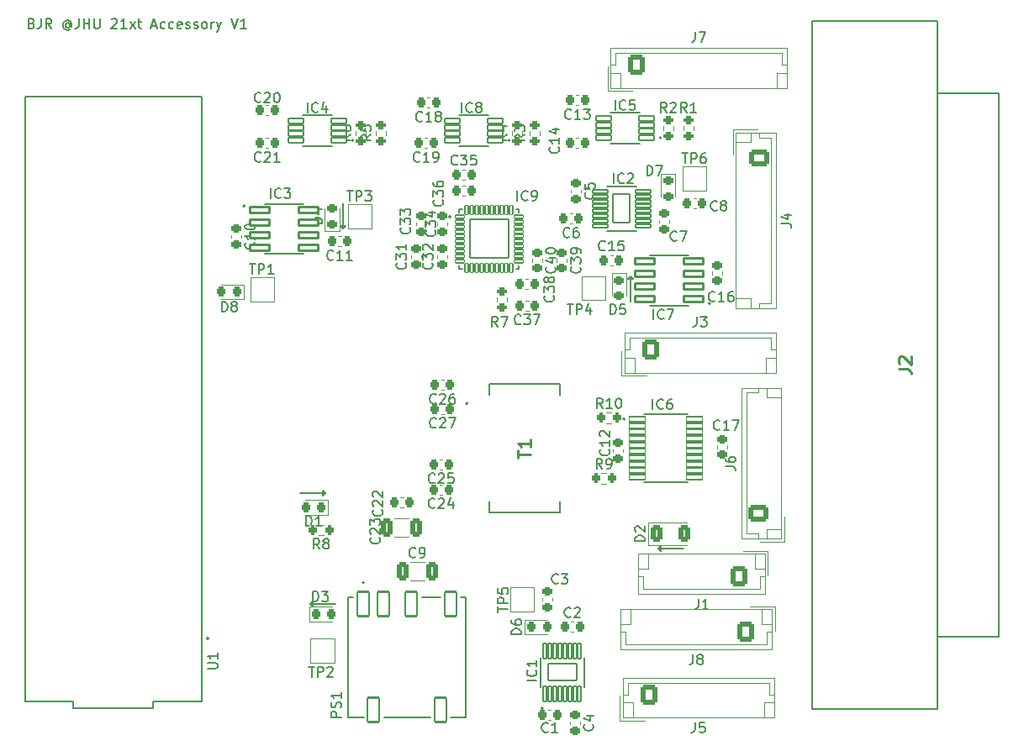
<source format=gto>
G04 #@! TF.GenerationSoftware,KiCad,Pcbnew,7.0.10*
G04 #@! TF.CreationDate,2024-08-04T13:32:26-04:00*
G04 #@! TF.ProjectId,accessoryidk,61636365-7373-46f7-9279-69646b2e6b69,rev?*
G04 #@! TF.SameCoordinates,Original*
G04 #@! TF.FileFunction,Legend,Top*
G04 #@! TF.FilePolarity,Positive*
%FSLAX46Y46*%
G04 Gerber Fmt 4.6, Leading zero omitted, Abs format (unit mm)*
G04 Created by KiCad (PCBNEW 7.0.10) date 2024-08-04 13:32:26*
%MOMM*%
%LPD*%
G01*
G04 APERTURE LIST*
G04 Aperture macros list*
%AMRoundRect*
0 Rectangle with rounded corners*
0 $1 Rounding radius*
0 $2 $3 $4 $5 $6 $7 $8 $9 X,Y pos of 4 corners*
0 Add a 4 corners polygon primitive as box body*
4,1,4,$2,$3,$4,$5,$6,$7,$8,$9,$2,$3,0*
0 Add four circle primitives for the rounded corners*
1,1,$1+$1,$2,$3*
1,1,$1+$1,$4,$5*
1,1,$1+$1,$6,$7*
1,1,$1+$1,$8,$9*
0 Add four rect primitives between the rounded corners*
20,1,$1+$1,$2,$3,$4,$5,0*
20,1,$1+$1,$4,$5,$6,$7,0*
20,1,$1+$1,$6,$7,$8,$9,0*
20,1,$1+$1,$8,$9,$2,$3,0*%
G04 Aperture macros list end*
%ADD10C,0.150000*%
%ADD11C,0.254000*%
%ADD12C,0.120000*%
%ADD13C,0.127000*%
%ADD14C,0.200000*%
%ADD15RoundRect,0.250000X-0.600000X-0.725000X0.600000X-0.725000X0.600000X0.725000X-0.600000X0.725000X0*%
%ADD16O,1.700000X1.950000*%
%ADD17R,2.000000X2.000000*%
%ADD18RoundRect,0.218750X-0.256250X0.218750X-0.256250X-0.218750X0.256250X-0.218750X0.256250X0.218750X0*%
%ADD19RoundRect,0.225000X0.225000X0.250000X-0.225000X0.250000X-0.225000X-0.250000X0.225000X-0.250000X0*%
%ADD20RoundRect,0.225000X-0.250000X0.225000X-0.250000X-0.225000X0.250000X-0.225000X0.250000X0.225000X0*%
%ADD21RoundRect,0.225000X0.250000X-0.225000X0.250000X0.225000X-0.250000X0.225000X-0.250000X-0.225000X0*%
%ADD22RoundRect,0.200000X0.275000X-0.200000X0.275000X0.200000X-0.275000X0.200000X-0.275000X-0.200000X0*%
%ADD23RoundRect,0.100500X0.986500X0.301500X-0.986500X0.301500X-0.986500X-0.301500X0.986500X-0.301500X0*%
%ADD24RoundRect,0.225000X-0.225000X-0.250000X0.225000X-0.250000X0.225000X0.250000X-0.225000X0.250000X0*%
%ADD25RoundRect,0.250000X-0.725000X0.600000X-0.725000X-0.600000X0.725000X-0.600000X0.725000X0.600000X0*%
%ADD26O,1.950000X1.700000*%
%ADD27RoundRect,0.058000X-0.449000X-0.174000X0.449000X-0.174000X0.449000X0.174000X-0.449000X0.174000X0*%
%ADD28RoundRect,0.058000X-0.174000X-0.449000X0.174000X-0.449000X0.174000X0.449000X-0.174000X0.449000X0*%
%ADD29RoundRect,0.102000X-1.950000X-1.950000X1.950000X-1.950000X1.950000X1.950000X-1.950000X1.950000X0*%
%ADD30RoundRect,0.085500X0.751500X0.256500X-0.751500X0.256500X-0.751500X-0.256500X0.751500X-0.256500X0*%
%ADD31R,1.910000X0.640000*%
%ADD32RoundRect,0.218750X0.218750X0.256250X-0.218750X0.256250X-0.218750X-0.256250X0.218750X-0.256250X0*%
%ADD33RoundRect,0.250000X-0.325000X-0.650000X0.325000X-0.650000X0.325000X0.650000X-0.325000X0.650000X0*%
%ADD34C,2.004000*%
%ADD35RoundRect,0.250000X0.600000X0.725000X-0.600000X0.725000X-0.600000X-0.725000X0.600000X-0.725000X0*%
%ADD36RoundRect,0.218750X0.256250X-0.218750X0.256250X0.218750X-0.256250X0.218750X-0.256250X-0.218750X0*%
%ADD37R,1.562000X1.562000*%
%ADD38C,1.562000*%
%ADD39C,4.762000*%
%ADD40RoundRect,0.060500X0.181500X-0.766500X0.181500X0.766500X-0.181500X0.766500X-0.181500X-0.766500X0*%
%ADD41RoundRect,0.102000X1.422500X-0.825500X1.422500X0.825500X-1.422500X0.825500X-1.422500X-0.825500X0*%
%ADD42RoundRect,0.102000X0.600000X-1.220000X0.600000X1.220000X-0.600000X1.220000X-0.600000X-1.220000X0*%
%ADD43RoundRect,0.060500X-0.766500X-0.181500X0.766500X-0.181500X0.766500X0.181500X-0.766500X0.181500X0*%
%ADD44RoundRect,0.102000X-0.825500X-1.422500X0.825500X-1.422500X0.825500X1.422500X-0.825500X1.422500X0*%
%ADD45RoundRect,0.200000X-0.200000X-0.275000X0.200000X-0.275000X0.200000X0.275000X-0.200000X0.275000X0*%
%ADD46RoundRect,0.250000X-0.375000X-0.625000X0.375000X-0.625000X0.375000X0.625000X-0.375000X0.625000X0*%
%ADD47RoundRect,0.250000X0.725000X-0.600000X0.725000X0.600000X-0.725000X0.600000X-0.725000X-0.600000X0*%
%ADD48RoundRect,0.076750X-0.810250X-0.230250X0.810250X-0.230250X0.810250X0.230250X-0.810250X0.230250X0*%
%ADD49RoundRect,0.218750X-0.218750X-0.256250X0.218750X-0.256250X0.218750X0.256250X-0.218750X0.256250X0*%
%ADD50RoundRect,0.200000X0.200000X0.275000X-0.200000X0.275000X-0.200000X-0.275000X0.200000X-0.275000X0*%
%ADD51RoundRect,0.100500X-0.986500X-0.301500X0.986500X-0.301500X0.986500X0.301500X-0.986500X0.301500X0*%
G04 APERTURE END LIST*
D10*
X69342000Y-65786000D02*
X69088000Y-65532000D01*
X68072000Y-76708000D02*
X67818000Y-76962000D01*
X103124000Y-71120000D02*
X102870000Y-71374000D01*
X100076000Y-46482000D02*
X100076000Y-43942000D01*
X99822000Y-44196000D02*
X100330000Y-44196000D01*
X70358000Y-76962000D02*
X67818000Y-76962000D01*
X71120000Y-36576000D02*
X71120000Y-39116000D01*
X102870000Y-71374000D02*
X103124000Y-71628000D01*
X71374000Y-38862000D02*
X70866000Y-38862000D01*
X66802000Y-65786000D02*
X69342000Y-65786000D01*
X68072000Y-77216000D02*
X68072000Y-76708000D01*
X71120000Y-39116000D02*
X71374000Y-38862000D01*
X100330000Y-44196000D02*
X100076000Y-43942000D01*
X69088000Y-66040000D02*
X69342000Y-65786000D01*
X105410000Y-71374000D02*
X102870000Y-71374000D01*
X103124000Y-71628000D02*
X103124000Y-71120000D01*
X69088000Y-65532000D02*
X69088000Y-66040000D01*
X100076000Y-43942000D02*
X99822000Y-44196000D01*
X67818000Y-76962000D02*
X68072000Y-77216000D01*
X70866000Y-38862000D02*
X71120000Y-39116000D01*
X39786112Y-18396009D02*
X39928969Y-18443628D01*
X39928969Y-18443628D02*
X39976588Y-18491247D01*
X39976588Y-18491247D02*
X40024207Y-18586485D01*
X40024207Y-18586485D02*
X40024207Y-18729342D01*
X40024207Y-18729342D02*
X39976588Y-18824580D01*
X39976588Y-18824580D02*
X39928969Y-18872200D01*
X39928969Y-18872200D02*
X39833731Y-18919819D01*
X39833731Y-18919819D02*
X39452779Y-18919819D01*
X39452779Y-18919819D02*
X39452779Y-17919819D01*
X39452779Y-17919819D02*
X39786112Y-17919819D01*
X39786112Y-17919819D02*
X39881350Y-17967438D01*
X39881350Y-17967438D02*
X39928969Y-18015057D01*
X39928969Y-18015057D02*
X39976588Y-18110295D01*
X39976588Y-18110295D02*
X39976588Y-18205533D01*
X39976588Y-18205533D02*
X39928969Y-18300771D01*
X39928969Y-18300771D02*
X39881350Y-18348390D01*
X39881350Y-18348390D02*
X39786112Y-18396009D01*
X39786112Y-18396009D02*
X39452779Y-18396009D01*
X40738493Y-17919819D02*
X40738493Y-18634104D01*
X40738493Y-18634104D02*
X40690874Y-18776961D01*
X40690874Y-18776961D02*
X40595636Y-18872200D01*
X40595636Y-18872200D02*
X40452779Y-18919819D01*
X40452779Y-18919819D02*
X40357541Y-18919819D01*
X41786112Y-18919819D02*
X41452779Y-18443628D01*
X41214684Y-18919819D02*
X41214684Y-17919819D01*
X41214684Y-17919819D02*
X41595636Y-17919819D01*
X41595636Y-17919819D02*
X41690874Y-17967438D01*
X41690874Y-17967438D02*
X41738493Y-18015057D01*
X41738493Y-18015057D02*
X41786112Y-18110295D01*
X41786112Y-18110295D02*
X41786112Y-18253152D01*
X41786112Y-18253152D02*
X41738493Y-18348390D01*
X41738493Y-18348390D02*
X41690874Y-18396009D01*
X41690874Y-18396009D02*
X41595636Y-18443628D01*
X41595636Y-18443628D02*
X41214684Y-18443628D01*
X43595636Y-18443628D02*
X43548017Y-18396009D01*
X43548017Y-18396009D02*
X43452779Y-18348390D01*
X43452779Y-18348390D02*
X43357541Y-18348390D01*
X43357541Y-18348390D02*
X43262303Y-18396009D01*
X43262303Y-18396009D02*
X43214684Y-18443628D01*
X43214684Y-18443628D02*
X43167065Y-18538866D01*
X43167065Y-18538866D02*
X43167065Y-18634104D01*
X43167065Y-18634104D02*
X43214684Y-18729342D01*
X43214684Y-18729342D02*
X43262303Y-18776961D01*
X43262303Y-18776961D02*
X43357541Y-18824580D01*
X43357541Y-18824580D02*
X43452779Y-18824580D01*
X43452779Y-18824580D02*
X43548017Y-18776961D01*
X43548017Y-18776961D02*
X43595636Y-18729342D01*
X43595636Y-18348390D02*
X43595636Y-18729342D01*
X43595636Y-18729342D02*
X43643255Y-18776961D01*
X43643255Y-18776961D02*
X43690874Y-18776961D01*
X43690874Y-18776961D02*
X43786113Y-18729342D01*
X43786113Y-18729342D02*
X43833732Y-18634104D01*
X43833732Y-18634104D02*
X43833732Y-18396009D01*
X43833732Y-18396009D02*
X43738494Y-18253152D01*
X43738494Y-18253152D02*
X43595636Y-18157914D01*
X43595636Y-18157914D02*
X43405160Y-18110295D01*
X43405160Y-18110295D02*
X43214684Y-18157914D01*
X43214684Y-18157914D02*
X43071827Y-18253152D01*
X43071827Y-18253152D02*
X42976589Y-18396009D01*
X42976589Y-18396009D02*
X42928970Y-18586485D01*
X42928970Y-18586485D02*
X42976589Y-18776961D01*
X42976589Y-18776961D02*
X43071827Y-18919819D01*
X43071827Y-18919819D02*
X43214684Y-19015057D01*
X43214684Y-19015057D02*
X43405160Y-19062676D01*
X43405160Y-19062676D02*
X43595636Y-19015057D01*
X43595636Y-19015057D02*
X43738494Y-18919819D01*
X44548017Y-17919819D02*
X44548017Y-18634104D01*
X44548017Y-18634104D02*
X44500398Y-18776961D01*
X44500398Y-18776961D02*
X44405160Y-18872200D01*
X44405160Y-18872200D02*
X44262303Y-18919819D01*
X44262303Y-18919819D02*
X44167065Y-18919819D01*
X45024208Y-18919819D02*
X45024208Y-17919819D01*
X45024208Y-18396009D02*
X45595636Y-18396009D01*
X45595636Y-18919819D02*
X45595636Y-17919819D01*
X46071827Y-17919819D02*
X46071827Y-18729342D01*
X46071827Y-18729342D02*
X46119446Y-18824580D01*
X46119446Y-18824580D02*
X46167065Y-18872200D01*
X46167065Y-18872200D02*
X46262303Y-18919819D01*
X46262303Y-18919819D02*
X46452779Y-18919819D01*
X46452779Y-18919819D02*
X46548017Y-18872200D01*
X46548017Y-18872200D02*
X46595636Y-18824580D01*
X46595636Y-18824580D02*
X46643255Y-18729342D01*
X46643255Y-18729342D02*
X46643255Y-17919819D01*
X47833732Y-18015057D02*
X47881351Y-17967438D01*
X47881351Y-17967438D02*
X47976589Y-17919819D01*
X47976589Y-17919819D02*
X48214684Y-17919819D01*
X48214684Y-17919819D02*
X48309922Y-17967438D01*
X48309922Y-17967438D02*
X48357541Y-18015057D01*
X48357541Y-18015057D02*
X48405160Y-18110295D01*
X48405160Y-18110295D02*
X48405160Y-18205533D01*
X48405160Y-18205533D02*
X48357541Y-18348390D01*
X48357541Y-18348390D02*
X47786113Y-18919819D01*
X47786113Y-18919819D02*
X48405160Y-18919819D01*
X49357541Y-18919819D02*
X48786113Y-18919819D01*
X49071827Y-18919819D02*
X49071827Y-17919819D01*
X49071827Y-17919819D02*
X48976589Y-18062676D01*
X48976589Y-18062676D02*
X48881351Y-18157914D01*
X48881351Y-18157914D02*
X48786113Y-18205533D01*
X49690875Y-18919819D02*
X50214684Y-18253152D01*
X49690875Y-18253152D02*
X50214684Y-18919819D01*
X50452780Y-18253152D02*
X50833732Y-18253152D01*
X50595637Y-17919819D02*
X50595637Y-18776961D01*
X50595637Y-18776961D02*
X50643256Y-18872200D01*
X50643256Y-18872200D02*
X50738494Y-18919819D01*
X50738494Y-18919819D02*
X50833732Y-18919819D01*
X51881352Y-18634104D02*
X52357542Y-18634104D01*
X51786114Y-18919819D02*
X52119447Y-17919819D01*
X52119447Y-17919819D02*
X52452780Y-18919819D01*
X53214685Y-18872200D02*
X53119447Y-18919819D01*
X53119447Y-18919819D02*
X52928971Y-18919819D01*
X52928971Y-18919819D02*
X52833733Y-18872200D01*
X52833733Y-18872200D02*
X52786114Y-18824580D01*
X52786114Y-18824580D02*
X52738495Y-18729342D01*
X52738495Y-18729342D02*
X52738495Y-18443628D01*
X52738495Y-18443628D02*
X52786114Y-18348390D01*
X52786114Y-18348390D02*
X52833733Y-18300771D01*
X52833733Y-18300771D02*
X52928971Y-18253152D01*
X52928971Y-18253152D02*
X53119447Y-18253152D01*
X53119447Y-18253152D02*
X53214685Y-18300771D01*
X54071828Y-18872200D02*
X53976590Y-18919819D01*
X53976590Y-18919819D02*
X53786114Y-18919819D01*
X53786114Y-18919819D02*
X53690876Y-18872200D01*
X53690876Y-18872200D02*
X53643257Y-18824580D01*
X53643257Y-18824580D02*
X53595638Y-18729342D01*
X53595638Y-18729342D02*
X53595638Y-18443628D01*
X53595638Y-18443628D02*
X53643257Y-18348390D01*
X53643257Y-18348390D02*
X53690876Y-18300771D01*
X53690876Y-18300771D02*
X53786114Y-18253152D01*
X53786114Y-18253152D02*
X53976590Y-18253152D01*
X53976590Y-18253152D02*
X54071828Y-18300771D01*
X54881352Y-18872200D02*
X54786114Y-18919819D01*
X54786114Y-18919819D02*
X54595638Y-18919819D01*
X54595638Y-18919819D02*
X54500400Y-18872200D01*
X54500400Y-18872200D02*
X54452781Y-18776961D01*
X54452781Y-18776961D02*
X54452781Y-18396009D01*
X54452781Y-18396009D02*
X54500400Y-18300771D01*
X54500400Y-18300771D02*
X54595638Y-18253152D01*
X54595638Y-18253152D02*
X54786114Y-18253152D01*
X54786114Y-18253152D02*
X54881352Y-18300771D01*
X54881352Y-18300771D02*
X54928971Y-18396009D01*
X54928971Y-18396009D02*
X54928971Y-18491247D01*
X54928971Y-18491247D02*
X54452781Y-18586485D01*
X55309924Y-18872200D02*
X55405162Y-18919819D01*
X55405162Y-18919819D02*
X55595638Y-18919819D01*
X55595638Y-18919819D02*
X55690876Y-18872200D01*
X55690876Y-18872200D02*
X55738495Y-18776961D01*
X55738495Y-18776961D02*
X55738495Y-18729342D01*
X55738495Y-18729342D02*
X55690876Y-18634104D01*
X55690876Y-18634104D02*
X55595638Y-18586485D01*
X55595638Y-18586485D02*
X55452781Y-18586485D01*
X55452781Y-18586485D02*
X55357543Y-18538866D01*
X55357543Y-18538866D02*
X55309924Y-18443628D01*
X55309924Y-18443628D02*
X55309924Y-18396009D01*
X55309924Y-18396009D02*
X55357543Y-18300771D01*
X55357543Y-18300771D02*
X55452781Y-18253152D01*
X55452781Y-18253152D02*
X55595638Y-18253152D01*
X55595638Y-18253152D02*
X55690876Y-18300771D01*
X56119448Y-18872200D02*
X56214686Y-18919819D01*
X56214686Y-18919819D02*
X56405162Y-18919819D01*
X56405162Y-18919819D02*
X56500400Y-18872200D01*
X56500400Y-18872200D02*
X56548019Y-18776961D01*
X56548019Y-18776961D02*
X56548019Y-18729342D01*
X56548019Y-18729342D02*
X56500400Y-18634104D01*
X56500400Y-18634104D02*
X56405162Y-18586485D01*
X56405162Y-18586485D02*
X56262305Y-18586485D01*
X56262305Y-18586485D02*
X56167067Y-18538866D01*
X56167067Y-18538866D02*
X56119448Y-18443628D01*
X56119448Y-18443628D02*
X56119448Y-18396009D01*
X56119448Y-18396009D02*
X56167067Y-18300771D01*
X56167067Y-18300771D02*
X56262305Y-18253152D01*
X56262305Y-18253152D02*
X56405162Y-18253152D01*
X56405162Y-18253152D02*
X56500400Y-18300771D01*
X57119448Y-18919819D02*
X57024210Y-18872200D01*
X57024210Y-18872200D02*
X56976591Y-18824580D01*
X56976591Y-18824580D02*
X56928972Y-18729342D01*
X56928972Y-18729342D02*
X56928972Y-18443628D01*
X56928972Y-18443628D02*
X56976591Y-18348390D01*
X56976591Y-18348390D02*
X57024210Y-18300771D01*
X57024210Y-18300771D02*
X57119448Y-18253152D01*
X57119448Y-18253152D02*
X57262305Y-18253152D01*
X57262305Y-18253152D02*
X57357543Y-18300771D01*
X57357543Y-18300771D02*
X57405162Y-18348390D01*
X57405162Y-18348390D02*
X57452781Y-18443628D01*
X57452781Y-18443628D02*
X57452781Y-18729342D01*
X57452781Y-18729342D02*
X57405162Y-18824580D01*
X57405162Y-18824580D02*
X57357543Y-18872200D01*
X57357543Y-18872200D02*
X57262305Y-18919819D01*
X57262305Y-18919819D02*
X57119448Y-18919819D01*
X57881353Y-18919819D02*
X57881353Y-18253152D01*
X57881353Y-18443628D02*
X57928972Y-18348390D01*
X57928972Y-18348390D02*
X57976591Y-18300771D01*
X57976591Y-18300771D02*
X58071829Y-18253152D01*
X58071829Y-18253152D02*
X58167067Y-18253152D01*
X58405163Y-18253152D02*
X58643258Y-18919819D01*
X58881353Y-18253152D02*
X58643258Y-18919819D01*
X58643258Y-18919819D02*
X58548020Y-19157914D01*
X58548020Y-19157914D02*
X58500401Y-19205533D01*
X58500401Y-19205533D02*
X58405163Y-19253152D01*
X59881354Y-17919819D02*
X60214687Y-18919819D01*
X60214687Y-18919819D02*
X60548020Y-17919819D01*
X61405163Y-18919819D02*
X60833735Y-18919819D01*
X61119449Y-18919819D02*
X61119449Y-17919819D01*
X61119449Y-17919819D02*
X61024211Y-18062676D01*
X61024211Y-18062676D02*
X60928973Y-18157914D01*
X60928973Y-18157914D02*
X60833735Y-18205533D01*
X106600666Y-88862819D02*
X106600666Y-89577104D01*
X106600666Y-89577104D02*
X106553047Y-89719961D01*
X106553047Y-89719961D02*
X106457809Y-89815200D01*
X106457809Y-89815200D02*
X106314952Y-89862819D01*
X106314952Y-89862819D02*
X106219714Y-89862819D01*
X107553047Y-88862819D02*
X107076857Y-88862819D01*
X107076857Y-88862819D02*
X107029238Y-89339009D01*
X107029238Y-89339009D02*
X107076857Y-89291390D01*
X107076857Y-89291390D02*
X107172095Y-89243771D01*
X107172095Y-89243771D02*
X107410190Y-89243771D01*
X107410190Y-89243771D02*
X107505428Y-89291390D01*
X107505428Y-89291390D02*
X107553047Y-89339009D01*
X107553047Y-89339009D02*
X107600666Y-89434247D01*
X107600666Y-89434247D02*
X107600666Y-89672342D01*
X107600666Y-89672342D02*
X107553047Y-89767580D01*
X107553047Y-89767580D02*
X107505428Y-89815200D01*
X107505428Y-89815200D02*
X107410190Y-89862819D01*
X107410190Y-89862819D02*
X107172095Y-89862819D01*
X107172095Y-89862819D02*
X107076857Y-89815200D01*
X107076857Y-89815200D02*
X107029238Y-89767580D01*
X86750819Y-77729904D02*
X86750819Y-77158476D01*
X87750819Y-77444190D02*
X86750819Y-77444190D01*
X87750819Y-76825142D02*
X86750819Y-76825142D01*
X86750819Y-76825142D02*
X86750819Y-76444190D01*
X86750819Y-76444190D02*
X86798438Y-76348952D01*
X86798438Y-76348952D02*
X86846057Y-76301333D01*
X86846057Y-76301333D02*
X86941295Y-76253714D01*
X86941295Y-76253714D02*
X87084152Y-76253714D01*
X87084152Y-76253714D02*
X87179390Y-76301333D01*
X87179390Y-76301333D02*
X87227009Y-76348952D01*
X87227009Y-76348952D02*
X87274628Y-76444190D01*
X87274628Y-76444190D02*
X87274628Y-76825142D01*
X86750819Y-75348952D02*
X86750819Y-75825142D01*
X86750819Y-75825142D02*
X87227009Y-75872761D01*
X87227009Y-75872761D02*
X87179390Y-75825142D01*
X87179390Y-75825142D02*
X87131771Y-75729904D01*
X87131771Y-75729904D02*
X87131771Y-75491809D01*
X87131771Y-75491809D02*
X87179390Y-75396571D01*
X87179390Y-75396571D02*
X87227009Y-75348952D01*
X87227009Y-75348952D02*
X87322247Y-75301333D01*
X87322247Y-75301333D02*
X87560342Y-75301333D01*
X87560342Y-75301333D02*
X87655580Y-75348952D01*
X87655580Y-75348952D02*
X87703200Y-75396571D01*
X87703200Y-75396571D02*
X87750819Y-75491809D01*
X87750819Y-75491809D02*
X87750819Y-75729904D01*
X87750819Y-75729904D02*
X87703200Y-75825142D01*
X87703200Y-75825142D02*
X87655580Y-75872761D01*
X101751905Y-33728819D02*
X101751905Y-32728819D01*
X101751905Y-32728819D02*
X101990000Y-32728819D01*
X101990000Y-32728819D02*
X102132857Y-32776438D01*
X102132857Y-32776438D02*
X102228095Y-32871676D01*
X102228095Y-32871676D02*
X102275714Y-32966914D01*
X102275714Y-32966914D02*
X102323333Y-33157390D01*
X102323333Y-33157390D02*
X102323333Y-33300247D01*
X102323333Y-33300247D02*
X102275714Y-33490723D01*
X102275714Y-33490723D02*
X102228095Y-33585961D01*
X102228095Y-33585961D02*
X102132857Y-33681200D01*
X102132857Y-33681200D02*
X101990000Y-33728819D01*
X101990000Y-33728819D02*
X101751905Y-33728819D01*
X102656667Y-32728819D02*
X103323333Y-32728819D01*
X103323333Y-32728819D02*
X102894762Y-33728819D01*
X93939333Y-39885580D02*
X93891714Y-39933200D01*
X93891714Y-39933200D02*
X93748857Y-39980819D01*
X93748857Y-39980819D02*
X93653619Y-39980819D01*
X93653619Y-39980819D02*
X93510762Y-39933200D01*
X93510762Y-39933200D02*
X93415524Y-39837961D01*
X93415524Y-39837961D02*
X93367905Y-39742723D01*
X93367905Y-39742723D02*
X93320286Y-39552247D01*
X93320286Y-39552247D02*
X93320286Y-39409390D01*
X93320286Y-39409390D02*
X93367905Y-39218914D01*
X93367905Y-39218914D02*
X93415524Y-39123676D01*
X93415524Y-39123676D02*
X93510762Y-39028438D01*
X93510762Y-39028438D02*
X93653619Y-38980819D01*
X93653619Y-38980819D02*
X93748857Y-38980819D01*
X93748857Y-38980819D02*
X93891714Y-39028438D01*
X93891714Y-39028438D02*
X93939333Y-39076057D01*
X94796476Y-38980819D02*
X94606000Y-38980819D01*
X94606000Y-38980819D02*
X94510762Y-39028438D01*
X94510762Y-39028438D02*
X94463143Y-39076057D01*
X94463143Y-39076057D02*
X94367905Y-39218914D01*
X94367905Y-39218914D02*
X94320286Y-39409390D01*
X94320286Y-39409390D02*
X94320286Y-39790342D01*
X94320286Y-39790342D02*
X94367905Y-39885580D01*
X94367905Y-39885580D02*
X94415524Y-39933200D01*
X94415524Y-39933200D02*
X94510762Y-39980819D01*
X94510762Y-39980819D02*
X94701238Y-39980819D01*
X94701238Y-39980819D02*
X94796476Y-39933200D01*
X94796476Y-39933200D02*
X94844095Y-39885580D01*
X94844095Y-39885580D02*
X94891714Y-39790342D01*
X94891714Y-39790342D02*
X94891714Y-39552247D01*
X94891714Y-39552247D02*
X94844095Y-39457009D01*
X94844095Y-39457009D02*
X94796476Y-39409390D01*
X94796476Y-39409390D02*
X94701238Y-39361771D01*
X94701238Y-39361771D02*
X94510762Y-39361771D01*
X94510762Y-39361771D02*
X94415524Y-39409390D01*
X94415524Y-39409390D02*
X94367905Y-39457009D01*
X94367905Y-39457009D02*
X94320286Y-39552247D01*
X80369580Y-39250857D02*
X80417200Y-39298476D01*
X80417200Y-39298476D02*
X80464819Y-39441333D01*
X80464819Y-39441333D02*
X80464819Y-39536571D01*
X80464819Y-39536571D02*
X80417200Y-39679428D01*
X80417200Y-39679428D02*
X80321961Y-39774666D01*
X80321961Y-39774666D02*
X80226723Y-39822285D01*
X80226723Y-39822285D02*
X80036247Y-39869904D01*
X80036247Y-39869904D02*
X79893390Y-39869904D01*
X79893390Y-39869904D02*
X79702914Y-39822285D01*
X79702914Y-39822285D02*
X79607676Y-39774666D01*
X79607676Y-39774666D02*
X79512438Y-39679428D01*
X79512438Y-39679428D02*
X79464819Y-39536571D01*
X79464819Y-39536571D02*
X79464819Y-39441333D01*
X79464819Y-39441333D02*
X79512438Y-39298476D01*
X79512438Y-39298476D02*
X79560057Y-39250857D01*
X79464819Y-38917523D02*
X79464819Y-38298476D01*
X79464819Y-38298476D02*
X79845771Y-38631809D01*
X79845771Y-38631809D02*
X79845771Y-38488952D01*
X79845771Y-38488952D02*
X79893390Y-38393714D01*
X79893390Y-38393714D02*
X79941009Y-38346095D01*
X79941009Y-38346095D02*
X80036247Y-38298476D01*
X80036247Y-38298476D02*
X80274342Y-38298476D01*
X80274342Y-38298476D02*
X80369580Y-38346095D01*
X80369580Y-38346095D02*
X80417200Y-38393714D01*
X80417200Y-38393714D02*
X80464819Y-38488952D01*
X80464819Y-38488952D02*
X80464819Y-38774666D01*
X80464819Y-38774666D02*
X80417200Y-38869904D01*
X80417200Y-38869904D02*
X80369580Y-38917523D01*
X79798152Y-37441333D02*
X80464819Y-37441333D01*
X79417200Y-37679428D02*
X80131485Y-37917523D01*
X80131485Y-37917523D02*
X80131485Y-37298476D01*
X104735333Y-40237580D02*
X104687714Y-40285200D01*
X104687714Y-40285200D02*
X104544857Y-40332819D01*
X104544857Y-40332819D02*
X104449619Y-40332819D01*
X104449619Y-40332819D02*
X104306762Y-40285200D01*
X104306762Y-40285200D02*
X104211524Y-40189961D01*
X104211524Y-40189961D02*
X104163905Y-40094723D01*
X104163905Y-40094723D02*
X104116286Y-39904247D01*
X104116286Y-39904247D02*
X104116286Y-39761390D01*
X104116286Y-39761390D02*
X104163905Y-39570914D01*
X104163905Y-39570914D02*
X104211524Y-39475676D01*
X104211524Y-39475676D02*
X104306762Y-39380438D01*
X104306762Y-39380438D02*
X104449619Y-39332819D01*
X104449619Y-39332819D02*
X104544857Y-39332819D01*
X104544857Y-39332819D02*
X104687714Y-39380438D01*
X104687714Y-39380438D02*
X104735333Y-39428057D01*
X105068667Y-39332819D02*
X105735333Y-39332819D01*
X105735333Y-39332819D02*
X105306762Y-40332819D01*
X94977580Y-42933857D02*
X95025200Y-42981476D01*
X95025200Y-42981476D02*
X95072819Y-43124333D01*
X95072819Y-43124333D02*
X95072819Y-43219571D01*
X95072819Y-43219571D02*
X95025200Y-43362428D01*
X95025200Y-43362428D02*
X94929961Y-43457666D01*
X94929961Y-43457666D02*
X94834723Y-43505285D01*
X94834723Y-43505285D02*
X94644247Y-43552904D01*
X94644247Y-43552904D02*
X94501390Y-43552904D01*
X94501390Y-43552904D02*
X94310914Y-43505285D01*
X94310914Y-43505285D02*
X94215676Y-43457666D01*
X94215676Y-43457666D02*
X94120438Y-43362428D01*
X94120438Y-43362428D02*
X94072819Y-43219571D01*
X94072819Y-43219571D02*
X94072819Y-43124333D01*
X94072819Y-43124333D02*
X94120438Y-42981476D01*
X94120438Y-42981476D02*
X94168057Y-42933857D01*
X94072819Y-42600523D02*
X94072819Y-41981476D01*
X94072819Y-41981476D02*
X94453771Y-42314809D01*
X94453771Y-42314809D02*
X94453771Y-42171952D01*
X94453771Y-42171952D02*
X94501390Y-42076714D01*
X94501390Y-42076714D02*
X94549009Y-42029095D01*
X94549009Y-42029095D02*
X94644247Y-41981476D01*
X94644247Y-41981476D02*
X94882342Y-41981476D01*
X94882342Y-41981476D02*
X94977580Y-42029095D01*
X94977580Y-42029095D02*
X95025200Y-42076714D01*
X95025200Y-42076714D02*
X95072819Y-42171952D01*
X95072819Y-42171952D02*
X95072819Y-42457666D01*
X95072819Y-42457666D02*
X95025200Y-42552904D01*
X95025200Y-42552904D02*
X94977580Y-42600523D01*
X95072819Y-41505285D02*
X95072819Y-41314809D01*
X95072819Y-41314809D02*
X95025200Y-41219571D01*
X95025200Y-41219571D02*
X94977580Y-41171952D01*
X94977580Y-41171952D02*
X94834723Y-41076714D01*
X94834723Y-41076714D02*
X94644247Y-41029095D01*
X94644247Y-41029095D02*
X94263295Y-41029095D01*
X94263295Y-41029095D02*
X94168057Y-41076714D01*
X94168057Y-41076714D02*
X94120438Y-41124333D01*
X94120438Y-41124333D02*
X94072819Y-41219571D01*
X94072819Y-41219571D02*
X94072819Y-41410047D01*
X94072819Y-41410047D02*
X94120438Y-41505285D01*
X94120438Y-41505285D02*
X94168057Y-41552904D01*
X94168057Y-41552904D02*
X94263295Y-41600523D01*
X94263295Y-41600523D02*
X94501390Y-41600523D01*
X94501390Y-41600523D02*
X94596628Y-41552904D01*
X94596628Y-41552904D02*
X94644247Y-41505285D01*
X94644247Y-41505285D02*
X94691866Y-41410047D01*
X94691866Y-41410047D02*
X94691866Y-41219571D01*
X94691866Y-41219571D02*
X94644247Y-41124333D01*
X94644247Y-41124333D02*
X94596628Y-41076714D01*
X94596628Y-41076714D02*
X94501390Y-41029095D01*
X89448819Y-29630666D02*
X88972628Y-29963999D01*
X89448819Y-30202094D02*
X88448819Y-30202094D01*
X88448819Y-30202094D02*
X88448819Y-29821142D01*
X88448819Y-29821142D02*
X88496438Y-29725904D01*
X88496438Y-29725904D02*
X88544057Y-29678285D01*
X88544057Y-29678285D02*
X88639295Y-29630666D01*
X88639295Y-29630666D02*
X88782152Y-29630666D01*
X88782152Y-29630666D02*
X88877390Y-29678285D01*
X88877390Y-29678285D02*
X88925009Y-29725904D01*
X88925009Y-29725904D02*
X88972628Y-29821142D01*
X88972628Y-29821142D02*
X88972628Y-30202094D01*
X88448819Y-29297332D02*
X88448819Y-28678285D01*
X88448819Y-28678285D02*
X88829771Y-29011618D01*
X88829771Y-29011618D02*
X88829771Y-28868761D01*
X88829771Y-28868761D02*
X88877390Y-28773523D01*
X88877390Y-28773523D02*
X88925009Y-28725904D01*
X88925009Y-28725904D02*
X89020247Y-28678285D01*
X89020247Y-28678285D02*
X89258342Y-28678285D01*
X89258342Y-28678285D02*
X89353580Y-28725904D01*
X89353580Y-28725904D02*
X89401200Y-28773523D01*
X89401200Y-28773523D02*
X89448819Y-28868761D01*
X89448819Y-28868761D02*
X89448819Y-29154475D01*
X89448819Y-29154475D02*
X89401200Y-29249713D01*
X89401200Y-29249713D02*
X89353580Y-29297332D01*
X87670819Y-29630666D02*
X87194628Y-29963999D01*
X87670819Y-30202094D02*
X86670819Y-30202094D01*
X86670819Y-30202094D02*
X86670819Y-29821142D01*
X86670819Y-29821142D02*
X86718438Y-29725904D01*
X86718438Y-29725904D02*
X86766057Y-29678285D01*
X86766057Y-29678285D02*
X86861295Y-29630666D01*
X86861295Y-29630666D02*
X87004152Y-29630666D01*
X87004152Y-29630666D02*
X87099390Y-29678285D01*
X87099390Y-29678285D02*
X87147009Y-29725904D01*
X87147009Y-29725904D02*
X87194628Y-29821142D01*
X87194628Y-29821142D02*
X87194628Y-30202094D01*
X87004152Y-28773523D02*
X87670819Y-28773523D01*
X86623200Y-29011618D02*
X87337485Y-29249713D01*
X87337485Y-29249713D02*
X87337485Y-28630666D01*
X106774666Y-47962819D02*
X106774666Y-48677104D01*
X106774666Y-48677104D02*
X106727047Y-48819961D01*
X106727047Y-48819961D02*
X106631809Y-48915200D01*
X106631809Y-48915200D02*
X106488952Y-48962819D01*
X106488952Y-48962819D02*
X106393714Y-48962819D01*
X107155619Y-47962819D02*
X107774666Y-47962819D01*
X107774666Y-47962819D02*
X107441333Y-48343771D01*
X107441333Y-48343771D02*
X107584190Y-48343771D01*
X107584190Y-48343771D02*
X107679428Y-48391390D01*
X107679428Y-48391390D02*
X107727047Y-48439009D01*
X107727047Y-48439009D02*
X107774666Y-48534247D01*
X107774666Y-48534247D02*
X107774666Y-48772342D01*
X107774666Y-48772342D02*
X107727047Y-48867580D01*
X107727047Y-48867580D02*
X107679428Y-48915200D01*
X107679428Y-48915200D02*
X107584190Y-48962819D01*
X107584190Y-48962819D02*
X107298476Y-48962819D01*
X107298476Y-48962819D02*
X107203238Y-48915200D01*
X107203238Y-48915200D02*
X107155619Y-48867580D01*
X97895580Y-61348857D02*
X97943200Y-61396476D01*
X97943200Y-61396476D02*
X97990819Y-61539333D01*
X97990819Y-61539333D02*
X97990819Y-61634571D01*
X97990819Y-61634571D02*
X97943200Y-61777428D01*
X97943200Y-61777428D02*
X97847961Y-61872666D01*
X97847961Y-61872666D02*
X97752723Y-61920285D01*
X97752723Y-61920285D02*
X97562247Y-61967904D01*
X97562247Y-61967904D02*
X97419390Y-61967904D01*
X97419390Y-61967904D02*
X97228914Y-61920285D01*
X97228914Y-61920285D02*
X97133676Y-61872666D01*
X97133676Y-61872666D02*
X97038438Y-61777428D01*
X97038438Y-61777428D02*
X96990819Y-61634571D01*
X96990819Y-61634571D02*
X96990819Y-61539333D01*
X96990819Y-61539333D02*
X97038438Y-61396476D01*
X97038438Y-61396476D02*
X97086057Y-61348857D01*
X97990819Y-60396476D02*
X97990819Y-60967904D01*
X97990819Y-60682190D02*
X96990819Y-60682190D01*
X96990819Y-60682190D02*
X97133676Y-60777428D01*
X97133676Y-60777428D02*
X97228914Y-60872666D01*
X97228914Y-60872666D02*
X97276533Y-60967904D01*
X97086057Y-60015523D02*
X97038438Y-59967904D01*
X97038438Y-59967904D02*
X96990819Y-59872666D01*
X96990819Y-59872666D02*
X96990819Y-59634571D01*
X96990819Y-59634571D02*
X97038438Y-59539333D01*
X97038438Y-59539333D02*
X97086057Y-59491714D01*
X97086057Y-59491714D02*
X97181295Y-59444095D01*
X97181295Y-59444095D02*
X97276533Y-59444095D01*
X97276533Y-59444095D02*
X97419390Y-59491714D01*
X97419390Y-59491714D02*
X97990819Y-60063142D01*
X97990819Y-60063142D02*
X97990819Y-59444095D01*
X102401810Y-48206819D02*
X102401810Y-47206819D01*
X103449428Y-48111580D02*
X103401809Y-48159200D01*
X103401809Y-48159200D02*
X103258952Y-48206819D01*
X103258952Y-48206819D02*
X103163714Y-48206819D01*
X103163714Y-48206819D02*
X103020857Y-48159200D01*
X103020857Y-48159200D02*
X102925619Y-48063961D01*
X102925619Y-48063961D02*
X102878000Y-47968723D01*
X102878000Y-47968723D02*
X102830381Y-47778247D01*
X102830381Y-47778247D02*
X102830381Y-47635390D01*
X102830381Y-47635390D02*
X102878000Y-47444914D01*
X102878000Y-47444914D02*
X102925619Y-47349676D01*
X102925619Y-47349676D02*
X103020857Y-47254438D01*
X103020857Y-47254438D02*
X103163714Y-47206819D01*
X103163714Y-47206819D02*
X103258952Y-47206819D01*
X103258952Y-47206819D02*
X103401809Y-47254438D01*
X103401809Y-47254438D02*
X103449428Y-47302057D01*
X103782762Y-47206819D02*
X104449428Y-47206819D01*
X104449428Y-47206819D02*
X104020857Y-48206819D01*
X97528142Y-41220580D02*
X97480523Y-41268200D01*
X97480523Y-41268200D02*
X97337666Y-41315819D01*
X97337666Y-41315819D02*
X97242428Y-41315819D01*
X97242428Y-41315819D02*
X97099571Y-41268200D01*
X97099571Y-41268200D02*
X97004333Y-41172961D01*
X97004333Y-41172961D02*
X96956714Y-41077723D01*
X96956714Y-41077723D02*
X96909095Y-40887247D01*
X96909095Y-40887247D02*
X96909095Y-40744390D01*
X96909095Y-40744390D02*
X96956714Y-40553914D01*
X96956714Y-40553914D02*
X97004333Y-40458676D01*
X97004333Y-40458676D02*
X97099571Y-40363438D01*
X97099571Y-40363438D02*
X97242428Y-40315819D01*
X97242428Y-40315819D02*
X97337666Y-40315819D01*
X97337666Y-40315819D02*
X97480523Y-40363438D01*
X97480523Y-40363438D02*
X97528142Y-40411057D01*
X98480523Y-41315819D02*
X97909095Y-41315819D01*
X98194809Y-41315819D02*
X98194809Y-40315819D01*
X98194809Y-40315819D02*
X98099571Y-40458676D01*
X98099571Y-40458676D02*
X98004333Y-40553914D01*
X98004333Y-40553914D02*
X97909095Y-40601533D01*
X99385285Y-40315819D02*
X98909095Y-40315819D01*
X98909095Y-40315819D02*
X98861476Y-40792009D01*
X98861476Y-40792009D02*
X98909095Y-40744390D01*
X98909095Y-40744390D02*
X99004333Y-40696771D01*
X99004333Y-40696771D02*
X99242428Y-40696771D01*
X99242428Y-40696771D02*
X99337666Y-40744390D01*
X99337666Y-40744390D02*
X99385285Y-40792009D01*
X99385285Y-40792009D02*
X99432904Y-40887247D01*
X99432904Y-40887247D02*
X99432904Y-41125342D01*
X99432904Y-41125342D02*
X99385285Y-41220580D01*
X99385285Y-41220580D02*
X99337666Y-41268200D01*
X99337666Y-41268200D02*
X99242428Y-41315819D01*
X99242428Y-41315819D02*
X99004333Y-41315819D01*
X99004333Y-41315819D02*
X98909095Y-41268200D01*
X98909095Y-41268200D02*
X98861476Y-41220580D01*
X77415580Y-42552857D02*
X77463200Y-42600476D01*
X77463200Y-42600476D02*
X77510819Y-42743333D01*
X77510819Y-42743333D02*
X77510819Y-42838571D01*
X77510819Y-42838571D02*
X77463200Y-42981428D01*
X77463200Y-42981428D02*
X77367961Y-43076666D01*
X77367961Y-43076666D02*
X77272723Y-43124285D01*
X77272723Y-43124285D02*
X77082247Y-43171904D01*
X77082247Y-43171904D02*
X76939390Y-43171904D01*
X76939390Y-43171904D02*
X76748914Y-43124285D01*
X76748914Y-43124285D02*
X76653676Y-43076666D01*
X76653676Y-43076666D02*
X76558438Y-42981428D01*
X76558438Y-42981428D02*
X76510819Y-42838571D01*
X76510819Y-42838571D02*
X76510819Y-42743333D01*
X76510819Y-42743333D02*
X76558438Y-42600476D01*
X76558438Y-42600476D02*
X76606057Y-42552857D01*
X76510819Y-42219523D02*
X76510819Y-41600476D01*
X76510819Y-41600476D02*
X76891771Y-41933809D01*
X76891771Y-41933809D02*
X76891771Y-41790952D01*
X76891771Y-41790952D02*
X76939390Y-41695714D01*
X76939390Y-41695714D02*
X76987009Y-41648095D01*
X76987009Y-41648095D02*
X77082247Y-41600476D01*
X77082247Y-41600476D02*
X77320342Y-41600476D01*
X77320342Y-41600476D02*
X77415580Y-41648095D01*
X77415580Y-41648095D02*
X77463200Y-41695714D01*
X77463200Y-41695714D02*
X77510819Y-41790952D01*
X77510819Y-41790952D02*
X77510819Y-42076666D01*
X77510819Y-42076666D02*
X77463200Y-42171904D01*
X77463200Y-42171904D02*
X77415580Y-42219523D01*
X77510819Y-40648095D02*
X77510819Y-41219523D01*
X77510819Y-40933809D02*
X76510819Y-40933809D01*
X76510819Y-40933809D02*
X76653676Y-41029047D01*
X76653676Y-41029047D02*
X76748914Y-41124285D01*
X76748914Y-41124285D02*
X76796533Y-41219523D01*
X115284819Y-38587333D02*
X115999104Y-38587333D01*
X115999104Y-38587333D02*
X116141961Y-38634952D01*
X116141961Y-38634952D02*
X116237200Y-38730190D01*
X116237200Y-38730190D02*
X116284819Y-38873047D01*
X116284819Y-38873047D02*
X116284819Y-38968285D01*
X115618152Y-37682571D02*
X116284819Y-37682571D01*
X115237200Y-37920666D02*
X115951485Y-38158761D01*
X115951485Y-38158761D02*
X115951485Y-37539714D01*
X88685810Y-36268819D02*
X88685810Y-35268819D01*
X89733428Y-36173580D02*
X89685809Y-36221200D01*
X89685809Y-36221200D02*
X89542952Y-36268819D01*
X89542952Y-36268819D02*
X89447714Y-36268819D01*
X89447714Y-36268819D02*
X89304857Y-36221200D01*
X89304857Y-36221200D02*
X89209619Y-36125961D01*
X89209619Y-36125961D02*
X89162000Y-36030723D01*
X89162000Y-36030723D02*
X89114381Y-35840247D01*
X89114381Y-35840247D02*
X89114381Y-35697390D01*
X89114381Y-35697390D02*
X89162000Y-35506914D01*
X89162000Y-35506914D02*
X89209619Y-35411676D01*
X89209619Y-35411676D02*
X89304857Y-35316438D01*
X89304857Y-35316438D02*
X89447714Y-35268819D01*
X89447714Y-35268819D02*
X89542952Y-35268819D01*
X89542952Y-35268819D02*
X89685809Y-35316438D01*
X89685809Y-35316438D02*
X89733428Y-35364057D01*
X90209619Y-36268819D02*
X90400095Y-36268819D01*
X90400095Y-36268819D02*
X90495333Y-36221200D01*
X90495333Y-36221200D02*
X90542952Y-36173580D01*
X90542952Y-36173580D02*
X90638190Y-36030723D01*
X90638190Y-36030723D02*
X90685809Y-35840247D01*
X90685809Y-35840247D02*
X90685809Y-35459295D01*
X90685809Y-35459295D02*
X90638190Y-35364057D01*
X90638190Y-35364057D02*
X90590571Y-35316438D01*
X90590571Y-35316438D02*
X90495333Y-35268819D01*
X90495333Y-35268819D02*
X90304857Y-35268819D01*
X90304857Y-35268819D02*
X90209619Y-35316438D01*
X90209619Y-35316438D02*
X90162000Y-35364057D01*
X90162000Y-35364057D02*
X90114381Y-35459295D01*
X90114381Y-35459295D02*
X90114381Y-35697390D01*
X90114381Y-35697390D02*
X90162000Y-35792628D01*
X90162000Y-35792628D02*
X90209619Y-35840247D01*
X90209619Y-35840247D02*
X90304857Y-35887866D01*
X90304857Y-35887866D02*
X90495333Y-35887866D01*
X90495333Y-35887866D02*
X90590571Y-35840247D01*
X90590571Y-35840247D02*
X90638190Y-35792628D01*
X90638190Y-35792628D02*
X90685809Y-35697390D01*
X92815580Y-30868857D02*
X92863200Y-30916476D01*
X92863200Y-30916476D02*
X92910819Y-31059333D01*
X92910819Y-31059333D02*
X92910819Y-31154571D01*
X92910819Y-31154571D02*
X92863200Y-31297428D01*
X92863200Y-31297428D02*
X92767961Y-31392666D01*
X92767961Y-31392666D02*
X92672723Y-31440285D01*
X92672723Y-31440285D02*
X92482247Y-31487904D01*
X92482247Y-31487904D02*
X92339390Y-31487904D01*
X92339390Y-31487904D02*
X92148914Y-31440285D01*
X92148914Y-31440285D02*
X92053676Y-31392666D01*
X92053676Y-31392666D02*
X91958438Y-31297428D01*
X91958438Y-31297428D02*
X91910819Y-31154571D01*
X91910819Y-31154571D02*
X91910819Y-31059333D01*
X91910819Y-31059333D02*
X91958438Y-30916476D01*
X91958438Y-30916476D02*
X92006057Y-30868857D01*
X92910819Y-29916476D02*
X92910819Y-30487904D01*
X92910819Y-30202190D02*
X91910819Y-30202190D01*
X91910819Y-30202190D02*
X92053676Y-30297428D01*
X92053676Y-30297428D02*
X92148914Y-30392666D01*
X92148914Y-30392666D02*
X92196533Y-30487904D01*
X92244152Y-29059333D02*
X92910819Y-29059333D01*
X91863200Y-29297428D02*
X92577485Y-29535523D01*
X92577485Y-29535523D02*
X92577485Y-28916476D01*
X98551810Y-27124819D02*
X98551810Y-26124819D01*
X99599428Y-27029580D02*
X99551809Y-27077200D01*
X99551809Y-27077200D02*
X99408952Y-27124819D01*
X99408952Y-27124819D02*
X99313714Y-27124819D01*
X99313714Y-27124819D02*
X99170857Y-27077200D01*
X99170857Y-27077200D02*
X99075619Y-26981961D01*
X99075619Y-26981961D02*
X99028000Y-26886723D01*
X99028000Y-26886723D02*
X98980381Y-26696247D01*
X98980381Y-26696247D02*
X98980381Y-26553390D01*
X98980381Y-26553390D02*
X99028000Y-26362914D01*
X99028000Y-26362914D02*
X99075619Y-26267676D01*
X99075619Y-26267676D02*
X99170857Y-26172438D01*
X99170857Y-26172438D02*
X99313714Y-26124819D01*
X99313714Y-26124819D02*
X99408952Y-26124819D01*
X99408952Y-26124819D02*
X99551809Y-26172438D01*
X99551809Y-26172438D02*
X99599428Y-26220057D01*
X100504190Y-26124819D02*
X100028000Y-26124819D01*
X100028000Y-26124819D02*
X99980381Y-26601009D01*
X99980381Y-26601009D02*
X100028000Y-26553390D01*
X100028000Y-26553390D02*
X100123238Y-26505771D01*
X100123238Y-26505771D02*
X100361333Y-26505771D01*
X100361333Y-26505771D02*
X100456571Y-26553390D01*
X100456571Y-26553390D02*
X100504190Y-26601009D01*
X100504190Y-26601009D02*
X100551809Y-26696247D01*
X100551809Y-26696247D02*
X100551809Y-26934342D01*
X100551809Y-26934342D02*
X100504190Y-27029580D01*
X100504190Y-27029580D02*
X100456571Y-27077200D01*
X100456571Y-27077200D02*
X100361333Y-27124819D01*
X100361333Y-27124819D02*
X100123238Y-27124819D01*
X100123238Y-27124819D02*
X100028000Y-27077200D01*
X100028000Y-27077200D02*
X99980381Y-27029580D01*
X80383142Y-64654580D02*
X80335523Y-64702200D01*
X80335523Y-64702200D02*
X80192666Y-64749819D01*
X80192666Y-64749819D02*
X80097428Y-64749819D01*
X80097428Y-64749819D02*
X79954571Y-64702200D01*
X79954571Y-64702200D02*
X79859333Y-64606961D01*
X79859333Y-64606961D02*
X79811714Y-64511723D01*
X79811714Y-64511723D02*
X79764095Y-64321247D01*
X79764095Y-64321247D02*
X79764095Y-64178390D01*
X79764095Y-64178390D02*
X79811714Y-63987914D01*
X79811714Y-63987914D02*
X79859333Y-63892676D01*
X79859333Y-63892676D02*
X79954571Y-63797438D01*
X79954571Y-63797438D02*
X80097428Y-63749819D01*
X80097428Y-63749819D02*
X80192666Y-63749819D01*
X80192666Y-63749819D02*
X80335523Y-63797438D01*
X80335523Y-63797438D02*
X80383142Y-63845057D01*
X80764095Y-63845057D02*
X80811714Y-63797438D01*
X80811714Y-63797438D02*
X80906952Y-63749819D01*
X80906952Y-63749819D02*
X81145047Y-63749819D01*
X81145047Y-63749819D02*
X81240285Y-63797438D01*
X81240285Y-63797438D02*
X81287904Y-63845057D01*
X81287904Y-63845057D02*
X81335523Y-63940295D01*
X81335523Y-63940295D02*
X81335523Y-64035533D01*
X81335523Y-64035533D02*
X81287904Y-64178390D01*
X81287904Y-64178390D02*
X80716476Y-64749819D01*
X80716476Y-64749819D02*
X81335523Y-64749819D01*
X82240285Y-63749819D02*
X81764095Y-63749819D01*
X81764095Y-63749819D02*
X81716476Y-64226009D01*
X81716476Y-64226009D02*
X81764095Y-64178390D01*
X81764095Y-64178390D02*
X81859333Y-64130771D01*
X81859333Y-64130771D02*
X82097428Y-64130771D01*
X82097428Y-64130771D02*
X82192666Y-64178390D01*
X82192666Y-64178390D02*
X82240285Y-64226009D01*
X82240285Y-64226009D02*
X82287904Y-64321247D01*
X82287904Y-64321247D02*
X82287904Y-64559342D01*
X82287904Y-64559342D02*
X82240285Y-64654580D01*
X82240285Y-64654580D02*
X82192666Y-64702200D01*
X82192666Y-64702200D02*
X82097428Y-64749819D01*
X82097428Y-64749819D02*
X81859333Y-64749819D01*
X81859333Y-64749819D02*
X81764095Y-64702200D01*
X81764095Y-64702200D02*
X81716476Y-64654580D01*
X92307580Y-45854857D02*
X92355200Y-45902476D01*
X92355200Y-45902476D02*
X92402819Y-46045333D01*
X92402819Y-46045333D02*
X92402819Y-46140571D01*
X92402819Y-46140571D02*
X92355200Y-46283428D01*
X92355200Y-46283428D02*
X92259961Y-46378666D01*
X92259961Y-46378666D02*
X92164723Y-46426285D01*
X92164723Y-46426285D02*
X91974247Y-46473904D01*
X91974247Y-46473904D02*
X91831390Y-46473904D01*
X91831390Y-46473904D02*
X91640914Y-46426285D01*
X91640914Y-46426285D02*
X91545676Y-46378666D01*
X91545676Y-46378666D02*
X91450438Y-46283428D01*
X91450438Y-46283428D02*
X91402819Y-46140571D01*
X91402819Y-46140571D02*
X91402819Y-46045333D01*
X91402819Y-46045333D02*
X91450438Y-45902476D01*
X91450438Y-45902476D02*
X91498057Y-45854857D01*
X91402819Y-45521523D02*
X91402819Y-44902476D01*
X91402819Y-44902476D02*
X91783771Y-45235809D01*
X91783771Y-45235809D02*
X91783771Y-45092952D01*
X91783771Y-45092952D02*
X91831390Y-44997714D01*
X91831390Y-44997714D02*
X91879009Y-44950095D01*
X91879009Y-44950095D02*
X91974247Y-44902476D01*
X91974247Y-44902476D02*
X92212342Y-44902476D01*
X92212342Y-44902476D02*
X92307580Y-44950095D01*
X92307580Y-44950095D02*
X92355200Y-44997714D01*
X92355200Y-44997714D02*
X92402819Y-45092952D01*
X92402819Y-45092952D02*
X92402819Y-45378666D01*
X92402819Y-45378666D02*
X92355200Y-45473904D01*
X92355200Y-45473904D02*
X92307580Y-45521523D01*
X91831390Y-44331047D02*
X91783771Y-44426285D01*
X91783771Y-44426285D02*
X91736152Y-44473904D01*
X91736152Y-44473904D02*
X91640914Y-44521523D01*
X91640914Y-44521523D02*
X91593295Y-44521523D01*
X91593295Y-44521523D02*
X91498057Y-44473904D01*
X91498057Y-44473904D02*
X91450438Y-44426285D01*
X91450438Y-44426285D02*
X91402819Y-44331047D01*
X91402819Y-44331047D02*
X91402819Y-44140571D01*
X91402819Y-44140571D02*
X91450438Y-44045333D01*
X91450438Y-44045333D02*
X91498057Y-43997714D01*
X91498057Y-43997714D02*
X91593295Y-43950095D01*
X91593295Y-43950095D02*
X91640914Y-43950095D01*
X91640914Y-43950095D02*
X91736152Y-43997714D01*
X91736152Y-43997714D02*
X91783771Y-44045333D01*
X91783771Y-44045333D02*
X91831390Y-44140571D01*
X91831390Y-44140571D02*
X91831390Y-44331047D01*
X91831390Y-44331047D02*
X91879009Y-44426285D01*
X91879009Y-44426285D02*
X91926628Y-44473904D01*
X91926628Y-44473904D02*
X92021866Y-44521523D01*
X92021866Y-44521523D02*
X92212342Y-44521523D01*
X92212342Y-44521523D02*
X92307580Y-44473904D01*
X92307580Y-44473904D02*
X92355200Y-44426285D01*
X92355200Y-44426285D02*
X92402819Y-44331047D01*
X92402819Y-44331047D02*
X92402819Y-44140571D01*
X92402819Y-44140571D02*
X92355200Y-44045333D01*
X92355200Y-44045333D02*
X92307580Y-43997714D01*
X92307580Y-43997714D02*
X92212342Y-43950095D01*
X92212342Y-43950095D02*
X92021866Y-43950095D01*
X92021866Y-43950095D02*
X91926628Y-43997714D01*
X91926628Y-43997714D02*
X91879009Y-44045333D01*
X91879009Y-44045333D02*
X91831390Y-44140571D01*
X83097810Y-27378819D02*
X83097810Y-26378819D01*
X84145428Y-27283580D02*
X84097809Y-27331200D01*
X84097809Y-27331200D02*
X83954952Y-27378819D01*
X83954952Y-27378819D02*
X83859714Y-27378819D01*
X83859714Y-27378819D02*
X83716857Y-27331200D01*
X83716857Y-27331200D02*
X83621619Y-27235961D01*
X83621619Y-27235961D02*
X83574000Y-27140723D01*
X83574000Y-27140723D02*
X83526381Y-26950247D01*
X83526381Y-26950247D02*
X83526381Y-26807390D01*
X83526381Y-26807390D02*
X83574000Y-26616914D01*
X83574000Y-26616914D02*
X83621619Y-26521676D01*
X83621619Y-26521676D02*
X83716857Y-26426438D01*
X83716857Y-26426438D02*
X83859714Y-26378819D01*
X83859714Y-26378819D02*
X83954952Y-26378819D01*
X83954952Y-26378819D02*
X84097809Y-26426438D01*
X84097809Y-26426438D02*
X84145428Y-26474057D01*
X84716857Y-26807390D02*
X84621619Y-26759771D01*
X84621619Y-26759771D02*
X84574000Y-26712152D01*
X84574000Y-26712152D02*
X84526381Y-26616914D01*
X84526381Y-26616914D02*
X84526381Y-26569295D01*
X84526381Y-26569295D02*
X84574000Y-26474057D01*
X84574000Y-26474057D02*
X84621619Y-26426438D01*
X84621619Y-26426438D02*
X84716857Y-26378819D01*
X84716857Y-26378819D02*
X84907333Y-26378819D01*
X84907333Y-26378819D02*
X85002571Y-26426438D01*
X85002571Y-26426438D02*
X85050190Y-26474057D01*
X85050190Y-26474057D02*
X85097809Y-26569295D01*
X85097809Y-26569295D02*
X85097809Y-26616914D01*
X85097809Y-26616914D02*
X85050190Y-26712152D01*
X85050190Y-26712152D02*
X85002571Y-26759771D01*
X85002571Y-26759771D02*
X84907333Y-26807390D01*
X84907333Y-26807390D02*
X84716857Y-26807390D01*
X84716857Y-26807390D02*
X84621619Y-26855009D01*
X84621619Y-26855009D02*
X84574000Y-26902628D01*
X84574000Y-26902628D02*
X84526381Y-26997866D01*
X84526381Y-26997866D02*
X84526381Y-27188342D01*
X84526381Y-27188342D02*
X84574000Y-27283580D01*
X84574000Y-27283580D02*
X84621619Y-27331200D01*
X84621619Y-27331200D02*
X84716857Y-27378819D01*
X84716857Y-27378819D02*
X84907333Y-27378819D01*
X84907333Y-27378819D02*
X85002571Y-27331200D01*
X85002571Y-27331200D02*
X85050190Y-27283580D01*
X85050190Y-27283580D02*
X85097809Y-27188342D01*
X85097809Y-27188342D02*
X85097809Y-26997866D01*
X85097809Y-26997866D02*
X85050190Y-26902628D01*
X85050190Y-26902628D02*
X85002571Y-26855009D01*
X85002571Y-26855009D02*
X84907333Y-26807390D01*
D11*
X88712318Y-62181618D02*
X88712318Y-61455904D01*
X89982318Y-61818761D02*
X88712318Y-61818761D01*
X89982318Y-60367332D02*
X89982318Y-61093047D01*
X89982318Y-60730190D02*
X88712318Y-60730190D01*
X88712318Y-60730190D02*
X88893746Y-60851142D01*
X88893746Y-60851142D02*
X89014699Y-60972094D01*
X89014699Y-60972094D02*
X89075175Y-61093047D01*
D10*
X67563810Y-27378819D02*
X67563810Y-26378819D01*
X68611428Y-27283580D02*
X68563809Y-27331200D01*
X68563809Y-27331200D02*
X68420952Y-27378819D01*
X68420952Y-27378819D02*
X68325714Y-27378819D01*
X68325714Y-27378819D02*
X68182857Y-27331200D01*
X68182857Y-27331200D02*
X68087619Y-27235961D01*
X68087619Y-27235961D02*
X68040000Y-27140723D01*
X68040000Y-27140723D02*
X67992381Y-26950247D01*
X67992381Y-26950247D02*
X67992381Y-26807390D01*
X67992381Y-26807390D02*
X68040000Y-26616914D01*
X68040000Y-26616914D02*
X68087619Y-26521676D01*
X68087619Y-26521676D02*
X68182857Y-26426438D01*
X68182857Y-26426438D02*
X68325714Y-26378819D01*
X68325714Y-26378819D02*
X68420952Y-26378819D01*
X68420952Y-26378819D02*
X68563809Y-26426438D01*
X68563809Y-26426438D02*
X68611428Y-26474057D01*
X69468571Y-26712152D02*
X69468571Y-27378819D01*
X69230476Y-26331200D02*
X68992381Y-27045485D01*
X68992381Y-27045485D02*
X69611428Y-27045485D01*
X58939155Y-47444819D02*
X58939155Y-46444819D01*
X58939155Y-46444819D02*
X59177250Y-46444819D01*
X59177250Y-46444819D02*
X59320107Y-46492438D01*
X59320107Y-46492438D02*
X59415345Y-46587676D01*
X59415345Y-46587676D02*
X59462964Y-46682914D01*
X59462964Y-46682914D02*
X59510583Y-46873390D01*
X59510583Y-46873390D02*
X59510583Y-47016247D01*
X59510583Y-47016247D02*
X59462964Y-47206723D01*
X59462964Y-47206723D02*
X59415345Y-47301961D01*
X59415345Y-47301961D02*
X59320107Y-47397200D01*
X59320107Y-47397200D02*
X59177250Y-47444819D01*
X59177250Y-47444819D02*
X58939155Y-47444819D01*
X60082012Y-46873390D02*
X59986774Y-46825771D01*
X59986774Y-46825771D02*
X59939155Y-46778152D01*
X59939155Y-46778152D02*
X59891536Y-46682914D01*
X59891536Y-46682914D02*
X59891536Y-46635295D01*
X59891536Y-46635295D02*
X59939155Y-46540057D01*
X59939155Y-46540057D02*
X59986774Y-46492438D01*
X59986774Y-46492438D02*
X60082012Y-46444819D01*
X60082012Y-46444819D02*
X60272488Y-46444819D01*
X60272488Y-46444819D02*
X60367726Y-46492438D01*
X60367726Y-46492438D02*
X60415345Y-46540057D01*
X60415345Y-46540057D02*
X60462964Y-46635295D01*
X60462964Y-46635295D02*
X60462964Y-46682914D01*
X60462964Y-46682914D02*
X60415345Y-46778152D01*
X60415345Y-46778152D02*
X60367726Y-46825771D01*
X60367726Y-46825771D02*
X60272488Y-46873390D01*
X60272488Y-46873390D02*
X60082012Y-46873390D01*
X60082012Y-46873390D02*
X59986774Y-46921009D01*
X59986774Y-46921009D02*
X59939155Y-46968628D01*
X59939155Y-46968628D02*
X59891536Y-47063866D01*
X59891536Y-47063866D02*
X59891536Y-47254342D01*
X59891536Y-47254342D02*
X59939155Y-47349580D01*
X59939155Y-47349580D02*
X59986774Y-47397200D01*
X59986774Y-47397200D02*
X60082012Y-47444819D01*
X60082012Y-47444819D02*
X60272488Y-47444819D01*
X60272488Y-47444819D02*
X60367726Y-47397200D01*
X60367726Y-47397200D02*
X60415345Y-47349580D01*
X60415345Y-47349580D02*
X60462964Y-47254342D01*
X60462964Y-47254342D02*
X60462964Y-47063866D01*
X60462964Y-47063866D02*
X60415345Y-46968628D01*
X60415345Y-46968628D02*
X60367726Y-46921009D01*
X60367726Y-46921009D02*
X60272488Y-46873390D01*
X62171580Y-40520857D02*
X62219200Y-40568476D01*
X62219200Y-40568476D02*
X62266819Y-40711333D01*
X62266819Y-40711333D02*
X62266819Y-40806571D01*
X62266819Y-40806571D02*
X62219200Y-40949428D01*
X62219200Y-40949428D02*
X62123961Y-41044666D01*
X62123961Y-41044666D02*
X62028723Y-41092285D01*
X62028723Y-41092285D02*
X61838247Y-41139904D01*
X61838247Y-41139904D02*
X61695390Y-41139904D01*
X61695390Y-41139904D02*
X61504914Y-41092285D01*
X61504914Y-41092285D02*
X61409676Y-41044666D01*
X61409676Y-41044666D02*
X61314438Y-40949428D01*
X61314438Y-40949428D02*
X61266819Y-40806571D01*
X61266819Y-40806571D02*
X61266819Y-40711333D01*
X61266819Y-40711333D02*
X61314438Y-40568476D01*
X61314438Y-40568476D02*
X61362057Y-40520857D01*
X62266819Y-39568476D02*
X62266819Y-40139904D01*
X62266819Y-39854190D02*
X61266819Y-39854190D01*
X61266819Y-39854190D02*
X61409676Y-39949428D01*
X61409676Y-39949428D02*
X61504914Y-40044666D01*
X61504914Y-40044666D02*
X61552533Y-40139904D01*
X61266819Y-38949428D02*
X61266819Y-38854190D01*
X61266819Y-38854190D02*
X61314438Y-38758952D01*
X61314438Y-38758952D02*
X61362057Y-38711333D01*
X61362057Y-38711333D02*
X61457295Y-38663714D01*
X61457295Y-38663714D02*
X61647771Y-38616095D01*
X61647771Y-38616095D02*
X61885866Y-38616095D01*
X61885866Y-38616095D02*
X62076342Y-38663714D01*
X62076342Y-38663714D02*
X62171580Y-38711333D01*
X62171580Y-38711333D02*
X62219200Y-38758952D01*
X62219200Y-38758952D02*
X62266819Y-38854190D01*
X62266819Y-38854190D02*
X62266819Y-38949428D01*
X62266819Y-38949428D02*
X62219200Y-39044666D01*
X62219200Y-39044666D02*
X62171580Y-39092285D01*
X62171580Y-39092285D02*
X62076342Y-39139904D01*
X62076342Y-39139904D02*
X61885866Y-39187523D01*
X61885866Y-39187523D02*
X61647771Y-39187523D01*
X61647771Y-39187523D02*
X61457295Y-39139904D01*
X61457295Y-39139904D02*
X61362057Y-39092285D01*
X61362057Y-39092285D02*
X61314438Y-39044666D01*
X61314438Y-39044666D02*
X61266819Y-38949428D01*
X74781580Y-70238857D02*
X74829200Y-70286476D01*
X74829200Y-70286476D02*
X74876819Y-70429333D01*
X74876819Y-70429333D02*
X74876819Y-70524571D01*
X74876819Y-70524571D02*
X74829200Y-70667428D01*
X74829200Y-70667428D02*
X74733961Y-70762666D01*
X74733961Y-70762666D02*
X74638723Y-70810285D01*
X74638723Y-70810285D02*
X74448247Y-70857904D01*
X74448247Y-70857904D02*
X74305390Y-70857904D01*
X74305390Y-70857904D02*
X74114914Y-70810285D01*
X74114914Y-70810285D02*
X74019676Y-70762666D01*
X74019676Y-70762666D02*
X73924438Y-70667428D01*
X73924438Y-70667428D02*
X73876819Y-70524571D01*
X73876819Y-70524571D02*
X73876819Y-70429333D01*
X73876819Y-70429333D02*
X73924438Y-70286476D01*
X73924438Y-70286476D02*
X73972057Y-70238857D01*
X73972057Y-69857904D02*
X73924438Y-69810285D01*
X73924438Y-69810285D02*
X73876819Y-69715047D01*
X73876819Y-69715047D02*
X73876819Y-69476952D01*
X73876819Y-69476952D02*
X73924438Y-69381714D01*
X73924438Y-69381714D02*
X73972057Y-69334095D01*
X73972057Y-69334095D02*
X74067295Y-69286476D01*
X74067295Y-69286476D02*
X74162533Y-69286476D01*
X74162533Y-69286476D02*
X74305390Y-69334095D01*
X74305390Y-69334095D02*
X74876819Y-69905523D01*
X74876819Y-69905523D02*
X74876819Y-69286476D01*
X73876819Y-68953142D02*
X73876819Y-68334095D01*
X73876819Y-68334095D02*
X74257771Y-68667428D01*
X74257771Y-68667428D02*
X74257771Y-68524571D01*
X74257771Y-68524571D02*
X74305390Y-68429333D01*
X74305390Y-68429333D02*
X74353009Y-68381714D01*
X74353009Y-68381714D02*
X74448247Y-68334095D01*
X74448247Y-68334095D02*
X74686342Y-68334095D01*
X74686342Y-68334095D02*
X74781580Y-68381714D01*
X74781580Y-68381714D02*
X74829200Y-68429333D01*
X74829200Y-68429333D02*
X74876819Y-68524571D01*
X74876819Y-68524571D02*
X74876819Y-68810285D01*
X74876819Y-68810285D02*
X74829200Y-68905523D01*
X74829200Y-68905523D02*
X74781580Y-68953142D01*
X57493819Y-83438904D02*
X58303342Y-83438904D01*
X58303342Y-83438904D02*
X58398580Y-83391285D01*
X58398580Y-83391285D02*
X58446200Y-83343666D01*
X58446200Y-83343666D02*
X58493819Y-83248428D01*
X58493819Y-83248428D02*
X58493819Y-83057952D01*
X58493819Y-83057952D02*
X58446200Y-82962714D01*
X58446200Y-82962714D02*
X58398580Y-82915095D01*
X58398580Y-82915095D02*
X58303342Y-82867476D01*
X58303342Y-82867476D02*
X57493819Y-82867476D01*
X58493819Y-81867476D02*
X58493819Y-82438904D01*
X58493819Y-82153190D02*
X57493819Y-82153190D01*
X57493819Y-82153190D02*
X57636676Y-82248428D01*
X57636676Y-82248428D02*
X57731914Y-82343666D01*
X57731914Y-82343666D02*
X57779533Y-82438904D01*
X71922819Y-29630666D02*
X71446628Y-29963999D01*
X71922819Y-30202094D02*
X70922819Y-30202094D01*
X70922819Y-30202094D02*
X70922819Y-29821142D01*
X70922819Y-29821142D02*
X70970438Y-29725904D01*
X70970438Y-29725904D02*
X71018057Y-29678285D01*
X71018057Y-29678285D02*
X71113295Y-29630666D01*
X71113295Y-29630666D02*
X71256152Y-29630666D01*
X71256152Y-29630666D02*
X71351390Y-29678285D01*
X71351390Y-29678285D02*
X71399009Y-29725904D01*
X71399009Y-29725904D02*
X71446628Y-29821142D01*
X71446628Y-29821142D02*
X71446628Y-30202094D01*
X70922819Y-28773523D02*
X70922819Y-28963999D01*
X70922819Y-28963999D02*
X70970438Y-29059237D01*
X70970438Y-29059237D02*
X71018057Y-29106856D01*
X71018057Y-29106856D02*
X71160914Y-29202094D01*
X71160914Y-29202094D02*
X71351390Y-29249713D01*
X71351390Y-29249713D02*
X71732342Y-29249713D01*
X71732342Y-29249713D02*
X71827580Y-29202094D01*
X71827580Y-29202094D02*
X71875200Y-29154475D01*
X71875200Y-29154475D02*
X71922819Y-29059237D01*
X71922819Y-29059237D02*
X71922819Y-28868761D01*
X71922819Y-28868761D02*
X71875200Y-28773523D01*
X71875200Y-28773523D02*
X71827580Y-28725904D01*
X71827580Y-28725904D02*
X71732342Y-28678285D01*
X71732342Y-28678285D02*
X71494247Y-28678285D01*
X71494247Y-28678285D02*
X71399009Y-28725904D01*
X71399009Y-28725904D02*
X71351390Y-28773523D01*
X71351390Y-28773523D02*
X71303771Y-28868761D01*
X71303771Y-28868761D02*
X71303771Y-29059237D01*
X71303771Y-29059237D02*
X71351390Y-29154475D01*
X71351390Y-29154475D02*
X71399009Y-29202094D01*
X71399009Y-29202094D02*
X71494247Y-29249713D01*
X109085142Y-59287580D02*
X109037523Y-59335200D01*
X109037523Y-59335200D02*
X108894666Y-59382819D01*
X108894666Y-59382819D02*
X108799428Y-59382819D01*
X108799428Y-59382819D02*
X108656571Y-59335200D01*
X108656571Y-59335200D02*
X108561333Y-59239961D01*
X108561333Y-59239961D02*
X108513714Y-59144723D01*
X108513714Y-59144723D02*
X108466095Y-58954247D01*
X108466095Y-58954247D02*
X108466095Y-58811390D01*
X108466095Y-58811390D02*
X108513714Y-58620914D01*
X108513714Y-58620914D02*
X108561333Y-58525676D01*
X108561333Y-58525676D02*
X108656571Y-58430438D01*
X108656571Y-58430438D02*
X108799428Y-58382819D01*
X108799428Y-58382819D02*
X108894666Y-58382819D01*
X108894666Y-58382819D02*
X109037523Y-58430438D01*
X109037523Y-58430438D02*
X109085142Y-58478057D01*
X110037523Y-59382819D02*
X109466095Y-59382819D01*
X109751809Y-59382819D02*
X109751809Y-58382819D01*
X109751809Y-58382819D02*
X109656571Y-58525676D01*
X109656571Y-58525676D02*
X109561333Y-58620914D01*
X109561333Y-58620914D02*
X109466095Y-58668533D01*
X110370857Y-58382819D02*
X111037523Y-58382819D01*
X111037523Y-58382819D02*
X110608952Y-59382819D01*
X92797333Y-74781580D02*
X92749714Y-74829200D01*
X92749714Y-74829200D02*
X92606857Y-74876819D01*
X92606857Y-74876819D02*
X92511619Y-74876819D01*
X92511619Y-74876819D02*
X92368762Y-74829200D01*
X92368762Y-74829200D02*
X92273524Y-74733961D01*
X92273524Y-74733961D02*
X92225905Y-74638723D01*
X92225905Y-74638723D02*
X92178286Y-74448247D01*
X92178286Y-74448247D02*
X92178286Y-74305390D01*
X92178286Y-74305390D02*
X92225905Y-74114914D01*
X92225905Y-74114914D02*
X92273524Y-74019676D01*
X92273524Y-74019676D02*
X92368762Y-73924438D01*
X92368762Y-73924438D02*
X92511619Y-73876819D01*
X92511619Y-73876819D02*
X92606857Y-73876819D01*
X92606857Y-73876819D02*
X92749714Y-73924438D01*
X92749714Y-73924438D02*
X92797333Y-73972057D01*
X93130667Y-73876819D02*
X93749714Y-73876819D01*
X93749714Y-73876819D02*
X93416381Y-74257771D01*
X93416381Y-74257771D02*
X93559238Y-74257771D01*
X93559238Y-74257771D02*
X93654476Y-74305390D01*
X93654476Y-74305390D02*
X93702095Y-74353009D01*
X93702095Y-74353009D02*
X93749714Y-74448247D01*
X93749714Y-74448247D02*
X93749714Y-74686342D01*
X93749714Y-74686342D02*
X93702095Y-74781580D01*
X93702095Y-74781580D02*
X93654476Y-74829200D01*
X93654476Y-74829200D02*
X93559238Y-74876819D01*
X93559238Y-74876819D02*
X93273524Y-74876819D01*
X93273524Y-74876819D02*
X93178286Y-74829200D01*
X93178286Y-74829200D02*
X93130667Y-74781580D01*
X94099142Y-27951580D02*
X94051523Y-27999200D01*
X94051523Y-27999200D02*
X93908666Y-28046819D01*
X93908666Y-28046819D02*
X93813428Y-28046819D01*
X93813428Y-28046819D02*
X93670571Y-27999200D01*
X93670571Y-27999200D02*
X93575333Y-27903961D01*
X93575333Y-27903961D02*
X93527714Y-27808723D01*
X93527714Y-27808723D02*
X93480095Y-27618247D01*
X93480095Y-27618247D02*
X93480095Y-27475390D01*
X93480095Y-27475390D02*
X93527714Y-27284914D01*
X93527714Y-27284914D02*
X93575333Y-27189676D01*
X93575333Y-27189676D02*
X93670571Y-27094438D01*
X93670571Y-27094438D02*
X93813428Y-27046819D01*
X93813428Y-27046819D02*
X93908666Y-27046819D01*
X93908666Y-27046819D02*
X94051523Y-27094438D01*
X94051523Y-27094438D02*
X94099142Y-27142057D01*
X95051523Y-28046819D02*
X94480095Y-28046819D01*
X94765809Y-28046819D02*
X94765809Y-27046819D01*
X94765809Y-27046819D02*
X94670571Y-27189676D01*
X94670571Y-27189676D02*
X94575333Y-27284914D01*
X94575333Y-27284914D02*
X94480095Y-27332533D01*
X95384857Y-27046819D02*
X96003904Y-27046819D01*
X96003904Y-27046819D02*
X95670571Y-27427771D01*
X95670571Y-27427771D02*
X95813428Y-27427771D01*
X95813428Y-27427771D02*
X95908666Y-27475390D01*
X95908666Y-27475390D02*
X95956285Y-27523009D01*
X95956285Y-27523009D02*
X96003904Y-27618247D01*
X96003904Y-27618247D02*
X96003904Y-27856342D01*
X96003904Y-27856342D02*
X95956285Y-27951580D01*
X95956285Y-27951580D02*
X95908666Y-27999200D01*
X95908666Y-27999200D02*
X95813428Y-28046819D01*
X95813428Y-28046819D02*
X95527714Y-28046819D01*
X95527714Y-28046819D02*
X95432476Y-27999200D01*
X95432476Y-27999200D02*
X95384857Y-27951580D01*
X75035580Y-67444857D02*
X75083200Y-67492476D01*
X75083200Y-67492476D02*
X75130819Y-67635333D01*
X75130819Y-67635333D02*
X75130819Y-67730571D01*
X75130819Y-67730571D02*
X75083200Y-67873428D01*
X75083200Y-67873428D02*
X74987961Y-67968666D01*
X74987961Y-67968666D02*
X74892723Y-68016285D01*
X74892723Y-68016285D02*
X74702247Y-68063904D01*
X74702247Y-68063904D02*
X74559390Y-68063904D01*
X74559390Y-68063904D02*
X74368914Y-68016285D01*
X74368914Y-68016285D02*
X74273676Y-67968666D01*
X74273676Y-67968666D02*
X74178438Y-67873428D01*
X74178438Y-67873428D02*
X74130819Y-67730571D01*
X74130819Y-67730571D02*
X74130819Y-67635333D01*
X74130819Y-67635333D02*
X74178438Y-67492476D01*
X74178438Y-67492476D02*
X74226057Y-67444857D01*
X74226057Y-67063904D02*
X74178438Y-67016285D01*
X74178438Y-67016285D02*
X74130819Y-66921047D01*
X74130819Y-66921047D02*
X74130819Y-66682952D01*
X74130819Y-66682952D02*
X74178438Y-66587714D01*
X74178438Y-66587714D02*
X74226057Y-66540095D01*
X74226057Y-66540095D02*
X74321295Y-66492476D01*
X74321295Y-66492476D02*
X74416533Y-66492476D01*
X74416533Y-66492476D02*
X74559390Y-66540095D01*
X74559390Y-66540095D02*
X75130819Y-67111523D01*
X75130819Y-67111523D02*
X75130819Y-66492476D01*
X74226057Y-66111523D02*
X74178438Y-66063904D01*
X74178438Y-66063904D02*
X74130819Y-65968666D01*
X74130819Y-65968666D02*
X74130819Y-65730571D01*
X74130819Y-65730571D02*
X74178438Y-65635333D01*
X74178438Y-65635333D02*
X74226057Y-65587714D01*
X74226057Y-65587714D02*
X74321295Y-65540095D01*
X74321295Y-65540095D02*
X74416533Y-65540095D01*
X74416533Y-65540095D02*
X74559390Y-65587714D01*
X74559390Y-65587714D02*
X75130819Y-66159142D01*
X75130819Y-66159142D02*
X75130819Y-65540095D01*
X71566095Y-35302819D02*
X72137523Y-35302819D01*
X71851809Y-36302819D02*
X71851809Y-35302819D01*
X72470857Y-36302819D02*
X72470857Y-35302819D01*
X72470857Y-35302819D02*
X72851809Y-35302819D01*
X72851809Y-35302819D02*
X72947047Y-35350438D01*
X72947047Y-35350438D02*
X72994666Y-35398057D01*
X72994666Y-35398057D02*
X73042285Y-35493295D01*
X73042285Y-35493295D02*
X73042285Y-35636152D01*
X73042285Y-35636152D02*
X72994666Y-35731390D01*
X72994666Y-35731390D02*
X72947047Y-35779009D01*
X72947047Y-35779009D02*
X72851809Y-35826628D01*
X72851809Y-35826628D02*
X72470857Y-35826628D01*
X73375619Y-35302819D02*
X73994666Y-35302819D01*
X73994666Y-35302819D02*
X73661333Y-35683771D01*
X73661333Y-35683771D02*
X73804190Y-35683771D01*
X73804190Y-35683771D02*
X73899428Y-35731390D01*
X73899428Y-35731390D02*
X73947047Y-35779009D01*
X73947047Y-35779009D02*
X73994666Y-35874247D01*
X73994666Y-35874247D02*
X73994666Y-36112342D01*
X73994666Y-36112342D02*
X73947047Y-36207580D01*
X73947047Y-36207580D02*
X73899428Y-36255200D01*
X73899428Y-36255200D02*
X73804190Y-36302819D01*
X73804190Y-36302819D02*
X73518476Y-36302819D01*
X73518476Y-36302819D02*
X73423238Y-36255200D01*
X73423238Y-36255200D02*
X73375619Y-36207580D01*
X106914666Y-76422819D02*
X106914666Y-77137104D01*
X106914666Y-77137104D02*
X106867047Y-77279961D01*
X106867047Y-77279961D02*
X106771809Y-77375200D01*
X106771809Y-77375200D02*
X106628952Y-77422819D01*
X106628952Y-77422819D02*
X106533714Y-77422819D01*
X107914666Y-77422819D02*
X107343238Y-77422819D01*
X107628952Y-77422819D02*
X107628952Y-76422819D01*
X107628952Y-76422819D02*
X107533714Y-76565676D01*
X107533714Y-76565676D02*
X107438476Y-76660914D01*
X107438476Y-76660914D02*
X107343238Y-76708533D01*
X89032142Y-48652580D02*
X88984523Y-48700200D01*
X88984523Y-48700200D02*
X88841666Y-48747819D01*
X88841666Y-48747819D02*
X88746428Y-48747819D01*
X88746428Y-48747819D02*
X88603571Y-48700200D01*
X88603571Y-48700200D02*
X88508333Y-48604961D01*
X88508333Y-48604961D02*
X88460714Y-48509723D01*
X88460714Y-48509723D02*
X88413095Y-48319247D01*
X88413095Y-48319247D02*
X88413095Y-48176390D01*
X88413095Y-48176390D02*
X88460714Y-47985914D01*
X88460714Y-47985914D02*
X88508333Y-47890676D01*
X88508333Y-47890676D02*
X88603571Y-47795438D01*
X88603571Y-47795438D02*
X88746428Y-47747819D01*
X88746428Y-47747819D02*
X88841666Y-47747819D01*
X88841666Y-47747819D02*
X88984523Y-47795438D01*
X88984523Y-47795438D02*
X89032142Y-47843057D01*
X89365476Y-47747819D02*
X89984523Y-47747819D01*
X89984523Y-47747819D02*
X89651190Y-48128771D01*
X89651190Y-48128771D02*
X89794047Y-48128771D01*
X89794047Y-48128771D02*
X89889285Y-48176390D01*
X89889285Y-48176390D02*
X89936904Y-48224009D01*
X89936904Y-48224009D02*
X89984523Y-48319247D01*
X89984523Y-48319247D02*
X89984523Y-48557342D01*
X89984523Y-48557342D02*
X89936904Y-48652580D01*
X89936904Y-48652580D02*
X89889285Y-48700200D01*
X89889285Y-48700200D02*
X89794047Y-48747819D01*
X89794047Y-48747819D02*
X89508333Y-48747819D01*
X89508333Y-48747819D02*
X89413095Y-48700200D01*
X89413095Y-48700200D02*
X89365476Y-48652580D01*
X90317857Y-47747819D02*
X90984523Y-47747819D01*
X90984523Y-47747819D02*
X90555952Y-48747819D01*
X79113142Y-28205580D02*
X79065523Y-28253200D01*
X79065523Y-28253200D02*
X78922666Y-28300819D01*
X78922666Y-28300819D02*
X78827428Y-28300819D01*
X78827428Y-28300819D02*
X78684571Y-28253200D01*
X78684571Y-28253200D02*
X78589333Y-28157961D01*
X78589333Y-28157961D02*
X78541714Y-28062723D01*
X78541714Y-28062723D02*
X78494095Y-27872247D01*
X78494095Y-27872247D02*
X78494095Y-27729390D01*
X78494095Y-27729390D02*
X78541714Y-27538914D01*
X78541714Y-27538914D02*
X78589333Y-27443676D01*
X78589333Y-27443676D02*
X78684571Y-27348438D01*
X78684571Y-27348438D02*
X78827428Y-27300819D01*
X78827428Y-27300819D02*
X78922666Y-27300819D01*
X78922666Y-27300819D02*
X79065523Y-27348438D01*
X79065523Y-27348438D02*
X79113142Y-27396057D01*
X80065523Y-28300819D02*
X79494095Y-28300819D01*
X79779809Y-28300819D02*
X79779809Y-27300819D01*
X79779809Y-27300819D02*
X79684571Y-27443676D01*
X79684571Y-27443676D02*
X79589333Y-27538914D01*
X79589333Y-27538914D02*
X79494095Y-27586533D01*
X80636952Y-27729390D02*
X80541714Y-27681771D01*
X80541714Y-27681771D02*
X80494095Y-27634152D01*
X80494095Y-27634152D02*
X80446476Y-27538914D01*
X80446476Y-27538914D02*
X80446476Y-27491295D01*
X80446476Y-27491295D02*
X80494095Y-27396057D01*
X80494095Y-27396057D02*
X80541714Y-27348438D01*
X80541714Y-27348438D02*
X80636952Y-27300819D01*
X80636952Y-27300819D02*
X80827428Y-27300819D01*
X80827428Y-27300819D02*
X80922666Y-27348438D01*
X80922666Y-27348438D02*
X80970285Y-27396057D01*
X80970285Y-27396057D02*
X81017904Y-27491295D01*
X81017904Y-27491295D02*
X81017904Y-27538914D01*
X81017904Y-27538914D02*
X80970285Y-27634152D01*
X80970285Y-27634152D02*
X80922666Y-27681771D01*
X80922666Y-27681771D02*
X80827428Y-27729390D01*
X80827428Y-27729390D02*
X80636952Y-27729390D01*
X80636952Y-27729390D02*
X80541714Y-27777009D01*
X80541714Y-27777009D02*
X80494095Y-27824628D01*
X80494095Y-27824628D02*
X80446476Y-27919866D01*
X80446476Y-27919866D02*
X80446476Y-28110342D01*
X80446476Y-28110342D02*
X80494095Y-28205580D01*
X80494095Y-28205580D02*
X80541714Y-28253200D01*
X80541714Y-28253200D02*
X80636952Y-28300819D01*
X80636952Y-28300819D02*
X80827428Y-28300819D01*
X80827428Y-28300819D02*
X80922666Y-28253200D01*
X80922666Y-28253200D02*
X80970285Y-28205580D01*
X80970285Y-28205580D02*
X81017904Y-28110342D01*
X81017904Y-28110342D02*
X81017904Y-27919866D01*
X81017904Y-27919866D02*
X80970285Y-27824628D01*
X80970285Y-27824628D02*
X80922666Y-27777009D01*
X80922666Y-27777009D02*
X80827428Y-27729390D01*
X73954819Y-29630666D02*
X73478628Y-29963999D01*
X73954819Y-30202094D02*
X72954819Y-30202094D01*
X72954819Y-30202094D02*
X72954819Y-29821142D01*
X72954819Y-29821142D02*
X73002438Y-29725904D01*
X73002438Y-29725904D02*
X73050057Y-29678285D01*
X73050057Y-29678285D02*
X73145295Y-29630666D01*
X73145295Y-29630666D02*
X73288152Y-29630666D01*
X73288152Y-29630666D02*
X73383390Y-29678285D01*
X73383390Y-29678285D02*
X73431009Y-29725904D01*
X73431009Y-29725904D02*
X73478628Y-29821142D01*
X73478628Y-29821142D02*
X73478628Y-30202094D01*
X72954819Y-28725904D02*
X72954819Y-29202094D01*
X72954819Y-29202094D02*
X73431009Y-29249713D01*
X73431009Y-29249713D02*
X73383390Y-29202094D01*
X73383390Y-29202094D02*
X73335771Y-29106856D01*
X73335771Y-29106856D02*
X73335771Y-28868761D01*
X73335771Y-28868761D02*
X73383390Y-28773523D01*
X73383390Y-28773523D02*
X73431009Y-28725904D01*
X73431009Y-28725904D02*
X73526247Y-28678285D01*
X73526247Y-28678285D02*
X73764342Y-28678285D01*
X73764342Y-28678285D02*
X73859580Y-28725904D01*
X73859580Y-28725904D02*
X73907200Y-28773523D01*
X73907200Y-28773523D02*
X73954819Y-28868761D01*
X73954819Y-28868761D02*
X73954819Y-29106856D01*
X73954819Y-29106856D02*
X73907200Y-29202094D01*
X73907200Y-29202094D02*
X73859580Y-29249713D01*
X70153142Y-42175580D02*
X70105523Y-42223200D01*
X70105523Y-42223200D02*
X69962666Y-42270819D01*
X69962666Y-42270819D02*
X69867428Y-42270819D01*
X69867428Y-42270819D02*
X69724571Y-42223200D01*
X69724571Y-42223200D02*
X69629333Y-42127961D01*
X69629333Y-42127961D02*
X69581714Y-42032723D01*
X69581714Y-42032723D02*
X69534095Y-41842247D01*
X69534095Y-41842247D02*
X69534095Y-41699390D01*
X69534095Y-41699390D02*
X69581714Y-41508914D01*
X69581714Y-41508914D02*
X69629333Y-41413676D01*
X69629333Y-41413676D02*
X69724571Y-41318438D01*
X69724571Y-41318438D02*
X69867428Y-41270819D01*
X69867428Y-41270819D02*
X69962666Y-41270819D01*
X69962666Y-41270819D02*
X70105523Y-41318438D01*
X70105523Y-41318438D02*
X70153142Y-41366057D01*
X71105523Y-42270819D02*
X70534095Y-42270819D01*
X70819809Y-42270819D02*
X70819809Y-41270819D01*
X70819809Y-41270819D02*
X70724571Y-41413676D01*
X70724571Y-41413676D02*
X70629333Y-41508914D01*
X70629333Y-41508914D02*
X70534095Y-41556533D01*
X72057904Y-42270819D02*
X71486476Y-42270819D01*
X71772190Y-42270819D02*
X71772190Y-41270819D01*
X71772190Y-41270819D02*
X71676952Y-41413676D01*
X71676952Y-41413676D02*
X71581714Y-41508914D01*
X71581714Y-41508914D02*
X71486476Y-41556533D01*
X81131580Y-36202857D02*
X81179200Y-36250476D01*
X81179200Y-36250476D02*
X81226819Y-36393333D01*
X81226819Y-36393333D02*
X81226819Y-36488571D01*
X81226819Y-36488571D02*
X81179200Y-36631428D01*
X81179200Y-36631428D02*
X81083961Y-36726666D01*
X81083961Y-36726666D02*
X80988723Y-36774285D01*
X80988723Y-36774285D02*
X80798247Y-36821904D01*
X80798247Y-36821904D02*
X80655390Y-36821904D01*
X80655390Y-36821904D02*
X80464914Y-36774285D01*
X80464914Y-36774285D02*
X80369676Y-36726666D01*
X80369676Y-36726666D02*
X80274438Y-36631428D01*
X80274438Y-36631428D02*
X80226819Y-36488571D01*
X80226819Y-36488571D02*
X80226819Y-36393333D01*
X80226819Y-36393333D02*
X80274438Y-36250476D01*
X80274438Y-36250476D02*
X80322057Y-36202857D01*
X80226819Y-35869523D02*
X80226819Y-35250476D01*
X80226819Y-35250476D02*
X80607771Y-35583809D01*
X80607771Y-35583809D02*
X80607771Y-35440952D01*
X80607771Y-35440952D02*
X80655390Y-35345714D01*
X80655390Y-35345714D02*
X80703009Y-35298095D01*
X80703009Y-35298095D02*
X80798247Y-35250476D01*
X80798247Y-35250476D02*
X81036342Y-35250476D01*
X81036342Y-35250476D02*
X81131580Y-35298095D01*
X81131580Y-35298095D02*
X81179200Y-35345714D01*
X81179200Y-35345714D02*
X81226819Y-35440952D01*
X81226819Y-35440952D02*
X81226819Y-35726666D01*
X81226819Y-35726666D02*
X81179200Y-35821904D01*
X81179200Y-35821904D02*
X81131580Y-35869523D01*
X80226819Y-34393333D02*
X80226819Y-34583809D01*
X80226819Y-34583809D02*
X80274438Y-34679047D01*
X80274438Y-34679047D02*
X80322057Y-34726666D01*
X80322057Y-34726666D02*
X80464914Y-34821904D01*
X80464914Y-34821904D02*
X80655390Y-34869523D01*
X80655390Y-34869523D02*
X81036342Y-34869523D01*
X81036342Y-34869523D02*
X81131580Y-34821904D01*
X81131580Y-34821904D02*
X81179200Y-34774285D01*
X81179200Y-34774285D02*
X81226819Y-34679047D01*
X81226819Y-34679047D02*
X81226819Y-34488571D01*
X81226819Y-34488571D02*
X81179200Y-34393333D01*
X81179200Y-34393333D02*
X81131580Y-34345714D01*
X81131580Y-34345714D02*
X81036342Y-34298095D01*
X81036342Y-34298095D02*
X80798247Y-34298095D01*
X80798247Y-34298095D02*
X80703009Y-34345714D01*
X80703009Y-34345714D02*
X80655390Y-34393333D01*
X80655390Y-34393333D02*
X80607771Y-34488571D01*
X80607771Y-34488571D02*
X80607771Y-34679047D01*
X80607771Y-34679047D02*
X80655390Y-34774285D01*
X80655390Y-34774285D02*
X80703009Y-34821904D01*
X80703009Y-34821904D02*
X80798247Y-34869523D01*
X77829580Y-38996857D02*
X77877200Y-39044476D01*
X77877200Y-39044476D02*
X77924819Y-39187333D01*
X77924819Y-39187333D02*
X77924819Y-39282571D01*
X77924819Y-39282571D02*
X77877200Y-39425428D01*
X77877200Y-39425428D02*
X77781961Y-39520666D01*
X77781961Y-39520666D02*
X77686723Y-39568285D01*
X77686723Y-39568285D02*
X77496247Y-39615904D01*
X77496247Y-39615904D02*
X77353390Y-39615904D01*
X77353390Y-39615904D02*
X77162914Y-39568285D01*
X77162914Y-39568285D02*
X77067676Y-39520666D01*
X77067676Y-39520666D02*
X76972438Y-39425428D01*
X76972438Y-39425428D02*
X76924819Y-39282571D01*
X76924819Y-39282571D02*
X76924819Y-39187333D01*
X76924819Y-39187333D02*
X76972438Y-39044476D01*
X76972438Y-39044476D02*
X77020057Y-38996857D01*
X76924819Y-38663523D02*
X76924819Y-38044476D01*
X76924819Y-38044476D02*
X77305771Y-38377809D01*
X77305771Y-38377809D02*
X77305771Y-38234952D01*
X77305771Y-38234952D02*
X77353390Y-38139714D01*
X77353390Y-38139714D02*
X77401009Y-38092095D01*
X77401009Y-38092095D02*
X77496247Y-38044476D01*
X77496247Y-38044476D02*
X77734342Y-38044476D01*
X77734342Y-38044476D02*
X77829580Y-38092095D01*
X77829580Y-38092095D02*
X77877200Y-38139714D01*
X77877200Y-38139714D02*
X77924819Y-38234952D01*
X77924819Y-38234952D02*
X77924819Y-38520666D01*
X77924819Y-38520666D02*
X77877200Y-38615904D01*
X77877200Y-38615904D02*
X77829580Y-38663523D01*
X76924819Y-37711142D02*
X76924819Y-37092095D01*
X76924819Y-37092095D02*
X77305771Y-37425428D01*
X77305771Y-37425428D02*
X77305771Y-37282571D01*
X77305771Y-37282571D02*
X77353390Y-37187333D01*
X77353390Y-37187333D02*
X77401009Y-37139714D01*
X77401009Y-37139714D02*
X77496247Y-37092095D01*
X77496247Y-37092095D02*
X77734342Y-37092095D01*
X77734342Y-37092095D02*
X77829580Y-37139714D01*
X77829580Y-37139714D02*
X77877200Y-37187333D01*
X77877200Y-37187333D02*
X77924819Y-37282571D01*
X77924819Y-37282571D02*
X77924819Y-37568285D01*
X77924819Y-37568285D02*
X77877200Y-37663523D01*
X77877200Y-37663523D02*
X77829580Y-37711142D01*
X69058819Y-38584094D02*
X68058819Y-38584094D01*
X68058819Y-38584094D02*
X68058819Y-38345999D01*
X68058819Y-38345999D02*
X68106438Y-38203142D01*
X68106438Y-38203142D02*
X68201676Y-38107904D01*
X68201676Y-38107904D02*
X68296914Y-38060285D01*
X68296914Y-38060285D02*
X68487390Y-38012666D01*
X68487390Y-38012666D02*
X68630247Y-38012666D01*
X68630247Y-38012666D02*
X68820723Y-38060285D01*
X68820723Y-38060285D02*
X68915961Y-38107904D01*
X68915961Y-38107904D02*
X69011200Y-38203142D01*
X69011200Y-38203142D02*
X69058819Y-38345999D01*
X69058819Y-38345999D02*
X69058819Y-38584094D01*
X68392152Y-37155523D02*
X69058819Y-37155523D01*
X68011200Y-37393618D02*
X68725485Y-37631713D01*
X68725485Y-37631713D02*
X68725485Y-37012666D01*
X105751333Y-27378819D02*
X105418000Y-26902628D01*
X105179905Y-27378819D02*
X105179905Y-26378819D01*
X105179905Y-26378819D02*
X105560857Y-26378819D01*
X105560857Y-26378819D02*
X105656095Y-26426438D01*
X105656095Y-26426438D02*
X105703714Y-26474057D01*
X105703714Y-26474057D02*
X105751333Y-26569295D01*
X105751333Y-26569295D02*
X105751333Y-26712152D01*
X105751333Y-26712152D02*
X105703714Y-26807390D01*
X105703714Y-26807390D02*
X105656095Y-26855009D01*
X105656095Y-26855009D02*
X105560857Y-26902628D01*
X105560857Y-26902628D02*
X105179905Y-26902628D01*
X106703714Y-27378819D02*
X106132286Y-27378819D01*
X106418000Y-27378819D02*
X106418000Y-26378819D01*
X106418000Y-26378819D02*
X106322762Y-26521676D01*
X106322762Y-26521676D02*
X106227524Y-26616914D01*
X106227524Y-26616914D02*
X106132286Y-26664533D01*
X106386666Y-82010819D02*
X106386666Y-82725104D01*
X106386666Y-82725104D02*
X106339047Y-82867961D01*
X106339047Y-82867961D02*
X106243809Y-82963200D01*
X106243809Y-82963200D02*
X106100952Y-83010819D01*
X106100952Y-83010819D02*
X106005714Y-83010819D01*
X107005714Y-82439390D02*
X106910476Y-82391771D01*
X106910476Y-82391771D02*
X106862857Y-82344152D01*
X106862857Y-82344152D02*
X106815238Y-82248914D01*
X106815238Y-82248914D02*
X106815238Y-82201295D01*
X106815238Y-82201295D02*
X106862857Y-82106057D01*
X106862857Y-82106057D02*
X106910476Y-82058438D01*
X106910476Y-82058438D02*
X107005714Y-82010819D01*
X107005714Y-82010819D02*
X107196190Y-82010819D01*
X107196190Y-82010819D02*
X107291428Y-82058438D01*
X107291428Y-82058438D02*
X107339047Y-82106057D01*
X107339047Y-82106057D02*
X107386666Y-82201295D01*
X107386666Y-82201295D02*
X107386666Y-82248914D01*
X107386666Y-82248914D02*
X107339047Y-82344152D01*
X107339047Y-82344152D02*
X107291428Y-82391771D01*
X107291428Y-82391771D02*
X107196190Y-82439390D01*
X107196190Y-82439390D02*
X107005714Y-82439390D01*
X107005714Y-82439390D02*
X106910476Y-82487009D01*
X106910476Y-82487009D02*
X106862857Y-82534628D01*
X106862857Y-82534628D02*
X106815238Y-82629866D01*
X106815238Y-82629866D02*
X106815238Y-82820342D01*
X106815238Y-82820342D02*
X106862857Y-82915580D01*
X106862857Y-82915580D02*
X106910476Y-82963200D01*
X106910476Y-82963200D02*
X107005714Y-83010819D01*
X107005714Y-83010819D02*
X107196190Y-83010819D01*
X107196190Y-83010819D02*
X107291428Y-82963200D01*
X107291428Y-82963200D02*
X107339047Y-82915580D01*
X107339047Y-82915580D02*
X107386666Y-82820342D01*
X107386666Y-82820342D02*
X107386666Y-82629866D01*
X107386666Y-82629866D02*
X107339047Y-82534628D01*
X107339047Y-82534628D02*
X107291428Y-82487009D01*
X107291428Y-82487009D02*
X107196190Y-82439390D01*
X82669142Y-32584580D02*
X82621523Y-32632200D01*
X82621523Y-32632200D02*
X82478666Y-32679819D01*
X82478666Y-32679819D02*
X82383428Y-32679819D01*
X82383428Y-32679819D02*
X82240571Y-32632200D01*
X82240571Y-32632200D02*
X82145333Y-32536961D01*
X82145333Y-32536961D02*
X82097714Y-32441723D01*
X82097714Y-32441723D02*
X82050095Y-32251247D01*
X82050095Y-32251247D02*
X82050095Y-32108390D01*
X82050095Y-32108390D02*
X82097714Y-31917914D01*
X82097714Y-31917914D02*
X82145333Y-31822676D01*
X82145333Y-31822676D02*
X82240571Y-31727438D01*
X82240571Y-31727438D02*
X82383428Y-31679819D01*
X82383428Y-31679819D02*
X82478666Y-31679819D01*
X82478666Y-31679819D02*
X82621523Y-31727438D01*
X82621523Y-31727438D02*
X82669142Y-31775057D01*
X83002476Y-31679819D02*
X83621523Y-31679819D01*
X83621523Y-31679819D02*
X83288190Y-32060771D01*
X83288190Y-32060771D02*
X83431047Y-32060771D01*
X83431047Y-32060771D02*
X83526285Y-32108390D01*
X83526285Y-32108390D02*
X83573904Y-32156009D01*
X83573904Y-32156009D02*
X83621523Y-32251247D01*
X83621523Y-32251247D02*
X83621523Y-32489342D01*
X83621523Y-32489342D02*
X83573904Y-32584580D01*
X83573904Y-32584580D02*
X83526285Y-32632200D01*
X83526285Y-32632200D02*
X83431047Y-32679819D01*
X83431047Y-32679819D02*
X83145333Y-32679819D01*
X83145333Y-32679819D02*
X83050095Y-32632200D01*
X83050095Y-32632200D02*
X83002476Y-32584580D01*
X84526285Y-31679819D02*
X84050095Y-31679819D01*
X84050095Y-31679819D02*
X84002476Y-32156009D01*
X84002476Y-32156009D02*
X84050095Y-32108390D01*
X84050095Y-32108390D02*
X84145333Y-32060771D01*
X84145333Y-32060771D02*
X84383428Y-32060771D01*
X84383428Y-32060771D02*
X84478666Y-32108390D01*
X84478666Y-32108390D02*
X84526285Y-32156009D01*
X84526285Y-32156009D02*
X84573904Y-32251247D01*
X84573904Y-32251247D02*
X84573904Y-32489342D01*
X84573904Y-32489342D02*
X84526285Y-32584580D01*
X84526285Y-32584580D02*
X84478666Y-32632200D01*
X84478666Y-32632200D02*
X84383428Y-32679819D01*
X84383428Y-32679819D02*
X84145333Y-32679819D01*
X84145333Y-32679819D02*
X84050095Y-32632200D01*
X84050095Y-32632200D02*
X84002476Y-32584580D01*
X94067333Y-78177580D02*
X94019714Y-78225200D01*
X94019714Y-78225200D02*
X93876857Y-78272819D01*
X93876857Y-78272819D02*
X93781619Y-78272819D01*
X93781619Y-78272819D02*
X93638762Y-78225200D01*
X93638762Y-78225200D02*
X93543524Y-78129961D01*
X93543524Y-78129961D02*
X93495905Y-78034723D01*
X93495905Y-78034723D02*
X93448286Y-77844247D01*
X93448286Y-77844247D02*
X93448286Y-77701390D01*
X93448286Y-77701390D02*
X93495905Y-77510914D01*
X93495905Y-77510914D02*
X93543524Y-77415676D01*
X93543524Y-77415676D02*
X93638762Y-77320438D01*
X93638762Y-77320438D02*
X93781619Y-77272819D01*
X93781619Y-77272819D02*
X93876857Y-77272819D01*
X93876857Y-77272819D02*
X94019714Y-77320438D01*
X94019714Y-77320438D02*
X94067333Y-77368057D01*
X94448286Y-77368057D02*
X94495905Y-77320438D01*
X94495905Y-77320438D02*
X94591143Y-77272819D01*
X94591143Y-77272819D02*
X94829238Y-77272819D01*
X94829238Y-77272819D02*
X94924476Y-77320438D01*
X94924476Y-77320438D02*
X94972095Y-77368057D01*
X94972095Y-77368057D02*
X95019714Y-77463295D01*
X95019714Y-77463295D02*
X95019714Y-77558533D01*
X95019714Y-77558533D02*
X94972095Y-77701390D01*
X94972095Y-77701390D02*
X94400667Y-78272819D01*
X94400667Y-78272819D02*
X95019714Y-78272819D01*
D11*
X127066318Y-53255332D02*
X127973461Y-53255332D01*
X127973461Y-53255332D02*
X128154889Y-53315809D01*
X128154889Y-53315809D02*
X128275842Y-53436761D01*
X128275842Y-53436761D02*
X128336318Y-53618190D01*
X128336318Y-53618190D02*
X128336318Y-53739142D01*
X127187270Y-52711047D02*
X127126794Y-52650571D01*
X127126794Y-52650571D02*
X127066318Y-52529618D01*
X127066318Y-52529618D02*
X127066318Y-52227237D01*
X127066318Y-52227237D02*
X127126794Y-52106285D01*
X127126794Y-52106285D02*
X127187270Y-52045809D01*
X127187270Y-52045809D02*
X127308222Y-51985332D01*
X127308222Y-51985332D02*
X127429175Y-51985332D01*
X127429175Y-51985332D02*
X127610603Y-52045809D01*
X127610603Y-52045809D02*
X128336318Y-52771523D01*
X128336318Y-52771523D02*
X128336318Y-51985332D01*
D10*
X90650819Y-84622189D02*
X89650819Y-84622189D01*
X90555580Y-83574571D02*
X90603200Y-83622190D01*
X90603200Y-83622190D02*
X90650819Y-83765047D01*
X90650819Y-83765047D02*
X90650819Y-83860285D01*
X90650819Y-83860285D02*
X90603200Y-84003142D01*
X90603200Y-84003142D02*
X90507961Y-84098380D01*
X90507961Y-84098380D02*
X90412723Y-84145999D01*
X90412723Y-84145999D02*
X90222247Y-84193618D01*
X90222247Y-84193618D02*
X90079390Y-84193618D01*
X90079390Y-84193618D02*
X89888914Y-84145999D01*
X89888914Y-84145999D02*
X89793676Y-84098380D01*
X89793676Y-84098380D02*
X89698438Y-84003142D01*
X89698438Y-84003142D02*
X89650819Y-83860285D01*
X89650819Y-83860285D02*
X89650819Y-83765047D01*
X89650819Y-83765047D02*
X89698438Y-83622190D01*
X89698438Y-83622190D02*
X89746057Y-83574571D01*
X90650819Y-82622190D02*
X90650819Y-83193618D01*
X90650819Y-82907904D02*
X89650819Y-82907904D01*
X89650819Y-82907904D02*
X89793676Y-83003142D01*
X89793676Y-83003142D02*
X89888914Y-83098380D01*
X89888914Y-83098380D02*
X89936533Y-83193618D01*
X93734095Y-46698819D02*
X94305523Y-46698819D01*
X94019809Y-47698819D02*
X94019809Y-46698819D01*
X94638857Y-47698819D02*
X94638857Y-46698819D01*
X94638857Y-46698819D02*
X95019809Y-46698819D01*
X95019809Y-46698819D02*
X95115047Y-46746438D01*
X95115047Y-46746438D02*
X95162666Y-46794057D01*
X95162666Y-46794057D02*
X95210285Y-46889295D01*
X95210285Y-46889295D02*
X95210285Y-47032152D01*
X95210285Y-47032152D02*
X95162666Y-47127390D01*
X95162666Y-47127390D02*
X95115047Y-47175009D01*
X95115047Y-47175009D02*
X95019809Y-47222628D01*
X95019809Y-47222628D02*
X94638857Y-47222628D01*
X96067428Y-47032152D02*
X96067428Y-47698819D01*
X95829333Y-46651200D02*
X95591238Y-47365485D01*
X95591238Y-47365485D02*
X96210285Y-47365485D01*
X92467580Y-42933857D02*
X92515200Y-42981476D01*
X92515200Y-42981476D02*
X92562819Y-43124333D01*
X92562819Y-43124333D02*
X92562819Y-43219571D01*
X92562819Y-43219571D02*
X92515200Y-43362428D01*
X92515200Y-43362428D02*
X92419961Y-43457666D01*
X92419961Y-43457666D02*
X92324723Y-43505285D01*
X92324723Y-43505285D02*
X92134247Y-43552904D01*
X92134247Y-43552904D02*
X91991390Y-43552904D01*
X91991390Y-43552904D02*
X91800914Y-43505285D01*
X91800914Y-43505285D02*
X91705676Y-43457666D01*
X91705676Y-43457666D02*
X91610438Y-43362428D01*
X91610438Y-43362428D02*
X91562819Y-43219571D01*
X91562819Y-43219571D02*
X91562819Y-43124333D01*
X91562819Y-43124333D02*
X91610438Y-42981476D01*
X91610438Y-42981476D02*
X91658057Y-42933857D01*
X91896152Y-42076714D02*
X92562819Y-42076714D01*
X91515200Y-42314809D02*
X92229485Y-42552904D01*
X92229485Y-42552904D02*
X92229485Y-41933857D01*
X91562819Y-41362428D02*
X91562819Y-41267190D01*
X91562819Y-41267190D02*
X91610438Y-41171952D01*
X91610438Y-41171952D02*
X91658057Y-41124333D01*
X91658057Y-41124333D02*
X91753295Y-41076714D01*
X91753295Y-41076714D02*
X91943771Y-41029095D01*
X91943771Y-41029095D02*
X92181866Y-41029095D01*
X92181866Y-41029095D02*
X92372342Y-41076714D01*
X92372342Y-41076714D02*
X92467580Y-41124333D01*
X92467580Y-41124333D02*
X92515200Y-41171952D01*
X92515200Y-41171952D02*
X92562819Y-41267190D01*
X92562819Y-41267190D02*
X92562819Y-41362428D01*
X92562819Y-41362428D02*
X92515200Y-41457666D01*
X92515200Y-41457666D02*
X92467580Y-41505285D01*
X92467580Y-41505285D02*
X92372342Y-41552904D01*
X92372342Y-41552904D02*
X92181866Y-41600523D01*
X92181866Y-41600523D02*
X91943771Y-41600523D01*
X91943771Y-41600523D02*
X91753295Y-41552904D01*
X91753295Y-41552904D02*
X91658057Y-41505285D01*
X91658057Y-41505285D02*
X91610438Y-41457666D01*
X91610438Y-41457666D02*
X91562819Y-41362428D01*
X70931319Y-88311785D02*
X69931319Y-88311785D01*
X69931319Y-88311785D02*
X69931319Y-87930833D01*
X69931319Y-87930833D02*
X69978938Y-87835595D01*
X69978938Y-87835595D02*
X70026557Y-87787976D01*
X70026557Y-87787976D02*
X70121795Y-87740357D01*
X70121795Y-87740357D02*
X70264652Y-87740357D01*
X70264652Y-87740357D02*
X70359890Y-87787976D01*
X70359890Y-87787976D02*
X70407509Y-87835595D01*
X70407509Y-87835595D02*
X70455128Y-87930833D01*
X70455128Y-87930833D02*
X70455128Y-88311785D01*
X70883700Y-87359404D02*
X70931319Y-87216547D01*
X70931319Y-87216547D02*
X70931319Y-86978452D01*
X70931319Y-86978452D02*
X70883700Y-86883214D01*
X70883700Y-86883214D02*
X70836080Y-86835595D01*
X70836080Y-86835595D02*
X70740842Y-86787976D01*
X70740842Y-86787976D02*
X70645604Y-86787976D01*
X70645604Y-86787976D02*
X70550366Y-86835595D01*
X70550366Y-86835595D02*
X70502747Y-86883214D01*
X70502747Y-86883214D02*
X70455128Y-86978452D01*
X70455128Y-86978452D02*
X70407509Y-87168928D01*
X70407509Y-87168928D02*
X70359890Y-87264166D01*
X70359890Y-87264166D02*
X70312271Y-87311785D01*
X70312271Y-87311785D02*
X70217033Y-87359404D01*
X70217033Y-87359404D02*
X70121795Y-87359404D01*
X70121795Y-87359404D02*
X70026557Y-87311785D01*
X70026557Y-87311785D02*
X69978938Y-87264166D01*
X69978938Y-87264166D02*
X69931319Y-87168928D01*
X69931319Y-87168928D02*
X69931319Y-86930833D01*
X69931319Y-86930833D02*
X69978938Y-86787976D01*
X70931319Y-85835595D02*
X70931319Y-86407023D01*
X70931319Y-86121309D02*
X69931319Y-86121309D01*
X69931319Y-86121309D02*
X70074176Y-86216547D01*
X70074176Y-86216547D02*
X70169414Y-86311785D01*
X70169414Y-86311785D02*
X70217033Y-86407023D01*
X98383810Y-34512819D02*
X98383810Y-33512819D01*
X99431428Y-34417580D02*
X99383809Y-34465200D01*
X99383809Y-34465200D02*
X99240952Y-34512819D01*
X99240952Y-34512819D02*
X99145714Y-34512819D01*
X99145714Y-34512819D02*
X99002857Y-34465200D01*
X99002857Y-34465200D02*
X98907619Y-34369961D01*
X98907619Y-34369961D02*
X98860000Y-34274723D01*
X98860000Y-34274723D02*
X98812381Y-34084247D01*
X98812381Y-34084247D02*
X98812381Y-33941390D01*
X98812381Y-33941390D02*
X98860000Y-33750914D01*
X98860000Y-33750914D02*
X98907619Y-33655676D01*
X98907619Y-33655676D02*
X99002857Y-33560438D01*
X99002857Y-33560438D02*
X99145714Y-33512819D01*
X99145714Y-33512819D02*
X99240952Y-33512819D01*
X99240952Y-33512819D02*
X99383809Y-33560438D01*
X99383809Y-33560438D02*
X99431428Y-33608057D01*
X99812381Y-33608057D02*
X99860000Y-33560438D01*
X99860000Y-33560438D02*
X99955238Y-33512819D01*
X99955238Y-33512819D02*
X100193333Y-33512819D01*
X100193333Y-33512819D02*
X100288571Y-33560438D01*
X100288571Y-33560438D02*
X100336190Y-33608057D01*
X100336190Y-33608057D02*
X100383809Y-33703295D01*
X100383809Y-33703295D02*
X100383809Y-33798533D01*
X100383809Y-33798533D02*
X100336190Y-33941390D01*
X100336190Y-33941390D02*
X99764762Y-34512819D01*
X99764762Y-34512819D02*
X100383809Y-34512819D01*
X67690595Y-83250319D02*
X68262023Y-83250319D01*
X67976309Y-84250319D02*
X67976309Y-83250319D01*
X68595357Y-84250319D02*
X68595357Y-83250319D01*
X68595357Y-83250319D02*
X68976309Y-83250319D01*
X68976309Y-83250319D02*
X69071547Y-83297938D01*
X69071547Y-83297938D02*
X69119166Y-83345557D01*
X69119166Y-83345557D02*
X69166785Y-83440795D01*
X69166785Y-83440795D02*
X69166785Y-83583652D01*
X69166785Y-83583652D02*
X69119166Y-83678890D01*
X69119166Y-83678890D02*
X69071547Y-83726509D01*
X69071547Y-83726509D02*
X68976309Y-83774128D01*
X68976309Y-83774128D02*
X68595357Y-83774128D01*
X69547738Y-83345557D02*
X69595357Y-83297938D01*
X69595357Y-83297938D02*
X69690595Y-83250319D01*
X69690595Y-83250319D02*
X69928690Y-83250319D01*
X69928690Y-83250319D02*
X70023928Y-83297938D01*
X70023928Y-83297938D02*
X70071547Y-83345557D01*
X70071547Y-83345557D02*
X70119166Y-83440795D01*
X70119166Y-83440795D02*
X70119166Y-83536033D01*
X70119166Y-83536033D02*
X70071547Y-83678890D01*
X70071547Y-83678890D02*
X69500119Y-84250319D01*
X69500119Y-84250319D02*
X70119166Y-84250319D01*
X80510142Y-59066580D02*
X80462523Y-59114200D01*
X80462523Y-59114200D02*
X80319666Y-59161819D01*
X80319666Y-59161819D02*
X80224428Y-59161819D01*
X80224428Y-59161819D02*
X80081571Y-59114200D01*
X80081571Y-59114200D02*
X79986333Y-59018961D01*
X79986333Y-59018961D02*
X79938714Y-58923723D01*
X79938714Y-58923723D02*
X79891095Y-58733247D01*
X79891095Y-58733247D02*
X79891095Y-58590390D01*
X79891095Y-58590390D02*
X79938714Y-58399914D01*
X79938714Y-58399914D02*
X79986333Y-58304676D01*
X79986333Y-58304676D02*
X80081571Y-58209438D01*
X80081571Y-58209438D02*
X80224428Y-58161819D01*
X80224428Y-58161819D02*
X80319666Y-58161819D01*
X80319666Y-58161819D02*
X80462523Y-58209438D01*
X80462523Y-58209438D02*
X80510142Y-58257057D01*
X80891095Y-58257057D02*
X80938714Y-58209438D01*
X80938714Y-58209438D02*
X81033952Y-58161819D01*
X81033952Y-58161819D02*
X81272047Y-58161819D01*
X81272047Y-58161819D02*
X81367285Y-58209438D01*
X81367285Y-58209438D02*
X81414904Y-58257057D01*
X81414904Y-58257057D02*
X81462523Y-58352295D01*
X81462523Y-58352295D02*
X81462523Y-58447533D01*
X81462523Y-58447533D02*
X81414904Y-58590390D01*
X81414904Y-58590390D02*
X80843476Y-59161819D01*
X80843476Y-59161819D02*
X81462523Y-59161819D01*
X81795857Y-58161819D02*
X82462523Y-58161819D01*
X82462523Y-58161819D02*
X82033952Y-59161819D01*
X61730095Y-42668819D02*
X62301523Y-42668819D01*
X62015809Y-43668819D02*
X62015809Y-42668819D01*
X62634857Y-43668819D02*
X62634857Y-42668819D01*
X62634857Y-42668819D02*
X63015809Y-42668819D01*
X63015809Y-42668819D02*
X63111047Y-42716438D01*
X63111047Y-42716438D02*
X63158666Y-42764057D01*
X63158666Y-42764057D02*
X63206285Y-42859295D01*
X63206285Y-42859295D02*
X63206285Y-43002152D01*
X63206285Y-43002152D02*
X63158666Y-43097390D01*
X63158666Y-43097390D02*
X63111047Y-43145009D01*
X63111047Y-43145009D02*
X63015809Y-43192628D01*
X63015809Y-43192628D02*
X62634857Y-43192628D01*
X64158666Y-43668819D02*
X63587238Y-43668819D01*
X63872952Y-43668819D02*
X63872952Y-42668819D01*
X63872952Y-42668819D02*
X63777714Y-42811676D01*
X63777714Y-42811676D02*
X63682476Y-42906914D01*
X63682476Y-42906914D02*
X63587238Y-42954533D01*
X97242333Y-63286819D02*
X96909000Y-62810628D01*
X96670905Y-63286819D02*
X96670905Y-62286819D01*
X96670905Y-62286819D02*
X97051857Y-62286819D01*
X97051857Y-62286819D02*
X97147095Y-62334438D01*
X97147095Y-62334438D02*
X97194714Y-62382057D01*
X97194714Y-62382057D02*
X97242333Y-62477295D01*
X97242333Y-62477295D02*
X97242333Y-62620152D01*
X97242333Y-62620152D02*
X97194714Y-62715390D01*
X97194714Y-62715390D02*
X97147095Y-62763009D01*
X97147095Y-62763009D02*
X97051857Y-62810628D01*
X97051857Y-62810628D02*
X96670905Y-62810628D01*
X97718524Y-63286819D02*
X97909000Y-63286819D01*
X97909000Y-63286819D02*
X98004238Y-63239200D01*
X98004238Y-63239200D02*
X98051857Y-63191580D01*
X98051857Y-63191580D02*
X98147095Y-63048723D01*
X98147095Y-63048723D02*
X98194714Y-62858247D01*
X98194714Y-62858247D02*
X98194714Y-62477295D01*
X98194714Y-62477295D02*
X98147095Y-62382057D01*
X98147095Y-62382057D02*
X98099476Y-62334438D01*
X98099476Y-62334438D02*
X98004238Y-62286819D01*
X98004238Y-62286819D02*
X97813762Y-62286819D01*
X97813762Y-62286819D02*
X97718524Y-62334438D01*
X97718524Y-62334438D02*
X97670905Y-62382057D01*
X97670905Y-62382057D02*
X97623286Y-62477295D01*
X97623286Y-62477295D02*
X97623286Y-62715390D01*
X97623286Y-62715390D02*
X97670905Y-62810628D01*
X97670905Y-62810628D02*
X97718524Y-62858247D01*
X97718524Y-62858247D02*
X97813762Y-62905866D01*
X97813762Y-62905866D02*
X98004238Y-62905866D01*
X98004238Y-62905866D02*
X98099476Y-62858247D01*
X98099476Y-62858247D02*
X98147095Y-62810628D01*
X98147095Y-62810628D02*
X98194714Y-62715390D01*
X80082580Y-42552857D02*
X80130200Y-42600476D01*
X80130200Y-42600476D02*
X80177819Y-42743333D01*
X80177819Y-42743333D02*
X80177819Y-42838571D01*
X80177819Y-42838571D02*
X80130200Y-42981428D01*
X80130200Y-42981428D02*
X80034961Y-43076666D01*
X80034961Y-43076666D02*
X79939723Y-43124285D01*
X79939723Y-43124285D02*
X79749247Y-43171904D01*
X79749247Y-43171904D02*
X79606390Y-43171904D01*
X79606390Y-43171904D02*
X79415914Y-43124285D01*
X79415914Y-43124285D02*
X79320676Y-43076666D01*
X79320676Y-43076666D02*
X79225438Y-42981428D01*
X79225438Y-42981428D02*
X79177819Y-42838571D01*
X79177819Y-42838571D02*
X79177819Y-42743333D01*
X79177819Y-42743333D02*
X79225438Y-42600476D01*
X79225438Y-42600476D02*
X79273057Y-42552857D01*
X79177819Y-42219523D02*
X79177819Y-41600476D01*
X79177819Y-41600476D02*
X79558771Y-41933809D01*
X79558771Y-41933809D02*
X79558771Y-41790952D01*
X79558771Y-41790952D02*
X79606390Y-41695714D01*
X79606390Y-41695714D02*
X79654009Y-41648095D01*
X79654009Y-41648095D02*
X79749247Y-41600476D01*
X79749247Y-41600476D02*
X79987342Y-41600476D01*
X79987342Y-41600476D02*
X80082580Y-41648095D01*
X80082580Y-41648095D02*
X80130200Y-41695714D01*
X80130200Y-41695714D02*
X80177819Y-41790952D01*
X80177819Y-41790952D02*
X80177819Y-42076666D01*
X80177819Y-42076666D02*
X80130200Y-42171904D01*
X80130200Y-42171904D02*
X80082580Y-42219523D01*
X79273057Y-41219523D02*
X79225438Y-41171904D01*
X79225438Y-41171904D02*
X79177819Y-41076666D01*
X79177819Y-41076666D02*
X79177819Y-40838571D01*
X79177819Y-40838571D02*
X79225438Y-40743333D01*
X79225438Y-40743333D02*
X79273057Y-40695714D01*
X79273057Y-40695714D02*
X79368295Y-40648095D01*
X79368295Y-40648095D02*
X79463533Y-40648095D01*
X79463533Y-40648095D02*
X79606390Y-40695714D01*
X79606390Y-40695714D02*
X80177819Y-41267142D01*
X80177819Y-41267142D02*
X80177819Y-40648095D01*
X101546819Y-70588094D02*
X100546819Y-70588094D01*
X100546819Y-70588094D02*
X100546819Y-70349999D01*
X100546819Y-70349999D02*
X100594438Y-70207142D01*
X100594438Y-70207142D02*
X100689676Y-70111904D01*
X100689676Y-70111904D02*
X100784914Y-70064285D01*
X100784914Y-70064285D02*
X100975390Y-70016666D01*
X100975390Y-70016666D02*
X101118247Y-70016666D01*
X101118247Y-70016666D02*
X101308723Y-70064285D01*
X101308723Y-70064285D02*
X101403961Y-70111904D01*
X101403961Y-70111904D02*
X101499200Y-70207142D01*
X101499200Y-70207142D02*
X101546819Y-70349999D01*
X101546819Y-70349999D02*
X101546819Y-70588094D01*
X100642057Y-69635713D02*
X100594438Y-69588094D01*
X100594438Y-69588094D02*
X100546819Y-69492856D01*
X100546819Y-69492856D02*
X100546819Y-69254761D01*
X100546819Y-69254761D02*
X100594438Y-69159523D01*
X100594438Y-69159523D02*
X100642057Y-69111904D01*
X100642057Y-69111904D02*
X100737295Y-69064285D01*
X100737295Y-69064285D02*
X100832533Y-69064285D01*
X100832533Y-69064285D02*
X100975390Y-69111904D01*
X100975390Y-69111904D02*
X101546819Y-69683332D01*
X101546819Y-69683332D02*
X101546819Y-69064285D01*
X109638819Y-63071333D02*
X110353104Y-63071333D01*
X110353104Y-63071333D02*
X110495961Y-63118952D01*
X110495961Y-63118952D02*
X110591200Y-63214190D01*
X110591200Y-63214190D02*
X110638819Y-63357047D01*
X110638819Y-63357047D02*
X110638819Y-63452285D01*
X109638819Y-62166571D02*
X109638819Y-62357047D01*
X109638819Y-62357047D02*
X109686438Y-62452285D01*
X109686438Y-62452285D02*
X109734057Y-62499904D01*
X109734057Y-62499904D02*
X109876914Y-62595142D01*
X109876914Y-62595142D02*
X110067390Y-62642761D01*
X110067390Y-62642761D02*
X110448342Y-62642761D01*
X110448342Y-62642761D02*
X110543580Y-62595142D01*
X110543580Y-62595142D02*
X110591200Y-62547523D01*
X110591200Y-62547523D02*
X110638819Y-62452285D01*
X110638819Y-62452285D02*
X110638819Y-62261809D01*
X110638819Y-62261809D02*
X110591200Y-62166571D01*
X110591200Y-62166571D02*
X110543580Y-62118952D01*
X110543580Y-62118952D02*
X110448342Y-62071333D01*
X110448342Y-62071333D02*
X110210247Y-62071333D01*
X110210247Y-62071333D02*
X110115009Y-62118952D01*
X110115009Y-62118952D02*
X110067390Y-62166571D01*
X110067390Y-62166571D02*
X110019771Y-62261809D01*
X110019771Y-62261809D02*
X110019771Y-62452285D01*
X110019771Y-62452285D02*
X110067390Y-62547523D01*
X110067390Y-62547523D02*
X110115009Y-62595142D01*
X110115009Y-62595142D02*
X110210247Y-62642761D01*
X102330810Y-57283819D02*
X102330810Y-56283819D01*
X103378428Y-57188580D02*
X103330809Y-57236200D01*
X103330809Y-57236200D02*
X103187952Y-57283819D01*
X103187952Y-57283819D02*
X103092714Y-57283819D01*
X103092714Y-57283819D02*
X102949857Y-57236200D01*
X102949857Y-57236200D02*
X102854619Y-57140961D01*
X102854619Y-57140961D02*
X102807000Y-57045723D01*
X102807000Y-57045723D02*
X102759381Y-56855247D01*
X102759381Y-56855247D02*
X102759381Y-56712390D01*
X102759381Y-56712390D02*
X102807000Y-56521914D01*
X102807000Y-56521914D02*
X102854619Y-56426676D01*
X102854619Y-56426676D02*
X102949857Y-56331438D01*
X102949857Y-56331438D02*
X103092714Y-56283819D01*
X103092714Y-56283819D02*
X103187952Y-56283819D01*
X103187952Y-56283819D02*
X103330809Y-56331438D01*
X103330809Y-56331438D02*
X103378428Y-56379057D01*
X104235571Y-56283819D02*
X104045095Y-56283819D01*
X104045095Y-56283819D02*
X103949857Y-56331438D01*
X103949857Y-56331438D02*
X103902238Y-56379057D01*
X103902238Y-56379057D02*
X103807000Y-56521914D01*
X103807000Y-56521914D02*
X103759381Y-56712390D01*
X103759381Y-56712390D02*
X103759381Y-57093342D01*
X103759381Y-57093342D02*
X103807000Y-57188580D01*
X103807000Y-57188580D02*
X103854619Y-57236200D01*
X103854619Y-57236200D02*
X103949857Y-57283819D01*
X103949857Y-57283819D02*
X104140333Y-57283819D01*
X104140333Y-57283819D02*
X104235571Y-57236200D01*
X104235571Y-57236200D02*
X104283190Y-57188580D01*
X104283190Y-57188580D02*
X104330809Y-57093342D01*
X104330809Y-57093342D02*
X104330809Y-56855247D01*
X104330809Y-56855247D02*
X104283190Y-56760009D01*
X104283190Y-56760009D02*
X104235571Y-56712390D01*
X104235571Y-56712390D02*
X104140333Y-56664771D01*
X104140333Y-56664771D02*
X103949857Y-56664771D01*
X103949857Y-56664771D02*
X103854619Y-56712390D01*
X103854619Y-56712390D02*
X103807000Y-56760009D01*
X103807000Y-56760009D02*
X103759381Y-56855247D01*
X80383142Y-67164580D02*
X80335523Y-67212200D01*
X80335523Y-67212200D02*
X80192666Y-67259819D01*
X80192666Y-67259819D02*
X80097428Y-67259819D01*
X80097428Y-67259819D02*
X79954571Y-67212200D01*
X79954571Y-67212200D02*
X79859333Y-67116961D01*
X79859333Y-67116961D02*
X79811714Y-67021723D01*
X79811714Y-67021723D02*
X79764095Y-66831247D01*
X79764095Y-66831247D02*
X79764095Y-66688390D01*
X79764095Y-66688390D02*
X79811714Y-66497914D01*
X79811714Y-66497914D02*
X79859333Y-66402676D01*
X79859333Y-66402676D02*
X79954571Y-66307438D01*
X79954571Y-66307438D02*
X80097428Y-66259819D01*
X80097428Y-66259819D02*
X80192666Y-66259819D01*
X80192666Y-66259819D02*
X80335523Y-66307438D01*
X80335523Y-66307438D02*
X80383142Y-66355057D01*
X80764095Y-66355057D02*
X80811714Y-66307438D01*
X80811714Y-66307438D02*
X80906952Y-66259819D01*
X80906952Y-66259819D02*
X81145047Y-66259819D01*
X81145047Y-66259819D02*
X81240285Y-66307438D01*
X81240285Y-66307438D02*
X81287904Y-66355057D01*
X81287904Y-66355057D02*
X81335523Y-66450295D01*
X81335523Y-66450295D02*
X81335523Y-66545533D01*
X81335523Y-66545533D02*
X81287904Y-66688390D01*
X81287904Y-66688390D02*
X80716476Y-67259819D01*
X80716476Y-67259819D02*
X81335523Y-67259819D01*
X82192666Y-66593152D02*
X82192666Y-67259819D01*
X81954571Y-66212200D02*
X81716476Y-66926485D01*
X81716476Y-66926485D02*
X82335523Y-66926485D01*
X96403580Y-35468666D02*
X96451200Y-35516285D01*
X96451200Y-35516285D02*
X96498819Y-35659142D01*
X96498819Y-35659142D02*
X96498819Y-35754380D01*
X96498819Y-35754380D02*
X96451200Y-35897237D01*
X96451200Y-35897237D02*
X96355961Y-35992475D01*
X96355961Y-35992475D02*
X96260723Y-36040094D01*
X96260723Y-36040094D02*
X96070247Y-36087713D01*
X96070247Y-36087713D02*
X95927390Y-36087713D01*
X95927390Y-36087713D02*
X95736914Y-36040094D01*
X95736914Y-36040094D02*
X95641676Y-35992475D01*
X95641676Y-35992475D02*
X95546438Y-35897237D01*
X95546438Y-35897237D02*
X95498819Y-35754380D01*
X95498819Y-35754380D02*
X95498819Y-35659142D01*
X95498819Y-35659142D02*
X95546438Y-35516285D01*
X95546438Y-35516285D02*
X95594057Y-35468666D01*
X95498819Y-34563904D02*
X95498819Y-35040094D01*
X95498819Y-35040094D02*
X95975009Y-35087713D01*
X95975009Y-35087713D02*
X95927390Y-35040094D01*
X95927390Y-35040094D02*
X95879771Y-34944856D01*
X95879771Y-34944856D02*
X95879771Y-34706761D01*
X95879771Y-34706761D02*
X95927390Y-34611523D01*
X95927390Y-34611523D02*
X95975009Y-34563904D01*
X95975009Y-34563904D02*
X96070247Y-34516285D01*
X96070247Y-34516285D02*
X96308342Y-34516285D01*
X96308342Y-34516285D02*
X96403580Y-34563904D01*
X96403580Y-34563904D02*
X96451200Y-34611523D01*
X96451200Y-34611523D02*
X96498819Y-34706761D01*
X96498819Y-34706761D02*
X96498819Y-34944856D01*
X96498819Y-34944856D02*
X96451200Y-35040094D01*
X96451200Y-35040094D02*
X96403580Y-35087713D01*
X98067905Y-47698819D02*
X98067905Y-46698819D01*
X98067905Y-46698819D02*
X98306000Y-46698819D01*
X98306000Y-46698819D02*
X98448857Y-46746438D01*
X98448857Y-46746438D02*
X98544095Y-46841676D01*
X98544095Y-46841676D02*
X98591714Y-46936914D01*
X98591714Y-46936914D02*
X98639333Y-47127390D01*
X98639333Y-47127390D02*
X98639333Y-47270247D01*
X98639333Y-47270247D02*
X98591714Y-47460723D01*
X98591714Y-47460723D02*
X98544095Y-47555961D01*
X98544095Y-47555961D02*
X98448857Y-47651200D01*
X98448857Y-47651200D02*
X98306000Y-47698819D01*
X98306000Y-47698819D02*
X98067905Y-47698819D01*
X99544095Y-46698819D02*
X99067905Y-46698819D01*
X99067905Y-46698819D02*
X99020286Y-47175009D01*
X99020286Y-47175009D02*
X99067905Y-47127390D01*
X99067905Y-47127390D02*
X99163143Y-47079771D01*
X99163143Y-47079771D02*
X99401238Y-47079771D01*
X99401238Y-47079771D02*
X99496476Y-47127390D01*
X99496476Y-47127390D02*
X99544095Y-47175009D01*
X99544095Y-47175009D02*
X99591714Y-47270247D01*
X99591714Y-47270247D02*
X99591714Y-47508342D01*
X99591714Y-47508342D02*
X99544095Y-47603580D01*
X99544095Y-47603580D02*
X99496476Y-47651200D01*
X99496476Y-47651200D02*
X99401238Y-47698819D01*
X99401238Y-47698819D02*
X99163143Y-47698819D01*
X99163143Y-47698819D02*
X99067905Y-47651200D01*
X99067905Y-47651200D02*
X99020286Y-47603580D01*
X91781333Y-89767580D02*
X91733714Y-89815200D01*
X91733714Y-89815200D02*
X91590857Y-89862819D01*
X91590857Y-89862819D02*
X91495619Y-89862819D01*
X91495619Y-89862819D02*
X91352762Y-89815200D01*
X91352762Y-89815200D02*
X91257524Y-89719961D01*
X91257524Y-89719961D02*
X91209905Y-89624723D01*
X91209905Y-89624723D02*
X91162286Y-89434247D01*
X91162286Y-89434247D02*
X91162286Y-89291390D01*
X91162286Y-89291390D02*
X91209905Y-89100914D01*
X91209905Y-89100914D02*
X91257524Y-89005676D01*
X91257524Y-89005676D02*
X91352762Y-88910438D01*
X91352762Y-88910438D02*
X91495619Y-88862819D01*
X91495619Y-88862819D02*
X91590857Y-88862819D01*
X91590857Y-88862819D02*
X91733714Y-88910438D01*
X91733714Y-88910438D02*
X91781333Y-88958057D01*
X92733714Y-89862819D02*
X92162286Y-89862819D01*
X92448000Y-89862819D02*
X92448000Y-88862819D01*
X92448000Y-88862819D02*
X92352762Y-89005676D01*
X92352762Y-89005676D02*
X92257524Y-89100914D01*
X92257524Y-89100914D02*
X92162286Y-89148533D01*
X62857142Y-26267580D02*
X62809523Y-26315200D01*
X62809523Y-26315200D02*
X62666666Y-26362819D01*
X62666666Y-26362819D02*
X62571428Y-26362819D01*
X62571428Y-26362819D02*
X62428571Y-26315200D01*
X62428571Y-26315200D02*
X62333333Y-26219961D01*
X62333333Y-26219961D02*
X62285714Y-26124723D01*
X62285714Y-26124723D02*
X62238095Y-25934247D01*
X62238095Y-25934247D02*
X62238095Y-25791390D01*
X62238095Y-25791390D02*
X62285714Y-25600914D01*
X62285714Y-25600914D02*
X62333333Y-25505676D01*
X62333333Y-25505676D02*
X62428571Y-25410438D01*
X62428571Y-25410438D02*
X62571428Y-25362819D01*
X62571428Y-25362819D02*
X62666666Y-25362819D01*
X62666666Y-25362819D02*
X62809523Y-25410438D01*
X62809523Y-25410438D02*
X62857142Y-25458057D01*
X63238095Y-25458057D02*
X63285714Y-25410438D01*
X63285714Y-25410438D02*
X63380952Y-25362819D01*
X63380952Y-25362819D02*
X63619047Y-25362819D01*
X63619047Y-25362819D02*
X63714285Y-25410438D01*
X63714285Y-25410438D02*
X63761904Y-25458057D01*
X63761904Y-25458057D02*
X63809523Y-25553295D01*
X63809523Y-25553295D02*
X63809523Y-25648533D01*
X63809523Y-25648533D02*
X63761904Y-25791390D01*
X63761904Y-25791390D02*
X63190476Y-26362819D01*
X63190476Y-26362819D02*
X63809523Y-26362819D01*
X64428571Y-25362819D02*
X64523809Y-25362819D01*
X64523809Y-25362819D02*
X64619047Y-25410438D01*
X64619047Y-25410438D02*
X64666666Y-25458057D01*
X64666666Y-25458057D02*
X64714285Y-25553295D01*
X64714285Y-25553295D02*
X64761904Y-25743771D01*
X64761904Y-25743771D02*
X64761904Y-25981866D01*
X64761904Y-25981866D02*
X64714285Y-26172342D01*
X64714285Y-26172342D02*
X64666666Y-26267580D01*
X64666666Y-26267580D02*
X64619047Y-26315200D01*
X64619047Y-26315200D02*
X64523809Y-26362819D01*
X64523809Y-26362819D02*
X64428571Y-26362819D01*
X64428571Y-26362819D02*
X64333333Y-26315200D01*
X64333333Y-26315200D02*
X64285714Y-26267580D01*
X64285714Y-26267580D02*
X64238095Y-26172342D01*
X64238095Y-26172342D02*
X64190476Y-25981866D01*
X64190476Y-25981866D02*
X64190476Y-25743771D01*
X64190476Y-25743771D02*
X64238095Y-25553295D01*
X64238095Y-25553295D02*
X64285714Y-25458057D01*
X64285714Y-25458057D02*
X64333333Y-25410438D01*
X64333333Y-25410438D02*
X64428571Y-25362819D01*
X103719333Y-27378819D02*
X103386000Y-26902628D01*
X103147905Y-27378819D02*
X103147905Y-26378819D01*
X103147905Y-26378819D02*
X103528857Y-26378819D01*
X103528857Y-26378819D02*
X103624095Y-26426438D01*
X103624095Y-26426438D02*
X103671714Y-26474057D01*
X103671714Y-26474057D02*
X103719333Y-26569295D01*
X103719333Y-26569295D02*
X103719333Y-26712152D01*
X103719333Y-26712152D02*
X103671714Y-26807390D01*
X103671714Y-26807390D02*
X103624095Y-26855009D01*
X103624095Y-26855009D02*
X103528857Y-26902628D01*
X103528857Y-26902628D02*
X103147905Y-26902628D01*
X104100286Y-26474057D02*
X104147905Y-26426438D01*
X104147905Y-26426438D02*
X104243143Y-26378819D01*
X104243143Y-26378819D02*
X104481238Y-26378819D01*
X104481238Y-26378819D02*
X104576476Y-26426438D01*
X104576476Y-26426438D02*
X104624095Y-26474057D01*
X104624095Y-26474057D02*
X104671714Y-26569295D01*
X104671714Y-26569295D02*
X104671714Y-26664533D01*
X104671714Y-26664533D02*
X104624095Y-26807390D01*
X104624095Y-26807390D02*
X104052667Y-27378819D01*
X104052667Y-27378819D02*
X104671714Y-27378819D01*
X78437833Y-72145080D02*
X78390214Y-72192700D01*
X78390214Y-72192700D02*
X78247357Y-72240319D01*
X78247357Y-72240319D02*
X78152119Y-72240319D01*
X78152119Y-72240319D02*
X78009262Y-72192700D01*
X78009262Y-72192700D02*
X77914024Y-72097461D01*
X77914024Y-72097461D02*
X77866405Y-72002223D01*
X77866405Y-72002223D02*
X77818786Y-71811747D01*
X77818786Y-71811747D02*
X77818786Y-71668890D01*
X77818786Y-71668890D02*
X77866405Y-71478414D01*
X77866405Y-71478414D02*
X77914024Y-71383176D01*
X77914024Y-71383176D02*
X78009262Y-71287938D01*
X78009262Y-71287938D02*
X78152119Y-71240319D01*
X78152119Y-71240319D02*
X78247357Y-71240319D01*
X78247357Y-71240319D02*
X78390214Y-71287938D01*
X78390214Y-71287938D02*
X78437833Y-71335557D01*
X78914024Y-72240319D02*
X79104500Y-72240319D01*
X79104500Y-72240319D02*
X79199738Y-72192700D01*
X79199738Y-72192700D02*
X79247357Y-72145080D01*
X79247357Y-72145080D02*
X79342595Y-72002223D01*
X79342595Y-72002223D02*
X79390214Y-71811747D01*
X79390214Y-71811747D02*
X79390214Y-71430795D01*
X79390214Y-71430795D02*
X79342595Y-71335557D01*
X79342595Y-71335557D02*
X79294976Y-71287938D01*
X79294976Y-71287938D02*
X79199738Y-71240319D01*
X79199738Y-71240319D02*
X79009262Y-71240319D01*
X79009262Y-71240319D02*
X78914024Y-71287938D01*
X78914024Y-71287938D02*
X78866405Y-71335557D01*
X78866405Y-71335557D02*
X78818786Y-71430795D01*
X78818786Y-71430795D02*
X78818786Y-71668890D01*
X78818786Y-71668890D02*
X78866405Y-71764128D01*
X78866405Y-71764128D02*
X78914024Y-71811747D01*
X78914024Y-71811747D02*
X79009262Y-71859366D01*
X79009262Y-71859366D02*
X79199738Y-71859366D01*
X79199738Y-71859366D02*
X79294976Y-71811747D01*
X79294976Y-71811747D02*
X79342595Y-71764128D01*
X79342595Y-71764128D02*
X79390214Y-71668890D01*
X78859142Y-32269580D02*
X78811523Y-32317200D01*
X78811523Y-32317200D02*
X78668666Y-32364819D01*
X78668666Y-32364819D02*
X78573428Y-32364819D01*
X78573428Y-32364819D02*
X78430571Y-32317200D01*
X78430571Y-32317200D02*
X78335333Y-32221961D01*
X78335333Y-32221961D02*
X78287714Y-32126723D01*
X78287714Y-32126723D02*
X78240095Y-31936247D01*
X78240095Y-31936247D02*
X78240095Y-31793390D01*
X78240095Y-31793390D02*
X78287714Y-31602914D01*
X78287714Y-31602914D02*
X78335333Y-31507676D01*
X78335333Y-31507676D02*
X78430571Y-31412438D01*
X78430571Y-31412438D02*
X78573428Y-31364819D01*
X78573428Y-31364819D02*
X78668666Y-31364819D01*
X78668666Y-31364819D02*
X78811523Y-31412438D01*
X78811523Y-31412438D02*
X78859142Y-31460057D01*
X79811523Y-32364819D02*
X79240095Y-32364819D01*
X79525809Y-32364819D02*
X79525809Y-31364819D01*
X79525809Y-31364819D02*
X79430571Y-31507676D01*
X79430571Y-31507676D02*
X79335333Y-31602914D01*
X79335333Y-31602914D02*
X79240095Y-31650533D01*
X80287714Y-32364819D02*
X80478190Y-32364819D01*
X80478190Y-32364819D02*
X80573428Y-32317200D01*
X80573428Y-32317200D02*
X80621047Y-32269580D01*
X80621047Y-32269580D02*
X80716285Y-32126723D01*
X80716285Y-32126723D02*
X80763904Y-31936247D01*
X80763904Y-31936247D02*
X80763904Y-31555295D01*
X80763904Y-31555295D02*
X80716285Y-31460057D01*
X80716285Y-31460057D02*
X80668666Y-31412438D01*
X80668666Y-31412438D02*
X80573428Y-31364819D01*
X80573428Y-31364819D02*
X80382952Y-31364819D01*
X80382952Y-31364819D02*
X80287714Y-31412438D01*
X80287714Y-31412438D02*
X80240095Y-31460057D01*
X80240095Y-31460057D02*
X80192476Y-31555295D01*
X80192476Y-31555295D02*
X80192476Y-31793390D01*
X80192476Y-31793390D02*
X80240095Y-31888628D01*
X80240095Y-31888628D02*
X80287714Y-31936247D01*
X80287714Y-31936247D02*
X80382952Y-31983866D01*
X80382952Y-31983866D02*
X80573428Y-31983866D01*
X80573428Y-31983866D02*
X80668666Y-31936247D01*
X80668666Y-31936247D02*
X80716285Y-31888628D01*
X80716285Y-31888628D02*
X80763904Y-31793390D01*
X80510142Y-56653580D02*
X80462523Y-56701200D01*
X80462523Y-56701200D02*
X80319666Y-56748819D01*
X80319666Y-56748819D02*
X80224428Y-56748819D01*
X80224428Y-56748819D02*
X80081571Y-56701200D01*
X80081571Y-56701200D02*
X79986333Y-56605961D01*
X79986333Y-56605961D02*
X79938714Y-56510723D01*
X79938714Y-56510723D02*
X79891095Y-56320247D01*
X79891095Y-56320247D02*
X79891095Y-56177390D01*
X79891095Y-56177390D02*
X79938714Y-55986914D01*
X79938714Y-55986914D02*
X79986333Y-55891676D01*
X79986333Y-55891676D02*
X80081571Y-55796438D01*
X80081571Y-55796438D02*
X80224428Y-55748819D01*
X80224428Y-55748819D02*
X80319666Y-55748819D01*
X80319666Y-55748819D02*
X80462523Y-55796438D01*
X80462523Y-55796438D02*
X80510142Y-55844057D01*
X80891095Y-55844057D02*
X80938714Y-55796438D01*
X80938714Y-55796438D02*
X81033952Y-55748819D01*
X81033952Y-55748819D02*
X81272047Y-55748819D01*
X81272047Y-55748819D02*
X81367285Y-55796438D01*
X81367285Y-55796438D02*
X81414904Y-55844057D01*
X81414904Y-55844057D02*
X81462523Y-55939295D01*
X81462523Y-55939295D02*
X81462523Y-56034533D01*
X81462523Y-56034533D02*
X81414904Y-56177390D01*
X81414904Y-56177390D02*
X80843476Y-56748819D01*
X80843476Y-56748819D02*
X81462523Y-56748819D01*
X82319666Y-55748819D02*
X82129190Y-55748819D01*
X82129190Y-55748819D02*
X82033952Y-55796438D01*
X82033952Y-55796438D02*
X81986333Y-55844057D01*
X81986333Y-55844057D02*
X81891095Y-55986914D01*
X81891095Y-55986914D02*
X81843476Y-56177390D01*
X81843476Y-56177390D02*
X81843476Y-56558342D01*
X81843476Y-56558342D02*
X81891095Y-56653580D01*
X81891095Y-56653580D02*
X81938714Y-56701200D01*
X81938714Y-56701200D02*
X82033952Y-56748819D01*
X82033952Y-56748819D02*
X82224428Y-56748819D01*
X82224428Y-56748819D02*
X82319666Y-56701200D01*
X82319666Y-56701200D02*
X82367285Y-56653580D01*
X82367285Y-56653580D02*
X82414904Y-56558342D01*
X82414904Y-56558342D02*
X82414904Y-56320247D01*
X82414904Y-56320247D02*
X82367285Y-56225009D01*
X82367285Y-56225009D02*
X82319666Y-56177390D01*
X82319666Y-56177390D02*
X82224428Y-56129771D01*
X82224428Y-56129771D02*
X82033952Y-56129771D01*
X82033952Y-56129771D02*
X81938714Y-56177390D01*
X81938714Y-56177390D02*
X81891095Y-56225009D01*
X81891095Y-56225009D02*
X81843476Y-56320247D01*
X62857142Y-32269580D02*
X62809523Y-32317200D01*
X62809523Y-32317200D02*
X62666666Y-32364819D01*
X62666666Y-32364819D02*
X62571428Y-32364819D01*
X62571428Y-32364819D02*
X62428571Y-32317200D01*
X62428571Y-32317200D02*
X62333333Y-32221961D01*
X62333333Y-32221961D02*
X62285714Y-32126723D01*
X62285714Y-32126723D02*
X62238095Y-31936247D01*
X62238095Y-31936247D02*
X62238095Y-31793390D01*
X62238095Y-31793390D02*
X62285714Y-31602914D01*
X62285714Y-31602914D02*
X62333333Y-31507676D01*
X62333333Y-31507676D02*
X62428571Y-31412438D01*
X62428571Y-31412438D02*
X62571428Y-31364819D01*
X62571428Y-31364819D02*
X62666666Y-31364819D01*
X62666666Y-31364819D02*
X62809523Y-31412438D01*
X62809523Y-31412438D02*
X62857142Y-31460057D01*
X63238095Y-31460057D02*
X63285714Y-31412438D01*
X63285714Y-31412438D02*
X63380952Y-31364819D01*
X63380952Y-31364819D02*
X63619047Y-31364819D01*
X63619047Y-31364819D02*
X63714285Y-31412438D01*
X63714285Y-31412438D02*
X63761904Y-31460057D01*
X63761904Y-31460057D02*
X63809523Y-31555295D01*
X63809523Y-31555295D02*
X63809523Y-31650533D01*
X63809523Y-31650533D02*
X63761904Y-31793390D01*
X63761904Y-31793390D02*
X63190476Y-32364819D01*
X63190476Y-32364819D02*
X63809523Y-32364819D01*
X64761904Y-32364819D02*
X64190476Y-32364819D01*
X64476190Y-32364819D02*
X64476190Y-31364819D01*
X64476190Y-31364819D02*
X64380952Y-31507676D01*
X64380952Y-31507676D02*
X64285714Y-31602914D01*
X64285714Y-31602914D02*
X64190476Y-31650533D01*
X96277580Y-89066666D02*
X96325200Y-89114285D01*
X96325200Y-89114285D02*
X96372819Y-89257142D01*
X96372819Y-89257142D02*
X96372819Y-89352380D01*
X96372819Y-89352380D02*
X96325200Y-89495237D01*
X96325200Y-89495237D02*
X96229961Y-89590475D01*
X96229961Y-89590475D02*
X96134723Y-89638094D01*
X96134723Y-89638094D02*
X95944247Y-89685713D01*
X95944247Y-89685713D02*
X95801390Y-89685713D01*
X95801390Y-89685713D02*
X95610914Y-89638094D01*
X95610914Y-89638094D02*
X95515676Y-89590475D01*
X95515676Y-89590475D02*
X95420438Y-89495237D01*
X95420438Y-89495237D02*
X95372819Y-89352380D01*
X95372819Y-89352380D02*
X95372819Y-89257142D01*
X95372819Y-89257142D02*
X95420438Y-89114285D01*
X95420438Y-89114285D02*
X95468057Y-89066666D01*
X95706152Y-88209523D02*
X96372819Y-88209523D01*
X95325200Y-88447618D02*
X96039485Y-88685713D01*
X96039485Y-88685713D02*
X96039485Y-88066666D01*
X68100405Y-76644319D02*
X68100405Y-75644319D01*
X68100405Y-75644319D02*
X68338500Y-75644319D01*
X68338500Y-75644319D02*
X68481357Y-75691938D01*
X68481357Y-75691938D02*
X68576595Y-75787176D01*
X68576595Y-75787176D02*
X68624214Y-75882414D01*
X68624214Y-75882414D02*
X68671833Y-76072890D01*
X68671833Y-76072890D02*
X68671833Y-76215747D01*
X68671833Y-76215747D02*
X68624214Y-76406223D01*
X68624214Y-76406223D02*
X68576595Y-76501461D01*
X68576595Y-76501461D02*
X68481357Y-76596700D01*
X68481357Y-76596700D02*
X68338500Y-76644319D01*
X68338500Y-76644319D02*
X68100405Y-76644319D01*
X69005167Y-75644319D02*
X69624214Y-75644319D01*
X69624214Y-75644319D02*
X69290881Y-76025271D01*
X69290881Y-76025271D02*
X69433738Y-76025271D01*
X69433738Y-76025271D02*
X69528976Y-76072890D01*
X69528976Y-76072890D02*
X69576595Y-76120509D01*
X69576595Y-76120509D02*
X69624214Y-76215747D01*
X69624214Y-76215747D02*
X69624214Y-76453842D01*
X69624214Y-76453842D02*
X69576595Y-76549080D01*
X69576595Y-76549080D02*
X69528976Y-76596700D01*
X69528976Y-76596700D02*
X69433738Y-76644319D01*
X69433738Y-76644319D02*
X69148024Y-76644319D01*
X69148024Y-76644319D02*
X69052786Y-76596700D01*
X69052786Y-76596700D02*
X69005167Y-76549080D01*
X108577142Y-46333580D02*
X108529523Y-46381200D01*
X108529523Y-46381200D02*
X108386666Y-46428819D01*
X108386666Y-46428819D02*
X108291428Y-46428819D01*
X108291428Y-46428819D02*
X108148571Y-46381200D01*
X108148571Y-46381200D02*
X108053333Y-46285961D01*
X108053333Y-46285961D02*
X108005714Y-46190723D01*
X108005714Y-46190723D02*
X107958095Y-46000247D01*
X107958095Y-46000247D02*
X107958095Y-45857390D01*
X107958095Y-45857390D02*
X108005714Y-45666914D01*
X108005714Y-45666914D02*
X108053333Y-45571676D01*
X108053333Y-45571676D02*
X108148571Y-45476438D01*
X108148571Y-45476438D02*
X108291428Y-45428819D01*
X108291428Y-45428819D02*
X108386666Y-45428819D01*
X108386666Y-45428819D02*
X108529523Y-45476438D01*
X108529523Y-45476438D02*
X108577142Y-45524057D01*
X109529523Y-46428819D02*
X108958095Y-46428819D01*
X109243809Y-46428819D02*
X109243809Y-45428819D01*
X109243809Y-45428819D02*
X109148571Y-45571676D01*
X109148571Y-45571676D02*
X109053333Y-45666914D01*
X109053333Y-45666914D02*
X108958095Y-45714533D01*
X110386666Y-45428819D02*
X110196190Y-45428819D01*
X110196190Y-45428819D02*
X110100952Y-45476438D01*
X110100952Y-45476438D02*
X110053333Y-45524057D01*
X110053333Y-45524057D02*
X109958095Y-45666914D01*
X109958095Y-45666914D02*
X109910476Y-45857390D01*
X109910476Y-45857390D02*
X109910476Y-46238342D01*
X109910476Y-46238342D02*
X109958095Y-46333580D01*
X109958095Y-46333580D02*
X110005714Y-46381200D01*
X110005714Y-46381200D02*
X110100952Y-46428819D01*
X110100952Y-46428819D02*
X110291428Y-46428819D01*
X110291428Y-46428819D02*
X110386666Y-46381200D01*
X110386666Y-46381200D02*
X110434285Y-46333580D01*
X110434285Y-46333580D02*
X110481904Y-46238342D01*
X110481904Y-46238342D02*
X110481904Y-46000247D01*
X110481904Y-46000247D02*
X110434285Y-45905009D01*
X110434285Y-45905009D02*
X110386666Y-45857390D01*
X110386666Y-45857390D02*
X110291428Y-45809771D01*
X110291428Y-45809771D02*
X110100952Y-45809771D01*
X110100952Y-45809771D02*
X110005714Y-45857390D01*
X110005714Y-45857390D02*
X109958095Y-45905009D01*
X109958095Y-45905009D02*
X109910476Y-46000247D01*
X97274142Y-57190819D02*
X96940809Y-56714628D01*
X96702714Y-57190819D02*
X96702714Y-56190819D01*
X96702714Y-56190819D02*
X97083666Y-56190819D01*
X97083666Y-56190819D02*
X97178904Y-56238438D01*
X97178904Y-56238438D02*
X97226523Y-56286057D01*
X97226523Y-56286057D02*
X97274142Y-56381295D01*
X97274142Y-56381295D02*
X97274142Y-56524152D01*
X97274142Y-56524152D02*
X97226523Y-56619390D01*
X97226523Y-56619390D02*
X97178904Y-56667009D01*
X97178904Y-56667009D02*
X97083666Y-56714628D01*
X97083666Y-56714628D02*
X96702714Y-56714628D01*
X98226523Y-57190819D02*
X97655095Y-57190819D01*
X97940809Y-57190819D02*
X97940809Y-56190819D01*
X97940809Y-56190819D02*
X97845571Y-56333676D01*
X97845571Y-56333676D02*
X97750333Y-56428914D01*
X97750333Y-56428914D02*
X97655095Y-56476533D01*
X98845571Y-56190819D02*
X98940809Y-56190819D01*
X98940809Y-56190819D02*
X99036047Y-56238438D01*
X99036047Y-56238438D02*
X99083666Y-56286057D01*
X99083666Y-56286057D02*
X99131285Y-56381295D01*
X99131285Y-56381295D02*
X99178904Y-56571771D01*
X99178904Y-56571771D02*
X99178904Y-56809866D01*
X99178904Y-56809866D02*
X99131285Y-57000342D01*
X99131285Y-57000342D02*
X99083666Y-57095580D01*
X99083666Y-57095580D02*
X99036047Y-57143200D01*
X99036047Y-57143200D02*
X98940809Y-57190819D01*
X98940809Y-57190819D02*
X98845571Y-57190819D01*
X98845571Y-57190819D02*
X98750333Y-57143200D01*
X98750333Y-57143200D02*
X98702714Y-57095580D01*
X98702714Y-57095580D02*
X98655095Y-57000342D01*
X98655095Y-57000342D02*
X98607476Y-56809866D01*
X98607476Y-56809866D02*
X98607476Y-56571771D01*
X98607476Y-56571771D02*
X98655095Y-56381295D01*
X98655095Y-56381295D02*
X98702714Y-56286057D01*
X98702714Y-56286057D02*
X98750333Y-56238438D01*
X98750333Y-56238438D02*
X98845571Y-56190819D01*
X106620666Y-19260819D02*
X106620666Y-19975104D01*
X106620666Y-19975104D02*
X106573047Y-20117961D01*
X106573047Y-20117961D02*
X106477809Y-20213200D01*
X106477809Y-20213200D02*
X106334952Y-20260819D01*
X106334952Y-20260819D02*
X106239714Y-20260819D01*
X107001619Y-19260819D02*
X107668285Y-19260819D01*
X107668285Y-19260819D02*
X107239714Y-20260819D01*
X86701333Y-48968819D02*
X86368000Y-48492628D01*
X86129905Y-48968819D02*
X86129905Y-47968819D01*
X86129905Y-47968819D02*
X86510857Y-47968819D01*
X86510857Y-47968819D02*
X86606095Y-48016438D01*
X86606095Y-48016438D02*
X86653714Y-48064057D01*
X86653714Y-48064057D02*
X86701333Y-48159295D01*
X86701333Y-48159295D02*
X86701333Y-48302152D01*
X86701333Y-48302152D02*
X86653714Y-48397390D01*
X86653714Y-48397390D02*
X86606095Y-48445009D01*
X86606095Y-48445009D02*
X86510857Y-48492628D01*
X86510857Y-48492628D02*
X86129905Y-48492628D01*
X87034667Y-47968819D02*
X87701333Y-47968819D01*
X87701333Y-47968819D02*
X87272762Y-48968819D01*
X89100819Y-79986094D02*
X88100819Y-79986094D01*
X88100819Y-79986094D02*
X88100819Y-79747999D01*
X88100819Y-79747999D02*
X88148438Y-79605142D01*
X88148438Y-79605142D02*
X88243676Y-79509904D01*
X88243676Y-79509904D02*
X88338914Y-79462285D01*
X88338914Y-79462285D02*
X88529390Y-79414666D01*
X88529390Y-79414666D02*
X88672247Y-79414666D01*
X88672247Y-79414666D02*
X88862723Y-79462285D01*
X88862723Y-79462285D02*
X88957961Y-79509904D01*
X88957961Y-79509904D02*
X89053200Y-79605142D01*
X89053200Y-79605142D02*
X89100819Y-79747999D01*
X89100819Y-79747999D02*
X89100819Y-79986094D01*
X88100819Y-78557523D02*
X88100819Y-78747999D01*
X88100819Y-78747999D02*
X88148438Y-78843237D01*
X88148438Y-78843237D02*
X88196057Y-78890856D01*
X88196057Y-78890856D02*
X88338914Y-78986094D01*
X88338914Y-78986094D02*
X88529390Y-79033713D01*
X88529390Y-79033713D02*
X88910342Y-79033713D01*
X88910342Y-79033713D02*
X89005580Y-78986094D01*
X89005580Y-78986094D02*
X89053200Y-78938475D01*
X89053200Y-78938475D02*
X89100819Y-78843237D01*
X89100819Y-78843237D02*
X89100819Y-78652761D01*
X89100819Y-78652761D02*
X89053200Y-78557523D01*
X89053200Y-78557523D02*
X89005580Y-78509904D01*
X89005580Y-78509904D02*
X88910342Y-78462285D01*
X88910342Y-78462285D02*
X88672247Y-78462285D01*
X88672247Y-78462285D02*
X88577009Y-78509904D01*
X88577009Y-78509904D02*
X88529390Y-78557523D01*
X88529390Y-78557523D02*
X88481771Y-78652761D01*
X88481771Y-78652761D02*
X88481771Y-78843237D01*
X88481771Y-78843237D02*
X88529390Y-78938475D01*
X88529390Y-78938475D02*
X88577009Y-78986094D01*
X88577009Y-78986094D02*
X88672247Y-79033713D01*
X68763333Y-71353819D02*
X68430000Y-70877628D01*
X68191905Y-71353819D02*
X68191905Y-70353819D01*
X68191905Y-70353819D02*
X68572857Y-70353819D01*
X68572857Y-70353819D02*
X68668095Y-70401438D01*
X68668095Y-70401438D02*
X68715714Y-70449057D01*
X68715714Y-70449057D02*
X68763333Y-70544295D01*
X68763333Y-70544295D02*
X68763333Y-70687152D01*
X68763333Y-70687152D02*
X68715714Y-70782390D01*
X68715714Y-70782390D02*
X68668095Y-70830009D01*
X68668095Y-70830009D02*
X68572857Y-70877628D01*
X68572857Y-70877628D02*
X68191905Y-70877628D01*
X69334762Y-70782390D02*
X69239524Y-70734771D01*
X69239524Y-70734771D02*
X69191905Y-70687152D01*
X69191905Y-70687152D02*
X69144286Y-70591914D01*
X69144286Y-70591914D02*
X69144286Y-70544295D01*
X69144286Y-70544295D02*
X69191905Y-70449057D01*
X69191905Y-70449057D02*
X69239524Y-70401438D01*
X69239524Y-70401438D02*
X69334762Y-70353819D01*
X69334762Y-70353819D02*
X69525238Y-70353819D01*
X69525238Y-70353819D02*
X69620476Y-70401438D01*
X69620476Y-70401438D02*
X69668095Y-70449057D01*
X69668095Y-70449057D02*
X69715714Y-70544295D01*
X69715714Y-70544295D02*
X69715714Y-70591914D01*
X69715714Y-70591914D02*
X69668095Y-70687152D01*
X69668095Y-70687152D02*
X69620476Y-70734771D01*
X69620476Y-70734771D02*
X69525238Y-70782390D01*
X69525238Y-70782390D02*
X69334762Y-70782390D01*
X69334762Y-70782390D02*
X69239524Y-70830009D01*
X69239524Y-70830009D02*
X69191905Y-70877628D01*
X69191905Y-70877628D02*
X69144286Y-70972866D01*
X69144286Y-70972866D02*
X69144286Y-71163342D01*
X69144286Y-71163342D02*
X69191905Y-71258580D01*
X69191905Y-71258580D02*
X69239524Y-71306200D01*
X69239524Y-71306200D02*
X69334762Y-71353819D01*
X69334762Y-71353819D02*
X69525238Y-71353819D01*
X69525238Y-71353819D02*
X69620476Y-71306200D01*
X69620476Y-71306200D02*
X69668095Y-71258580D01*
X69668095Y-71258580D02*
X69715714Y-71163342D01*
X69715714Y-71163342D02*
X69715714Y-70972866D01*
X69715714Y-70972866D02*
X69668095Y-70877628D01*
X69668095Y-70877628D02*
X69620476Y-70830009D01*
X69620476Y-70830009D02*
X69525238Y-70782390D01*
X63846810Y-36033819D02*
X63846810Y-35033819D01*
X64894428Y-35938580D02*
X64846809Y-35986200D01*
X64846809Y-35986200D02*
X64703952Y-36033819D01*
X64703952Y-36033819D02*
X64608714Y-36033819D01*
X64608714Y-36033819D02*
X64465857Y-35986200D01*
X64465857Y-35986200D02*
X64370619Y-35890961D01*
X64370619Y-35890961D02*
X64323000Y-35795723D01*
X64323000Y-35795723D02*
X64275381Y-35605247D01*
X64275381Y-35605247D02*
X64275381Y-35462390D01*
X64275381Y-35462390D02*
X64323000Y-35271914D01*
X64323000Y-35271914D02*
X64370619Y-35176676D01*
X64370619Y-35176676D02*
X64465857Y-35081438D01*
X64465857Y-35081438D02*
X64608714Y-35033819D01*
X64608714Y-35033819D02*
X64703952Y-35033819D01*
X64703952Y-35033819D02*
X64846809Y-35081438D01*
X64846809Y-35081438D02*
X64894428Y-35129057D01*
X65227762Y-35033819D02*
X65846809Y-35033819D01*
X65846809Y-35033819D02*
X65513476Y-35414771D01*
X65513476Y-35414771D02*
X65656333Y-35414771D01*
X65656333Y-35414771D02*
X65751571Y-35462390D01*
X65751571Y-35462390D02*
X65799190Y-35510009D01*
X65799190Y-35510009D02*
X65846809Y-35605247D01*
X65846809Y-35605247D02*
X65846809Y-35843342D01*
X65846809Y-35843342D02*
X65799190Y-35938580D01*
X65799190Y-35938580D02*
X65751571Y-35986200D01*
X65751571Y-35986200D02*
X65656333Y-36033819D01*
X65656333Y-36033819D02*
X65370619Y-36033819D01*
X65370619Y-36033819D02*
X65275381Y-35986200D01*
X65275381Y-35986200D02*
X65227762Y-35938580D01*
X105290095Y-31488819D02*
X105861523Y-31488819D01*
X105575809Y-32488819D02*
X105575809Y-31488819D01*
X106194857Y-32488819D02*
X106194857Y-31488819D01*
X106194857Y-31488819D02*
X106575809Y-31488819D01*
X106575809Y-31488819D02*
X106671047Y-31536438D01*
X106671047Y-31536438D02*
X106718666Y-31584057D01*
X106718666Y-31584057D02*
X106766285Y-31679295D01*
X106766285Y-31679295D02*
X106766285Y-31822152D01*
X106766285Y-31822152D02*
X106718666Y-31917390D01*
X106718666Y-31917390D02*
X106671047Y-31965009D01*
X106671047Y-31965009D02*
X106575809Y-32012628D01*
X106575809Y-32012628D02*
X106194857Y-32012628D01*
X107623428Y-31488819D02*
X107432952Y-31488819D01*
X107432952Y-31488819D02*
X107337714Y-31536438D01*
X107337714Y-31536438D02*
X107290095Y-31584057D01*
X107290095Y-31584057D02*
X107194857Y-31726914D01*
X107194857Y-31726914D02*
X107147238Y-31917390D01*
X107147238Y-31917390D02*
X107147238Y-32298342D01*
X107147238Y-32298342D02*
X107194857Y-32393580D01*
X107194857Y-32393580D02*
X107242476Y-32441200D01*
X107242476Y-32441200D02*
X107337714Y-32488819D01*
X107337714Y-32488819D02*
X107528190Y-32488819D01*
X107528190Y-32488819D02*
X107623428Y-32441200D01*
X107623428Y-32441200D02*
X107671047Y-32393580D01*
X107671047Y-32393580D02*
X107718666Y-32298342D01*
X107718666Y-32298342D02*
X107718666Y-32060247D01*
X107718666Y-32060247D02*
X107671047Y-31965009D01*
X107671047Y-31965009D02*
X107623428Y-31917390D01*
X107623428Y-31917390D02*
X107528190Y-31869771D01*
X107528190Y-31869771D02*
X107337714Y-31869771D01*
X107337714Y-31869771D02*
X107242476Y-31917390D01*
X107242476Y-31917390D02*
X107194857Y-31965009D01*
X107194857Y-31965009D02*
X107147238Y-32060247D01*
X67429905Y-69067819D02*
X67429905Y-68067819D01*
X67429905Y-68067819D02*
X67668000Y-68067819D01*
X67668000Y-68067819D02*
X67810857Y-68115438D01*
X67810857Y-68115438D02*
X67906095Y-68210676D01*
X67906095Y-68210676D02*
X67953714Y-68305914D01*
X67953714Y-68305914D02*
X68001333Y-68496390D01*
X68001333Y-68496390D02*
X68001333Y-68639247D01*
X68001333Y-68639247D02*
X67953714Y-68829723D01*
X67953714Y-68829723D02*
X67906095Y-68924961D01*
X67906095Y-68924961D02*
X67810857Y-69020200D01*
X67810857Y-69020200D02*
X67668000Y-69067819D01*
X67668000Y-69067819D02*
X67429905Y-69067819D01*
X68953714Y-69067819D02*
X68382286Y-69067819D01*
X68668000Y-69067819D02*
X68668000Y-68067819D01*
X68668000Y-68067819D02*
X68572762Y-68210676D01*
X68572762Y-68210676D02*
X68477524Y-68305914D01*
X68477524Y-68305914D02*
X68382286Y-68353533D01*
X108799333Y-37189580D02*
X108751714Y-37237200D01*
X108751714Y-37237200D02*
X108608857Y-37284819D01*
X108608857Y-37284819D02*
X108513619Y-37284819D01*
X108513619Y-37284819D02*
X108370762Y-37237200D01*
X108370762Y-37237200D02*
X108275524Y-37141961D01*
X108275524Y-37141961D02*
X108227905Y-37046723D01*
X108227905Y-37046723D02*
X108180286Y-36856247D01*
X108180286Y-36856247D02*
X108180286Y-36713390D01*
X108180286Y-36713390D02*
X108227905Y-36522914D01*
X108227905Y-36522914D02*
X108275524Y-36427676D01*
X108275524Y-36427676D02*
X108370762Y-36332438D01*
X108370762Y-36332438D02*
X108513619Y-36284819D01*
X108513619Y-36284819D02*
X108608857Y-36284819D01*
X108608857Y-36284819D02*
X108751714Y-36332438D01*
X108751714Y-36332438D02*
X108799333Y-36380057D01*
X109370762Y-36713390D02*
X109275524Y-36665771D01*
X109275524Y-36665771D02*
X109227905Y-36618152D01*
X109227905Y-36618152D02*
X109180286Y-36522914D01*
X109180286Y-36522914D02*
X109180286Y-36475295D01*
X109180286Y-36475295D02*
X109227905Y-36380057D01*
X109227905Y-36380057D02*
X109275524Y-36332438D01*
X109275524Y-36332438D02*
X109370762Y-36284819D01*
X109370762Y-36284819D02*
X109561238Y-36284819D01*
X109561238Y-36284819D02*
X109656476Y-36332438D01*
X109656476Y-36332438D02*
X109704095Y-36380057D01*
X109704095Y-36380057D02*
X109751714Y-36475295D01*
X109751714Y-36475295D02*
X109751714Y-36522914D01*
X109751714Y-36522914D02*
X109704095Y-36618152D01*
X109704095Y-36618152D02*
X109656476Y-36665771D01*
X109656476Y-36665771D02*
X109561238Y-36713390D01*
X109561238Y-36713390D02*
X109370762Y-36713390D01*
X109370762Y-36713390D02*
X109275524Y-36761009D01*
X109275524Y-36761009D02*
X109227905Y-36808628D01*
X109227905Y-36808628D02*
X109180286Y-36903866D01*
X109180286Y-36903866D02*
X109180286Y-37094342D01*
X109180286Y-37094342D02*
X109227905Y-37189580D01*
X109227905Y-37189580D02*
X109275524Y-37237200D01*
X109275524Y-37237200D02*
X109370762Y-37284819D01*
X109370762Y-37284819D02*
X109561238Y-37284819D01*
X109561238Y-37284819D02*
X109656476Y-37237200D01*
X109656476Y-37237200D02*
X109704095Y-37189580D01*
X109704095Y-37189580D02*
X109751714Y-37094342D01*
X109751714Y-37094342D02*
X109751714Y-36903866D01*
X109751714Y-36903866D02*
X109704095Y-36808628D01*
X109704095Y-36808628D02*
X109656476Y-36761009D01*
X109656476Y-36761009D02*
X109561238Y-36713390D01*
D12*
X99024000Y-86170000D02*
X99024000Y-88670000D01*
X99024000Y-88670000D02*
X101524000Y-88670000D01*
X99324000Y-84350000D02*
X99324000Y-88370000D01*
X99324000Y-86060000D02*
X99824000Y-86060000D01*
X99324000Y-86870000D02*
X100324000Y-86870000D01*
X99324000Y-88370000D02*
X114544000Y-88370000D01*
X99824000Y-84850000D02*
X114044000Y-84850000D01*
X99824000Y-86060000D02*
X99824000Y-84850000D01*
X100324000Y-86870000D02*
X100324000Y-88370000D01*
X113544000Y-86870000D02*
X113544000Y-88370000D01*
X114044000Y-84850000D02*
X114044000Y-86060000D01*
X114044000Y-86060000D02*
X114544000Y-86060000D01*
X114544000Y-84350000D02*
X99324000Y-84350000D01*
X114544000Y-86870000D02*
X113544000Y-86870000D01*
X114544000Y-88370000D02*
X114544000Y-84350000D01*
X87954000Y-77654000D02*
X87954000Y-75254000D01*
X90354000Y-77654000D02*
X87954000Y-77654000D01*
X87954000Y-75254000D02*
X90354000Y-75254000D01*
X90354000Y-75254000D02*
X90354000Y-77654000D01*
X104621000Y-33563000D02*
X103151000Y-33563000D01*
X103151000Y-33563000D02*
X103151000Y-35848000D01*
X104621000Y-35848000D02*
X104621000Y-33563000D01*
X94246580Y-38606000D02*
X93965420Y-38606000D01*
X94246580Y-37586000D02*
X93965420Y-37586000D01*
X81663000Y-38467420D02*
X81663000Y-38748580D01*
X80643000Y-38467420D02*
X80643000Y-38748580D01*
X102994000Y-38490580D02*
X102994000Y-38209420D01*
X104014000Y-38490580D02*
X104014000Y-38209420D01*
X93698000Y-42150420D02*
X93698000Y-42431580D01*
X92678000Y-42150420D02*
X92678000Y-42431580D01*
X89901500Y-29701258D02*
X89901500Y-29226742D01*
X90946500Y-29701258D02*
X90946500Y-29226742D01*
X88123500Y-29701258D02*
X88123500Y-29226742D01*
X89168500Y-29701258D02*
X89168500Y-29226742D01*
X99198000Y-51418000D02*
X99198000Y-53918000D01*
X99198000Y-53918000D02*
X101698000Y-53918000D01*
X99498000Y-49598000D02*
X99498000Y-53618000D01*
X99498000Y-51308000D02*
X99998000Y-51308000D01*
X99498000Y-52118000D02*
X100498000Y-52118000D01*
X99498000Y-53618000D02*
X114718000Y-53618000D01*
X99998000Y-50098000D02*
X114218000Y-50098000D01*
X99998000Y-51308000D02*
X99998000Y-50098000D01*
X100498000Y-52118000D02*
X100498000Y-53618000D01*
X113718000Y-52118000D02*
X113718000Y-53618000D01*
X114218000Y-50098000D02*
X114218000Y-51308000D01*
X114218000Y-51308000D02*
X114718000Y-51308000D01*
X114718000Y-49598000D02*
X99498000Y-49598000D01*
X114718000Y-52118000D02*
X113718000Y-52118000D01*
X114718000Y-53618000D02*
X114718000Y-49598000D01*
X99316000Y-61327420D02*
X99316000Y-61608580D01*
X98296000Y-61327420D02*
X98296000Y-61608580D01*
D13*
X105963000Y-46848000D02*
X102063000Y-46848000D01*
X105963000Y-41798000D02*
X102063000Y-41798000D01*
D14*
X108153000Y-46628000D02*
G75*
G03*
X107953000Y-46628000I-100000J0D01*
G01*
X107953000Y-46628000D02*
G75*
G03*
X108153000Y-46628000I100000J0D01*
G01*
D12*
X98030420Y-41781000D02*
X98311580Y-41781000D01*
X98030420Y-42801000D02*
X98311580Y-42801000D01*
X77976000Y-42050580D02*
X77976000Y-41769420D01*
X78996000Y-42050580D02*
X78996000Y-41769420D01*
X112920000Y-29094000D02*
X110420000Y-29094000D01*
X110420000Y-29094000D02*
X110420000Y-31594000D01*
X114740000Y-29394000D02*
X110720000Y-29394000D01*
X113030000Y-29394000D02*
X113030000Y-29894000D01*
X112220000Y-29394000D02*
X112220000Y-30394000D01*
X110720000Y-29394000D02*
X110720000Y-47114000D01*
X114240000Y-29894000D02*
X114240000Y-46614000D01*
X113030000Y-29894000D02*
X114240000Y-29894000D01*
X112220000Y-30394000D02*
X110720000Y-30394000D01*
X112220000Y-46114000D02*
X110720000Y-46114000D01*
X114240000Y-46614000D02*
X113030000Y-46614000D01*
X113030000Y-46614000D02*
X113030000Y-47114000D01*
X114740000Y-47114000D02*
X114740000Y-29394000D01*
X112220000Y-47114000D02*
X112220000Y-46114000D01*
X110720000Y-47114000D02*
X114740000Y-47114000D01*
D13*
X82852000Y-37132000D02*
X82852000Y-37432000D01*
X82852000Y-37132000D02*
X83152000Y-37132000D01*
X82852000Y-43132000D02*
X82852000Y-42832000D01*
X82852000Y-43132000D02*
X83152000Y-43132000D01*
X88852000Y-37132000D02*
X88552000Y-37132000D01*
X88852000Y-37132000D02*
X88852000Y-37432000D01*
X88852000Y-43132000D02*
X88552000Y-43132000D01*
X88852000Y-43132000D02*
X88852000Y-42832000D01*
D14*
X81992000Y-37882000D02*
G75*
G03*
X81792000Y-37882000I-100000J0D01*
G01*
X81792000Y-37882000D02*
G75*
G03*
X81992000Y-37882000I100000J0D01*
G01*
D12*
X94882580Y-30990000D02*
X94601420Y-30990000D01*
X94882580Y-29970000D02*
X94601420Y-29970000D01*
D13*
X101068000Y-30491000D02*
X98068000Y-30491000D01*
X101068000Y-27421000D02*
X98068000Y-27421000D01*
D14*
X103188000Y-29931000D02*
G75*
G03*
X102988000Y-29931000I-100000J0D01*
G01*
X102988000Y-29931000D02*
G75*
G03*
X103188000Y-29931000I100000J0D01*
G01*
D12*
X81166580Y-63375000D02*
X80885420Y-63375000D01*
X81166580Y-62355000D02*
X80885420Y-62355000D01*
X89802580Y-45214000D02*
X89521420Y-45214000D01*
X89802580Y-44194000D02*
X89521420Y-44194000D01*
D13*
X85828000Y-30745000D02*
X82828000Y-30745000D01*
X85828000Y-27675000D02*
X82828000Y-27675000D01*
D14*
X87948000Y-30185000D02*
G75*
G03*
X87748000Y-30185000I-100000J0D01*
G01*
X87748000Y-30185000D02*
G75*
G03*
X87948000Y-30185000I100000J0D01*
G01*
X92963000Y-54739000D02*
X85853000Y-54739000D01*
X85853000Y-54739000D02*
X85853000Y-55814000D01*
X92963000Y-55814000D02*
X92963000Y-54739000D01*
X83708000Y-56714000D02*
X83708000Y-56714000D01*
X83508000Y-56714000D02*
X83508000Y-56714000D01*
X92963000Y-66614000D02*
X92963000Y-67689000D01*
X92963000Y-67689000D02*
X85853000Y-67689000D01*
X85853000Y-67689000D02*
X85853000Y-66614000D01*
X83508000Y-56714000D02*
G75*
G03*
X83708000Y-56714000I100000J0D01*
G01*
X83708000Y-56714000D02*
G75*
G03*
X83508000Y-56714000I-100000J0D01*
G01*
D13*
X70080000Y-30745000D02*
X67080000Y-30745000D01*
X70080000Y-27675000D02*
X67080000Y-27675000D01*
D14*
X72200000Y-30185000D02*
G75*
G03*
X72000000Y-30185000I-100000J0D01*
G01*
X72000000Y-30185000D02*
G75*
G03*
X72200000Y-30185000I100000J0D01*
G01*
D12*
X61162250Y-46201000D02*
X61162250Y-44731000D01*
X61162250Y-44731000D02*
X58877250Y-44731000D01*
X58877250Y-46201000D02*
X61162250Y-46201000D01*
X60892000Y-39737420D02*
X60892000Y-40018580D01*
X59872000Y-39737420D02*
X59872000Y-40018580D01*
X76346748Y-68305000D02*
X77769252Y-68305000D01*
X76346748Y-70125000D02*
X77769252Y-70125000D01*
D13*
X52036000Y-87441000D02*
X43976000Y-87441000D01*
X39116000Y-86741000D02*
X43976000Y-86741000D01*
X39116000Y-86741000D02*
X39116000Y-25781000D01*
X43976000Y-86741000D02*
X43976000Y-87441000D01*
X52036000Y-86741000D02*
X52036000Y-87441000D01*
X56896000Y-86741000D02*
X52036000Y-86741000D01*
X39116000Y-25781000D02*
X56896000Y-25781000D01*
X56896000Y-25781000D02*
X56896000Y-86741000D01*
D14*
X57606000Y-80391000D02*
G75*
G03*
X57406000Y-80391000I-100000J0D01*
G01*
X57406000Y-80391000D02*
G75*
G03*
X57606000Y-80391000I100000J0D01*
G01*
D12*
X72375500Y-29701258D02*
X72375500Y-29226742D01*
X73420500Y-29701258D02*
X73420500Y-29226742D01*
X109857000Y-60946420D02*
X109857000Y-61227580D01*
X108837000Y-60946420D02*
X108837000Y-61227580D01*
X92204000Y-76313420D02*
X92204000Y-76594580D01*
X91184000Y-76313420D02*
X91184000Y-76594580D01*
X94882580Y-26672000D02*
X94601420Y-26672000D01*
X94882580Y-25652000D02*
X94601420Y-25652000D01*
X76917420Y-66165000D02*
X77198580Y-66165000D01*
X76917420Y-67185000D02*
X77198580Y-67185000D01*
X71628000Y-36646000D02*
X74028000Y-36646000D01*
X71628000Y-39046000D02*
X71628000Y-36646000D01*
X74028000Y-36646000D02*
X74028000Y-39046000D01*
X74028000Y-39046000D02*
X71628000Y-39046000D01*
X113908000Y-74058000D02*
X113908000Y-71558000D01*
X113908000Y-71558000D02*
X111408000Y-71558000D01*
X113608000Y-75878000D02*
X113608000Y-71858000D01*
X113608000Y-74168000D02*
X113108000Y-74168000D01*
X113608000Y-73358000D02*
X112608000Y-73358000D01*
X113608000Y-71858000D02*
X100888000Y-71858000D01*
X113108000Y-75378000D02*
X101388000Y-75378000D01*
X113108000Y-74168000D02*
X113108000Y-75378000D01*
X112608000Y-73358000D02*
X112608000Y-71858000D01*
X101888000Y-73358000D02*
X101888000Y-71858000D01*
X101388000Y-75378000D02*
X101388000Y-74168000D01*
X101388000Y-74168000D02*
X100888000Y-74168000D01*
X100888000Y-75878000D02*
X113608000Y-75878000D01*
X100888000Y-73358000D02*
X101888000Y-73358000D01*
X100888000Y-71858000D02*
X100888000Y-75878000D01*
X89815580Y-47373000D02*
X89534420Y-47373000D01*
X89815580Y-46353000D02*
X89534420Y-46353000D01*
X79896580Y-26926000D02*
X79615420Y-26926000D01*
X79896580Y-25906000D02*
X79615420Y-25906000D01*
X74407500Y-29701258D02*
X74407500Y-29226742D01*
X75452500Y-29701258D02*
X75452500Y-29226742D01*
X70936580Y-40896000D02*
X70655420Y-40896000D01*
X70936580Y-39876000D02*
X70655420Y-39876000D01*
X83171420Y-34796000D02*
X83452580Y-34796000D01*
X83171420Y-35816000D02*
X83452580Y-35816000D01*
X79504000Y-38467420D02*
X79504000Y-38748580D01*
X78484000Y-38467420D02*
X78484000Y-38748580D01*
X69299000Y-39331000D02*
X70769000Y-39331000D01*
X70769000Y-39331000D02*
X70769000Y-37046000D01*
X69299000Y-37046000D02*
X69299000Y-39331000D01*
X105395500Y-29193258D02*
X105395500Y-28718742D01*
X106440500Y-29193258D02*
X106440500Y-28718742D01*
X114630000Y-79646000D02*
X114630000Y-77146000D01*
X114630000Y-77146000D02*
X112130000Y-77146000D01*
X114330000Y-81466000D02*
X114330000Y-77446000D01*
X114330000Y-79756000D02*
X113830000Y-79756000D01*
X114330000Y-78946000D02*
X113330000Y-78946000D01*
X114330000Y-77446000D02*
X99110000Y-77446000D01*
X113830000Y-80966000D02*
X99610000Y-80966000D01*
X113830000Y-79756000D02*
X113830000Y-80966000D01*
X113330000Y-78946000D02*
X113330000Y-77446000D01*
X100110000Y-78946000D02*
X100110000Y-77446000D01*
X99610000Y-80966000D02*
X99610000Y-79756000D01*
X99610000Y-79756000D02*
X99110000Y-79756000D01*
X99110000Y-81466000D02*
X114330000Y-81466000D01*
X99110000Y-78946000D02*
X100110000Y-78946000D01*
X99110000Y-77446000D02*
X99110000Y-81466000D01*
X83171420Y-33145000D02*
X83452580Y-33145000D01*
X83171420Y-34165000D02*
X83452580Y-34165000D01*
X94093420Y-78738000D02*
X94374580Y-78738000D01*
X94093420Y-79758000D02*
X94374580Y-79758000D01*
D14*
X118364000Y-87490000D02*
X130988000Y-87490000D01*
X130988000Y-87490000D02*
X130988000Y-18174000D01*
X130988000Y-80251000D02*
X137160000Y-80251000D01*
X137160000Y-80251000D02*
X137160000Y-25413000D01*
X130988000Y-25413000D02*
X130988000Y-80251000D01*
X137160000Y-25413000D02*
X130988000Y-25413000D01*
X118364000Y-18174000D02*
X118364000Y-87490000D01*
X130988000Y-18174000D02*
X118364000Y-18174000D01*
D13*
X91008000Y-85320000D02*
X91008000Y-82320000D01*
X95428000Y-85320000D02*
X95428000Y-82320000D01*
D14*
X91288000Y-87430000D02*
G75*
G03*
X91088000Y-87430000I-100000J0D01*
G01*
X91088000Y-87430000D02*
G75*
G03*
X91288000Y-87430000I100000J0D01*
G01*
D12*
X95193000Y-43885000D02*
X97593000Y-43885000D01*
X95193000Y-46285000D02*
X95193000Y-43885000D01*
X97593000Y-43885000D02*
X97593000Y-46285000D01*
X97593000Y-46285000D02*
X95193000Y-46285000D01*
X91188000Y-42150420D02*
X91188000Y-42431580D01*
X90168000Y-42150420D02*
X90168000Y-42431580D01*
D13*
X71638500Y-88321500D02*
X71638500Y-76221500D01*
X73238500Y-88321500D02*
X71638500Y-88321500D01*
X75288500Y-88321500D02*
X79938500Y-88321500D01*
X81988500Y-88321500D02*
X83538500Y-88321500D01*
X83538500Y-88321500D02*
X83538500Y-76221500D01*
X71638500Y-76221500D02*
X72188500Y-76221500D01*
X79088500Y-76221500D02*
X80938500Y-76221500D01*
X83538500Y-76221500D02*
X82988500Y-76221500D01*
D14*
X73288500Y-74753500D02*
G75*
G03*
X73088500Y-74753500I-100000J0D01*
G01*
X73088500Y-74753500D02*
G75*
G03*
X73288500Y-74753500I100000J0D01*
G01*
D13*
X97686000Y-34870000D02*
X100686000Y-34870000D01*
X97686000Y-39290000D02*
X100686000Y-39290000D01*
D14*
X95676000Y-35050000D02*
G75*
G03*
X95476000Y-35050000I-100000J0D01*
G01*
X95476000Y-35050000D02*
G75*
G03*
X95676000Y-35050000I100000J0D01*
G01*
D12*
X67879500Y-80436500D02*
X70279500Y-80436500D01*
X67879500Y-82836500D02*
X67879500Y-80436500D01*
X70279500Y-80436500D02*
X70279500Y-82836500D01*
X70279500Y-82836500D02*
X67879500Y-82836500D01*
X81293580Y-57787000D02*
X81012420Y-57787000D01*
X81293580Y-56767000D02*
X81012420Y-56767000D01*
X61792000Y-44012000D02*
X64192000Y-44012000D01*
X61792000Y-46412000D02*
X61792000Y-44012000D01*
X64192000Y-44012000D02*
X64192000Y-46412000D01*
X64192000Y-46412000D02*
X61792000Y-46412000D01*
X97171742Y-63739500D02*
X97646258Y-63739500D01*
X97171742Y-64784500D02*
X97646258Y-64784500D01*
X80643000Y-42050580D02*
X80643000Y-41769420D01*
X81663000Y-42050580D02*
X81663000Y-41769420D01*
X101855000Y-68715000D02*
X101855000Y-70985000D01*
X101855000Y-70985000D02*
X105740000Y-70985000D01*
X105740000Y-68715000D02*
X101855000Y-68715000D01*
X113094000Y-70648000D02*
X115594000Y-70648000D01*
X115594000Y-70648000D02*
X115594000Y-68148000D01*
X111274000Y-70348000D02*
X115294000Y-70348000D01*
X112984000Y-70348000D02*
X112984000Y-69848000D01*
X113794000Y-70348000D02*
X113794000Y-69348000D01*
X115294000Y-70348000D02*
X115294000Y-55128000D01*
X111774000Y-69848000D02*
X111774000Y-55628000D01*
X112984000Y-69848000D02*
X111774000Y-69848000D01*
X113794000Y-69348000D02*
X115294000Y-69348000D01*
X113794000Y-56128000D02*
X115294000Y-56128000D01*
X111774000Y-55628000D02*
X112984000Y-55628000D01*
X112984000Y-55628000D02*
X112984000Y-55128000D01*
X111274000Y-55128000D02*
X111274000Y-70348000D01*
X113794000Y-55128000D02*
X113794000Y-56128000D01*
X115294000Y-55128000D02*
X111274000Y-55128000D01*
D13*
X101432000Y-57764000D02*
X105832000Y-57764000D01*
X101432000Y-64664000D02*
X105832000Y-64664000D01*
D14*
X99542000Y-58289000D02*
G75*
G03*
X99342000Y-58289000I-100000J0D01*
G01*
X99342000Y-58289000D02*
G75*
G03*
X99542000Y-58289000I100000J0D01*
G01*
D12*
X81166580Y-65885000D02*
X80885420Y-65885000D01*
X81166580Y-64865000D02*
X80885420Y-64865000D01*
X95124000Y-35161420D02*
X95124000Y-35442580D01*
X94104000Y-35161420D02*
X94104000Y-35442580D01*
X99668000Y-43600000D02*
X98198000Y-43600000D01*
X98198000Y-43600000D02*
X98198000Y-45885000D01*
X99668000Y-45885000D02*
X99668000Y-43600000D01*
X91807420Y-87628000D02*
X92088580Y-87628000D01*
X91807420Y-88648000D02*
X92088580Y-88648000D01*
X63640580Y-27688000D02*
X63359420Y-27688000D01*
X63640580Y-26668000D02*
X63359420Y-26668000D01*
X103363500Y-29193258D02*
X103363500Y-28718742D01*
X104408500Y-29193258D02*
X104408500Y-28718742D01*
X77893248Y-72725500D02*
X79315752Y-72725500D01*
X77893248Y-74545500D02*
X79315752Y-74545500D01*
X79642580Y-30990000D02*
X79361420Y-30990000D01*
X79642580Y-29970000D02*
X79361420Y-29970000D01*
X81293580Y-55374000D02*
X81012420Y-55374000D01*
X81293580Y-54354000D02*
X81012420Y-54354000D01*
X63640580Y-30990000D02*
X63359420Y-30990000D01*
X63640580Y-29970000D02*
X63359420Y-29970000D01*
X94998000Y-88759420D02*
X94998000Y-89040580D01*
X93978000Y-88759420D02*
X93978000Y-89040580D01*
X67721500Y-77218500D02*
X67721500Y-78688500D01*
X67721500Y-78688500D02*
X70006500Y-78688500D01*
X70006500Y-77218500D02*
X67721500Y-77218500D01*
X108329000Y-43701580D02*
X108329000Y-43420420D01*
X109349000Y-43701580D02*
X109349000Y-43420420D01*
X97679742Y-57643500D02*
X98154258Y-57643500D01*
X97679742Y-58688500D02*
X98154258Y-58688500D01*
X97794000Y-22716000D02*
X97794000Y-25216000D01*
X97794000Y-25216000D02*
X100294000Y-25216000D01*
X98094000Y-20896000D02*
X98094000Y-24916000D01*
X98094000Y-22606000D02*
X98594000Y-22606000D01*
X98094000Y-23416000D02*
X99094000Y-23416000D01*
X98094000Y-24916000D02*
X115814000Y-24916000D01*
X98594000Y-21396000D02*
X115314000Y-21396000D01*
X98594000Y-22606000D02*
X98594000Y-21396000D01*
X99094000Y-23416000D02*
X99094000Y-24916000D01*
X114814000Y-23416000D02*
X114814000Y-24916000D01*
X115314000Y-21396000D02*
X115314000Y-22606000D01*
X115314000Y-22606000D02*
X115814000Y-22606000D01*
X115814000Y-20896000D02*
X98094000Y-20896000D01*
X115814000Y-23416000D02*
X114814000Y-23416000D01*
X115814000Y-24916000D02*
X115814000Y-20896000D01*
X86612500Y-46465258D02*
X86612500Y-45990742D01*
X87657500Y-46465258D02*
X87657500Y-45990742D01*
X89447000Y-78513000D02*
X89447000Y-79983000D01*
X89447000Y-79983000D02*
X91732000Y-79983000D01*
X91732000Y-78513000D02*
X89447000Y-78513000D01*
X69167258Y-69991500D02*
X68692742Y-69991500D01*
X69167258Y-68946500D02*
X68692742Y-68946500D01*
D13*
X63258000Y-36591000D02*
X67158000Y-36591000D01*
X63258000Y-41641000D02*
X67158000Y-41641000D01*
D14*
X61268000Y-36811000D02*
G75*
G03*
X61068000Y-36811000I-100000J0D01*
G01*
X61068000Y-36811000D02*
G75*
G03*
X61268000Y-36811000I100000J0D01*
G01*
D12*
X105352000Y-32832000D02*
X107752000Y-32832000D01*
X105352000Y-35232000D02*
X105352000Y-32832000D01*
X107752000Y-32832000D02*
X107752000Y-35232000D01*
X107752000Y-35232000D02*
X105352000Y-35232000D01*
X69653000Y-67918000D02*
X69653000Y-66448000D01*
X69653000Y-66448000D02*
X67368000Y-66448000D01*
X67368000Y-67918000D02*
X69653000Y-67918000D01*
X106692580Y-37082000D02*
X106411420Y-37082000D01*
X106692580Y-36062000D02*
X106411420Y-36062000D01*
%LPC*%
D15*
X101934000Y-86060000D03*
D16*
X104434000Y-86060000D03*
X106934000Y-86060000D03*
X109434000Y-86060000D03*
X111934000Y-86060000D03*
D17*
X89154000Y-76454000D03*
D18*
X103886000Y-34260500D03*
X103886000Y-35835500D03*
D19*
X94881000Y-38096000D03*
X93331000Y-38096000D03*
D20*
X81153000Y-37833000D03*
X81153000Y-39383000D03*
D21*
X103504000Y-39125000D03*
X103504000Y-37575000D03*
D20*
X93188000Y-41516000D03*
X93188000Y-43066000D03*
D22*
X90424000Y-30289000D03*
X90424000Y-28639000D03*
X88646000Y-30289000D03*
X88646000Y-28639000D03*
D15*
X102108000Y-51308000D03*
D16*
X104608000Y-51308000D03*
X107108000Y-51308000D03*
X109608000Y-51308000D03*
X112108000Y-51308000D03*
D20*
X98806000Y-60693000D03*
X98806000Y-62243000D03*
D23*
X106483000Y-46228000D03*
X106483000Y-44958000D03*
X106483000Y-43688000D03*
X106483000Y-42418000D03*
X101543000Y-42418000D03*
X101543000Y-43688000D03*
X101543000Y-44958000D03*
X101543000Y-46228000D03*
D24*
X97396000Y-42291000D03*
X98946000Y-42291000D03*
D21*
X78486000Y-42685000D03*
X78486000Y-41135000D03*
D25*
X113030000Y-32004000D03*
D26*
X113030000Y-34504000D03*
X113030000Y-37004000D03*
X113030000Y-39504000D03*
X113030000Y-42004000D03*
X113030000Y-44504000D03*
D27*
X82902000Y-37882000D03*
X82902000Y-38382000D03*
X82902000Y-38882000D03*
X82902000Y-39382000D03*
X82902000Y-39882000D03*
X82902000Y-40382000D03*
X82902000Y-40882000D03*
X82902000Y-41382000D03*
X82902000Y-41882000D03*
X82902000Y-42382000D03*
D28*
X83602000Y-43082000D03*
X84102000Y-43082000D03*
X84602000Y-43082000D03*
X85102000Y-43082000D03*
X85602000Y-43082000D03*
X86102000Y-43082000D03*
X86602000Y-43082000D03*
X87102000Y-43082000D03*
X87602000Y-43082000D03*
X88102000Y-43082000D03*
D27*
X88802000Y-42382000D03*
X88802000Y-41882000D03*
X88802000Y-41382000D03*
X88802000Y-40882000D03*
X88802000Y-40382000D03*
X88802000Y-39882000D03*
X88802000Y-39382000D03*
X88802000Y-38882000D03*
X88802000Y-38382000D03*
X88802000Y-37882000D03*
D28*
X88102000Y-37182000D03*
X87602000Y-37182000D03*
X87102000Y-37182000D03*
X86602000Y-37182000D03*
X86102000Y-37182000D03*
X85602000Y-37182000D03*
X85102000Y-37182000D03*
X84602000Y-37182000D03*
X84102000Y-37182000D03*
X83602000Y-37182000D03*
D29*
X85852000Y-40132000D03*
D19*
X95517000Y-30480000D03*
X93967000Y-30480000D03*
D30*
X101718000Y-29931000D03*
X101718000Y-29281000D03*
X101718000Y-28631000D03*
X101718000Y-27981000D03*
X97418000Y-27981000D03*
X97418000Y-28631000D03*
X97418000Y-29281000D03*
X97418000Y-29931000D03*
D19*
X81801000Y-62865000D03*
X80251000Y-62865000D03*
X90437000Y-44704000D03*
X88887000Y-44704000D03*
D30*
X86478000Y-30185000D03*
X86478000Y-29535000D03*
X86478000Y-28885000D03*
X86478000Y-28235000D03*
X82178000Y-28235000D03*
X82178000Y-28885000D03*
X82178000Y-29535000D03*
X82178000Y-30185000D03*
D31*
X85023000Y-56769000D03*
X85023000Y-58039000D03*
X85023000Y-59309000D03*
X85023000Y-60579000D03*
X85023000Y-61849000D03*
X85023000Y-63119000D03*
X85023000Y-64389000D03*
X85023000Y-65659000D03*
X93793000Y-65659000D03*
X93793000Y-64389000D03*
X93793000Y-63119000D03*
X93793000Y-61849000D03*
X93793000Y-60579000D03*
X93793000Y-59309000D03*
X93793000Y-58039000D03*
X93793000Y-56769000D03*
D30*
X70730000Y-30185000D03*
X70730000Y-29535000D03*
X70730000Y-28885000D03*
X70730000Y-28235000D03*
X66430000Y-28235000D03*
X66430000Y-28885000D03*
X66430000Y-29535000D03*
X66430000Y-30185000D03*
D32*
X60464750Y-45466000D03*
X58889750Y-45466000D03*
D20*
X60382000Y-39103000D03*
X60382000Y-40653000D03*
D33*
X75583000Y-69215000D03*
X78533000Y-69215000D03*
D34*
X55626000Y-82931000D03*
X55626000Y-80391000D03*
X55626000Y-77851000D03*
X55626000Y-75311000D03*
X55626000Y-49911000D03*
X40386000Y-80391000D03*
X50546000Y-39751000D03*
X55626000Y-72771000D03*
X55626000Y-70231000D03*
X52576000Y-79121000D03*
X55626000Y-67691000D03*
X55626000Y-65151000D03*
X55626000Y-62611000D03*
X55626000Y-60071000D03*
X55626000Y-57531000D03*
X55626000Y-54991000D03*
X55626000Y-52451000D03*
X40386000Y-52451000D03*
X40386000Y-54991000D03*
X40386000Y-57531000D03*
X40386000Y-60071000D03*
X40386000Y-62611000D03*
X40386000Y-65151000D03*
X40386000Y-67691000D03*
X40386000Y-70231000D03*
X40386000Y-72771000D03*
X40386000Y-75311000D03*
X40386000Y-77851000D03*
X55626000Y-47371000D03*
X55626000Y-44831000D03*
X55626000Y-42291000D03*
X55626000Y-39751000D03*
X55626000Y-37211000D03*
X55626000Y-34671000D03*
X55626000Y-32131000D03*
X55626000Y-29591000D03*
X55626000Y-27051000D03*
X40386000Y-27051000D03*
X40386000Y-29591000D03*
X40386000Y-32131000D03*
X40386000Y-34671000D03*
X40386000Y-37211000D03*
X40386000Y-39751000D03*
X40386000Y-42291000D03*
X40386000Y-44831000D03*
X40386000Y-47371000D03*
X52576000Y-74041000D03*
X52576000Y-76581000D03*
X55626000Y-85471000D03*
X40386000Y-49911000D03*
X40386000Y-82931000D03*
X48006000Y-39751000D03*
X44836000Y-70501000D03*
X44836000Y-72501000D03*
X42926000Y-39751000D03*
X45466000Y-39751000D03*
X42836000Y-72501000D03*
X42836000Y-70501000D03*
X46836000Y-70501000D03*
X46836000Y-72501000D03*
X52576000Y-71501000D03*
X52576000Y-68961000D03*
X53086000Y-39751000D03*
X40386000Y-85471000D03*
X42926000Y-82931000D03*
D22*
X72898000Y-30289000D03*
X72898000Y-28639000D03*
D20*
X109347000Y-60312000D03*
X109347000Y-61862000D03*
X91694000Y-75679000D03*
X91694000Y-77229000D03*
D19*
X95517000Y-26162000D03*
X93967000Y-26162000D03*
D24*
X76283000Y-66675000D03*
X77833000Y-66675000D03*
D17*
X72828000Y-37846000D03*
D35*
X110998000Y-74168000D03*
D16*
X108498000Y-74168000D03*
X105998000Y-74168000D03*
X103498000Y-74168000D03*
D19*
X90450000Y-46863000D03*
X88900000Y-46863000D03*
X80531000Y-26416000D03*
X78981000Y-26416000D03*
D22*
X74930000Y-30289000D03*
X74930000Y-28639000D03*
D19*
X71571000Y-40386000D03*
X70021000Y-40386000D03*
D24*
X82537000Y-35306000D03*
X84087000Y-35306000D03*
D20*
X78994000Y-37833000D03*
X78994000Y-39383000D03*
D36*
X70034000Y-38633500D03*
X70034000Y-37058500D03*
D22*
X105918000Y-29781000D03*
X105918000Y-28131000D03*
D35*
X111720000Y-79756000D03*
D16*
X109220000Y-79756000D03*
X106720000Y-79756000D03*
X104220000Y-79756000D03*
X101720000Y-79756000D03*
D24*
X82537000Y-33655000D03*
X84087000Y-33655000D03*
X93459000Y-79248000D03*
X95009000Y-79248000D03*
D37*
X120066000Y-28016000D03*
D38*
X120066000Y-30775000D03*
X120066000Y-33533000D03*
X120066000Y-36292000D03*
X120066000Y-39050000D03*
X120066000Y-41809000D03*
X120066000Y-44567000D03*
X120066000Y-47325000D03*
X120066000Y-50084000D03*
X120066000Y-52842000D03*
X120066000Y-55601000D03*
X120066000Y-58359000D03*
X120066000Y-61118000D03*
X120066000Y-63876000D03*
X120066000Y-66634000D03*
X120066000Y-69393000D03*
X120066000Y-72151000D03*
X120066000Y-74910000D03*
X120066000Y-77668000D03*
X122911000Y-29375000D03*
X122911000Y-32154000D03*
X122911000Y-34912000D03*
X122911000Y-37671000D03*
X122911000Y-40429000D03*
X122911000Y-43188000D03*
X122911000Y-45946000D03*
X122911000Y-48705000D03*
X122911000Y-51463000D03*
X122911000Y-54221000D03*
X122911000Y-56980000D03*
X122911000Y-59738000D03*
X122911000Y-62497000D03*
X122911000Y-65255000D03*
X122911000Y-68014000D03*
X122911000Y-70772000D03*
X122911000Y-73531000D03*
X122911000Y-76289000D03*
D39*
X121488000Y-21082000D03*
X121488000Y-84582000D03*
D40*
X91468000Y-85980000D03*
X91968000Y-85980000D03*
X92468000Y-85980000D03*
X92968000Y-85980000D03*
X93468000Y-85980000D03*
X93968000Y-85980000D03*
X94468000Y-85980000D03*
X94968000Y-85980000D03*
X94968000Y-81660000D03*
X94468000Y-81660000D03*
X93968000Y-81660000D03*
X93468000Y-81660000D03*
X92968000Y-81660000D03*
X92468000Y-81660000D03*
X91968000Y-81660000D03*
X91468000Y-81660000D03*
D41*
X93218000Y-83820000D03*
D17*
X96393000Y-45085000D03*
D20*
X90678000Y-41516000D03*
X90678000Y-43066000D03*
D42*
X73188500Y-76951500D03*
X75188500Y-76951500D03*
X77988500Y-76951500D03*
X81988500Y-76951500D03*
X74188500Y-87591500D03*
X80988500Y-87591500D03*
D43*
X97026000Y-35330000D03*
X97026000Y-35830000D03*
X97026000Y-36330000D03*
X97026000Y-36830000D03*
X97026000Y-37330000D03*
X97026000Y-37830000D03*
X97026000Y-38330000D03*
X97026000Y-38830000D03*
X101346000Y-38830000D03*
X101346000Y-38330000D03*
X101346000Y-37830000D03*
X101346000Y-37330000D03*
X101346000Y-36830000D03*
X101346000Y-36330000D03*
X101346000Y-35830000D03*
X101346000Y-35330000D03*
D44*
X99186000Y-37080000D03*
D17*
X69079500Y-81636500D03*
D19*
X81928000Y-57277000D03*
X80378000Y-57277000D03*
D17*
X62992000Y-45212000D03*
D45*
X96584000Y-64262000D03*
X98234000Y-64262000D03*
D21*
X81153000Y-42685000D03*
X81153000Y-41135000D03*
D46*
X102740000Y-69850000D03*
X105540000Y-69850000D03*
D47*
X112984000Y-67738000D03*
D26*
X112984000Y-65238000D03*
X112984000Y-62738000D03*
X112984000Y-60238000D03*
X112984000Y-57738000D03*
D48*
X100762000Y-58289000D03*
X100762000Y-58939000D03*
X100762000Y-59589000D03*
X100762000Y-60239000D03*
X100762000Y-60889000D03*
X100762000Y-61539000D03*
X100762000Y-62189000D03*
X100762000Y-62839000D03*
X100762000Y-63489000D03*
X100762000Y-64139000D03*
X106502000Y-64139000D03*
X106502000Y-63489000D03*
X106502000Y-62839000D03*
X106502000Y-62189000D03*
X106502000Y-61539000D03*
X106502000Y-60889000D03*
X106502000Y-60239000D03*
X106502000Y-59589000D03*
X106502000Y-58939000D03*
X106502000Y-58289000D03*
D19*
X81801000Y-65375000D03*
X80251000Y-65375000D03*
D20*
X94614000Y-34527000D03*
X94614000Y-36077000D03*
D18*
X98933000Y-44297500D03*
X98933000Y-45872500D03*
D24*
X91173000Y-88138000D03*
X92723000Y-88138000D03*
D19*
X64275000Y-27178000D03*
X62725000Y-27178000D03*
D22*
X103886000Y-29781000D03*
X103886000Y-28131000D03*
D33*
X77129500Y-73635500D03*
X80079500Y-73635500D03*
D19*
X80277000Y-30480000D03*
X78727000Y-30480000D03*
X81928000Y-54864000D03*
X80378000Y-54864000D03*
X64275000Y-30480000D03*
X62725000Y-30480000D03*
D20*
X94488000Y-88125000D03*
X94488000Y-89675000D03*
D49*
X68419000Y-77953500D03*
X69994000Y-77953500D03*
D21*
X108839000Y-44336000D03*
X108839000Y-42786000D03*
D45*
X97092000Y-58166000D03*
X98742000Y-58166000D03*
D15*
X100704000Y-22606000D03*
D16*
X103204000Y-22606000D03*
X105704000Y-22606000D03*
X108204000Y-22606000D03*
X110704000Y-22606000D03*
X113204000Y-22606000D03*
D22*
X87135000Y-47053000D03*
X87135000Y-45403000D03*
D49*
X90144500Y-79248000D03*
X91719500Y-79248000D03*
D50*
X69755000Y-69469000D03*
X68105000Y-69469000D03*
D51*
X62738000Y-37211000D03*
X62738000Y-38481000D03*
X62738000Y-39751000D03*
X62738000Y-41021000D03*
X67678000Y-41021000D03*
X67678000Y-39751000D03*
X67678000Y-38481000D03*
X67678000Y-37211000D03*
D17*
X106552000Y-34032000D03*
D32*
X68955500Y-67183000D03*
X67380500Y-67183000D03*
D19*
X107327000Y-36572000D03*
X105777000Y-36572000D03*
%LPD*%
M02*

</source>
